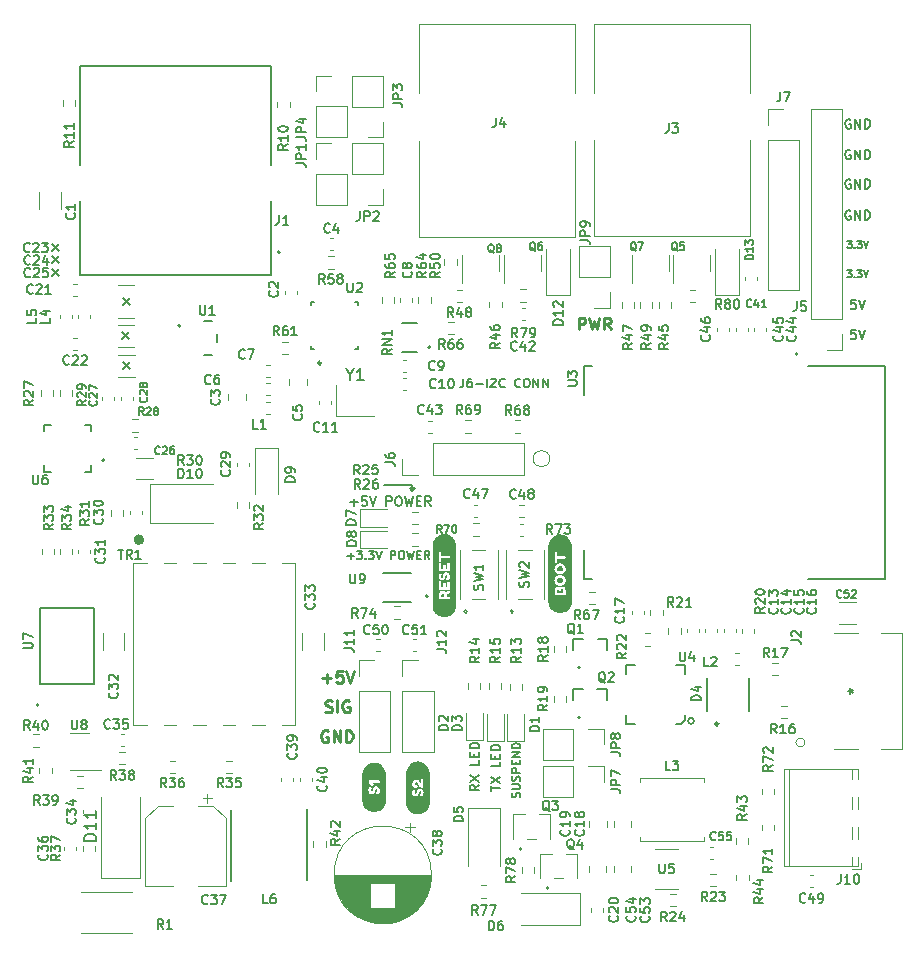
<source format=gbr>
%TF.GenerationSoftware,KiCad,Pcbnew,(6.0.9)*%
%TF.CreationDate,2023-01-10T19:03:16+01:00*%
%TF.ProjectId,P1_shield_board,50315f73-6869-4656-9c64-5f626f617264,V1.0*%
%TF.SameCoordinates,Original*%
%TF.FileFunction,Legend,Top*%
%TF.FilePolarity,Positive*%
%FSLAX46Y46*%
G04 Gerber Fmt 4.6, Leading zero omitted, Abs format (unit mm)*
G04 Created by KiCad (PCBNEW (6.0.9)) date 2023-01-10 19:03:16*
%MOMM*%
%LPD*%
G01*
G04 APERTURE LIST*
%ADD10C,0.150000*%
%ADD11C,0.200000*%
%ADD12C,0.250000*%
%ADD13C,0.175000*%
%ADD14C,0.187500*%
%ADD15C,0.120000*%
%ADD16C,0.100000*%
%ADD17C,0.127000*%
%ADD18C,0.500000*%
G04 APERTURE END LIST*
D10*
X69646800Y-42265600D02*
X70256400Y-42875200D01*
X69646800Y-42875200D02*
X70256400Y-42265600D01*
X63652400Y-38303200D02*
X64262000Y-37693600D01*
X93980000Y-58420000D02*
X94386400Y-58420000D01*
X69646800Y-48310800D02*
X70256400Y-47701200D01*
X63652400Y-39827200D02*
X64262000Y-40436800D01*
X63652400Y-37693600D02*
X64262000Y-38303200D01*
X63652400Y-40436800D02*
X64262000Y-39827200D01*
X63652400Y-39370000D02*
X64262000Y-38760400D01*
X94183200Y-58623200D02*
X93980000Y-58420000D01*
X69596000Y-45161200D02*
X70205600Y-45770800D01*
X91795600Y-58166000D02*
X94183200Y-58166000D01*
X94386400Y-58420000D02*
X94183200Y-58623200D01*
X69646800Y-47701200D02*
X70256400Y-48310800D01*
X69596000Y-45770800D02*
X70205600Y-45161200D01*
X63652400Y-38760400D02*
X64262000Y-39370000D01*
X94183200Y-58166000D02*
X94183200Y-58623200D01*
D11*
X131267276Y-34906000D02*
X131191085Y-34867904D01*
X131076800Y-34867904D01*
X130962514Y-34906000D01*
X130886323Y-34982190D01*
X130848228Y-35058380D01*
X130810133Y-35210761D01*
X130810133Y-35325047D01*
X130848228Y-35477428D01*
X130886323Y-35553619D01*
X130962514Y-35629809D01*
X131076800Y-35667904D01*
X131152990Y-35667904D01*
X131267276Y-35629809D01*
X131305371Y-35591714D01*
X131305371Y-35325047D01*
X131152990Y-35325047D01*
X131648228Y-35667904D02*
X131648228Y-34867904D01*
X132105371Y-35667904D01*
X132105371Y-34867904D01*
X132486323Y-35667904D02*
X132486323Y-34867904D01*
X132676800Y-34867904D01*
X132791085Y-34906000D01*
X132867276Y-34982190D01*
X132905371Y-35058380D01*
X132943466Y-35210761D01*
X132943466Y-35325047D01*
X132905371Y-35477428D01*
X132867276Y-35553619D01*
X132791085Y-35629809D01*
X132676800Y-35667904D01*
X132486323Y-35667904D01*
X131724419Y-42437104D02*
X131343466Y-42437104D01*
X131305371Y-42818057D01*
X131343466Y-42779961D01*
X131419657Y-42741866D01*
X131610133Y-42741866D01*
X131686323Y-42779961D01*
X131724419Y-42818057D01*
X131762514Y-42894247D01*
X131762514Y-43084723D01*
X131724419Y-43160914D01*
X131686323Y-43199009D01*
X131610133Y-43237104D01*
X131419657Y-43237104D01*
X131343466Y-43199009D01*
X131305371Y-43160914D01*
X131991085Y-42437104D02*
X132257752Y-43237104D01*
X132524419Y-42437104D01*
X99828304Y-83515009D02*
X99447352Y-83781676D01*
X99828304Y-83972152D02*
X99028304Y-83972152D01*
X99028304Y-83667390D01*
X99066400Y-83591200D01*
X99104495Y-83553104D01*
X99180685Y-83515009D01*
X99294971Y-83515009D01*
X99371161Y-83553104D01*
X99409257Y-83591200D01*
X99447352Y-83667390D01*
X99447352Y-83972152D01*
X99028304Y-83248342D02*
X99828304Y-82715009D01*
X99028304Y-82715009D02*
X99828304Y-83248342D01*
X99828304Y-81419771D02*
X99828304Y-81800723D01*
X99028304Y-81800723D01*
X99409257Y-81153104D02*
X99409257Y-80886438D01*
X99828304Y-80772152D02*
X99828304Y-81153104D01*
X99028304Y-81153104D01*
X99028304Y-80772152D01*
X99828304Y-80429295D02*
X99028304Y-80429295D01*
X99028304Y-80238819D01*
X99066400Y-80124533D01*
X99142590Y-80048342D01*
X99218780Y-80010247D01*
X99371161Y-79972152D01*
X99485447Y-79972152D01*
X99637828Y-80010247D01*
X99714019Y-80048342D01*
X99790209Y-80124533D01*
X99828304Y-80238819D01*
X99828304Y-80429295D01*
D12*
X86547485Y-74493428D02*
X87309390Y-74493428D01*
X86928438Y-74874380D02*
X86928438Y-74112476D01*
X88261771Y-73874380D02*
X87785580Y-73874380D01*
X87737961Y-74350571D01*
X87785580Y-74302952D01*
X87880819Y-74255333D01*
X88118914Y-74255333D01*
X88214152Y-74302952D01*
X88261771Y-74350571D01*
X88309390Y-74445809D01*
X88309390Y-74683904D01*
X88261771Y-74779142D01*
X88214152Y-74826761D01*
X88118914Y-74874380D01*
X87880819Y-74874380D01*
X87785580Y-74826761D01*
X87737961Y-74779142D01*
X88595104Y-73874380D02*
X88928438Y-74874380D01*
X89261771Y-73874380D01*
D11*
X131267276Y-32264400D02*
X131191085Y-32226304D01*
X131076800Y-32226304D01*
X130962514Y-32264400D01*
X130886323Y-32340590D01*
X130848228Y-32416780D01*
X130810133Y-32569161D01*
X130810133Y-32683447D01*
X130848228Y-32835828D01*
X130886323Y-32912019D01*
X130962514Y-32988209D01*
X131076800Y-33026304D01*
X131152990Y-33026304D01*
X131267276Y-32988209D01*
X131305371Y-32950114D01*
X131305371Y-32683447D01*
X131152990Y-32683447D01*
X131648228Y-33026304D02*
X131648228Y-32226304D01*
X132105371Y-33026304D01*
X132105371Y-32226304D01*
X132486323Y-33026304D02*
X132486323Y-32226304D01*
X132676800Y-32226304D01*
X132791085Y-32264400D01*
X132867276Y-32340590D01*
X132905371Y-32416780D01*
X132943466Y-32569161D01*
X132943466Y-32683447D01*
X132905371Y-32835828D01*
X132867276Y-32912019D01*
X132791085Y-32988209D01*
X132676800Y-33026304D01*
X132486323Y-33026304D01*
D12*
X86809390Y-77315961D02*
X86952247Y-77363580D01*
X87190342Y-77363580D01*
X87285580Y-77315961D01*
X87333200Y-77268342D01*
X87380819Y-77173104D01*
X87380819Y-77077866D01*
X87333200Y-76982628D01*
X87285580Y-76935009D01*
X87190342Y-76887390D01*
X86999866Y-76839771D01*
X86904628Y-76792152D01*
X86857009Y-76744533D01*
X86809390Y-76649295D01*
X86809390Y-76554057D01*
X86857009Y-76458819D01*
X86904628Y-76411200D01*
X86999866Y-76363580D01*
X87237961Y-76363580D01*
X87380819Y-76411200D01*
X87809390Y-77363580D02*
X87809390Y-76363580D01*
X88809390Y-76411200D02*
X88714152Y-76363580D01*
X88571295Y-76363580D01*
X88428438Y-76411200D01*
X88333200Y-76506438D01*
X88285580Y-76601676D01*
X88237961Y-76792152D01*
X88237961Y-76935009D01*
X88285580Y-77125485D01*
X88333200Y-77220723D01*
X88428438Y-77315961D01*
X88571295Y-77363580D01*
X88666533Y-77363580D01*
X88809390Y-77315961D01*
X88857009Y-77268342D01*
X88857009Y-76935009D01*
X88666533Y-76935009D01*
D11*
X100806304Y-84042000D02*
X100806304Y-83584857D01*
X101606304Y-83813428D02*
X100806304Y-83813428D01*
X100806304Y-83394380D02*
X101606304Y-82861047D01*
X100806304Y-82861047D02*
X101606304Y-83394380D01*
X101606304Y-81565809D02*
X101606304Y-81946761D01*
X100806304Y-81946761D01*
X101187257Y-81299142D02*
X101187257Y-81032476D01*
X101606304Y-80918190D02*
X101606304Y-81299142D01*
X100806304Y-81299142D01*
X100806304Y-80918190D01*
X101606304Y-80575333D02*
X100806304Y-80575333D01*
X100806304Y-80384857D01*
X100844400Y-80270571D01*
X100920590Y-80194380D01*
X100996780Y-80156285D01*
X101149161Y-80118190D01*
X101263447Y-80118190D01*
X101415828Y-80156285D01*
X101492019Y-80194380D01*
X101568209Y-80270571D01*
X101606304Y-80384857D01*
X101606304Y-80575333D01*
D12*
X108242266Y-44953180D02*
X108242266Y-43953180D01*
X108623219Y-43953180D01*
X108718457Y-44000800D01*
X108766076Y-44048419D01*
X108813695Y-44143657D01*
X108813695Y-44286514D01*
X108766076Y-44381752D01*
X108718457Y-44429371D01*
X108623219Y-44476990D01*
X108242266Y-44476990D01*
X109147028Y-43953180D02*
X109385123Y-44953180D01*
X109575600Y-44238895D01*
X109766076Y-44953180D01*
X110004171Y-43953180D01*
X110956552Y-44953180D02*
X110623219Y-44476990D01*
X110385123Y-44953180D02*
X110385123Y-43953180D01*
X110766076Y-43953180D01*
X110861314Y-44000800D01*
X110908933Y-44048419D01*
X110956552Y-44143657D01*
X110956552Y-44286514D01*
X110908933Y-44381752D01*
X110861314Y-44429371D01*
X110766076Y-44476990D01*
X110385123Y-44476990D01*
D11*
X131724419Y-44977104D02*
X131343466Y-44977104D01*
X131305371Y-45358057D01*
X131343466Y-45319961D01*
X131419657Y-45281866D01*
X131610133Y-45281866D01*
X131686323Y-45319961D01*
X131724419Y-45358057D01*
X131762514Y-45434247D01*
X131762514Y-45624723D01*
X131724419Y-45700914D01*
X131686323Y-45739009D01*
X131610133Y-45777104D01*
X131419657Y-45777104D01*
X131343466Y-45739009D01*
X131305371Y-45700914D01*
X131991085Y-44977104D02*
X132257752Y-45777104D01*
X132524419Y-44977104D01*
X88932171Y-59594742D02*
X89541695Y-59594742D01*
X89236933Y-59899504D02*
X89236933Y-59289980D01*
X90303600Y-59099504D02*
X89922647Y-59099504D01*
X89884552Y-59480457D01*
X89922647Y-59442361D01*
X89998838Y-59404266D01*
X90189314Y-59404266D01*
X90265504Y-59442361D01*
X90303600Y-59480457D01*
X90341695Y-59556647D01*
X90341695Y-59747123D01*
X90303600Y-59823314D01*
X90265504Y-59861409D01*
X90189314Y-59899504D01*
X89998838Y-59899504D01*
X89922647Y-59861409D01*
X89884552Y-59823314D01*
X90570266Y-59099504D02*
X90836933Y-59899504D01*
X91103600Y-59099504D01*
X91979790Y-59899504D02*
X91979790Y-59099504D01*
X92284552Y-59099504D01*
X92360742Y-59137600D01*
X92398838Y-59175695D01*
X92436933Y-59251885D01*
X92436933Y-59366171D01*
X92398838Y-59442361D01*
X92360742Y-59480457D01*
X92284552Y-59518552D01*
X91979790Y-59518552D01*
X92932171Y-59099504D02*
X93084552Y-59099504D01*
X93160742Y-59137600D01*
X93236933Y-59213790D01*
X93275028Y-59366171D01*
X93275028Y-59632838D01*
X93236933Y-59785219D01*
X93160742Y-59861409D01*
X93084552Y-59899504D01*
X92932171Y-59899504D01*
X92855980Y-59861409D01*
X92779790Y-59785219D01*
X92741695Y-59632838D01*
X92741695Y-59366171D01*
X92779790Y-59213790D01*
X92855980Y-59137600D01*
X92932171Y-59099504D01*
X93541695Y-59099504D02*
X93732171Y-59899504D01*
X93884552Y-59328076D01*
X94036933Y-59899504D01*
X94227409Y-59099504D01*
X94532171Y-59480457D02*
X94798838Y-59480457D01*
X94913123Y-59899504D02*
X94532171Y-59899504D01*
X94532171Y-59099504D01*
X94913123Y-59099504D01*
X95713123Y-59899504D02*
X95446457Y-59518552D01*
X95255980Y-59899504D02*
X95255980Y-59099504D01*
X95560742Y-59099504D01*
X95636933Y-59137600D01*
X95675028Y-59175695D01*
X95713123Y-59251885D01*
X95713123Y-59366171D01*
X95675028Y-59442361D01*
X95636933Y-59480457D01*
X95560742Y-59518552D01*
X95255980Y-59518552D01*
X131267276Y-29775200D02*
X131191085Y-29737104D01*
X131076800Y-29737104D01*
X130962514Y-29775200D01*
X130886323Y-29851390D01*
X130848228Y-29927580D01*
X130810133Y-30079961D01*
X130810133Y-30194247D01*
X130848228Y-30346628D01*
X130886323Y-30422819D01*
X130962514Y-30499009D01*
X131076800Y-30537104D01*
X131152990Y-30537104D01*
X131267276Y-30499009D01*
X131305371Y-30460914D01*
X131305371Y-30194247D01*
X131152990Y-30194247D01*
X131648228Y-30537104D02*
X131648228Y-29737104D01*
X132105371Y-30537104D01*
X132105371Y-29737104D01*
X132486323Y-30537104D02*
X132486323Y-29737104D01*
X132676800Y-29737104D01*
X132791085Y-29775200D01*
X132867276Y-29851390D01*
X132905371Y-29927580D01*
X132943466Y-30079961D01*
X132943466Y-30194247D01*
X132905371Y-30346628D01*
X132867276Y-30422819D01*
X132791085Y-30499009D01*
X132676800Y-30537104D01*
X132486323Y-30537104D01*
D13*
X88675800Y-64134200D02*
X89209133Y-64134200D01*
X88942466Y-64400866D02*
X88942466Y-63867533D01*
X89475800Y-63700866D02*
X89909133Y-63700866D01*
X89675800Y-63967533D01*
X89775800Y-63967533D01*
X89842466Y-64000866D01*
X89875800Y-64034200D01*
X89909133Y-64100866D01*
X89909133Y-64267533D01*
X89875800Y-64334200D01*
X89842466Y-64367533D01*
X89775800Y-64400866D01*
X89575800Y-64400866D01*
X89509133Y-64367533D01*
X89475800Y-64334200D01*
X90209133Y-64334200D02*
X90242466Y-64367533D01*
X90209133Y-64400866D01*
X90175800Y-64367533D01*
X90209133Y-64334200D01*
X90209133Y-64400866D01*
X90475800Y-63700866D02*
X90909133Y-63700866D01*
X90675800Y-63967533D01*
X90775800Y-63967533D01*
X90842466Y-64000866D01*
X90875800Y-64034200D01*
X90909133Y-64100866D01*
X90909133Y-64267533D01*
X90875800Y-64334200D01*
X90842466Y-64367533D01*
X90775800Y-64400866D01*
X90575800Y-64400866D01*
X90509133Y-64367533D01*
X90475800Y-64334200D01*
X91109133Y-63700866D02*
X91342466Y-64400866D01*
X91575800Y-63700866D01*
X92342466Y-64400866D02*
X92342466Y-63700866D01*
X92609133Y-63700866D01*
X92675800Y-63734200D01*
X92709133Y-63767533D01*
X92742466Y-63834200D01*
X92742466Y-63934200D01*
X92709133Y-64000866D01*
X92675800Y-64034200D01*
X92609133Y-64067533D01*
X92342466Y-64067533D01*
X93175800Y-63700866D02*
X93309133Y-63700866D01*
X93375800Y-63734200D01*
X93442466Y-63800866D01*
X93475800Y-63934200D01*
X93475800Y-64167533D01*
X93442466Y-64300866D01*
X93375800Y-64367533D01*
X93309133Y-64400866D01*
X93175800Y-64400866D01*
X93109133Y-64367533D01*
X93042466Y-64300866D01*
X93009133Y-64167533D01*
X93009133Y-63934200D01*
X93042466Y-63800866D01*
X93109133Y-63734200D01*
X93175800Y-63700866D01*
X93709133Y-63700866D02*
X93875800Y-64400866D01*
X94009133Y-63900866D01*
X94142466Y-64400866D01*
X94309133Y-63700866D01*
X94575800Y-64034200D02*
X94809133Y-64034200D01*
X94909133Y-64400866D02*
X94575800Y-64400866D01*
X94575800Y-63700866D01*
X94909133Y-63700866D01*
X95609133Y-64400866D02*
X95375800Y-64067533D01*
X95209133Y-64400866D02*
X95209133Y-63700866D01*
X95475800Y-63700866D01*
X95542466Y-63734200D01*
X95575800Y-63767533D01*
X95609133Y-63834200D01*
X95609133Y-63934200D01*
X95575800Y-64000866D01*
X95542466Y-64034200D01*
X95475800Y-64067533D01*
X95209133Y-64067533D01*
D14*
X98491314Y-49119285D02*
X98491314Y-49655000D01*
X98455600Y-49762142D01*
X98384171Y-49833571D01*
X98277028Y-49869285D01*
X98205600Y-49869285D01*
X99169885Y-49119285D02*
X99027028Y-49119285D01*
X98955600Y-49155000D01*
X98919885Y-49190714D01*
X98848457Y-49297857D01*
X98812742Y-49440714D01*
X98812742Y-49726428D01*
X98848457Y-49797857D01*
X98884171Y-49833571D01*
X98955600Y-49869285D01*
X99098457Y-49869285D01*
X99169885Y-49833571D01*
X99205600Y-49797857D01*
X99241314Y-49726428D01*
X99241314Y-49547857D01*
X99205600Y-49476428D01*
X99169885Y-49440714D01*
X99098457Y-49405000D01*
X98955600Y-49405000D01*
X98884171Y-49440714D01*
X98848457Y-49476428D01*
X98812742Y-49547857D01*
X99562742Y-49583571D02*
X100134171Y-49583571D01*
X100491314Y-49869285D02*
X100491314Y-49119285D01*
X100812742Y-49190714D02*
X100848457Y-49155000D01*
X100919885Y-49119285D01*
X101098457Y-49119285D01*
X101169885Y-49155000D01*
X101205600Y-49190714D01*
X101241314Y-49262142D01*
X101241314Y-49333571D01*
X101205600Y-49440714D01*
X100777028Y-49869285D01*
X101241314Y-49869285D01*
X101991314Y-49797857D02*
X101955600Y-49833571D01*
X101848457Y-49869285D01*
X101777028Y-49869285D01*
X101669885Y-49833571D01*
X101598457Y-49762142D01*
X101562742Y-49690714D01*
X101527028Y-49547857D01*
X101527028Y-49440714D01*
X101562742Y-49297857D01*
X101598457Y-49226428D01*
X101669885Y-49155000D01*
X101777028Y-49119285D01*
X101848457Y-49119285D01*
X101955600Y-49155000D01*
X101991314Y-49190714D01*
X103312742Y-49797857D02*
X103277028Y-49833571D01*
X103169885Y-49869285D01*
X103098457Y-49869285D01*
X102991314Y-49833571D01*
X102919885Y-49762142D01*
X102884171Y-49690714D01*
X102848457Y-49547857D01*
X102848457Y-49440714D01*
X102884171Y-49297857D01*
X102919885Y-49226428D01*
X102991314Y-49155000D01*
X103098457Y-49119285D01*
X103169885Y-49119285D01*
X103277028Y-49155000D01*
X103312742Y-49190714D01*
X103777028Y-49119285D02*
X103919885Y-49119285D01*
X103991314Y-49155000D01*
X104062742Y-49226428D01*
X104098457Y-49369285D01*
X104098457Y-49619285D01*
X104062742Y-49762142D01*
X103991314Y-49833571D01*
X103919885Y-49869285D01*
X103777028Y-49869285D01*
X103705600Y-49833571D01*
X103634171Y-49762142D01*
X103598457Y-49619285D01*
X103598457Y-49369285D01*
X103634171Y-49226428D01*
X103705600Y-49155000D01*
X103777028Y-49119285D01*
X104419885Y-49869285D02*
X104419885Y-49119285D01*
X104848457Y-49869285D01*
X104848457Y-49119285D01*
X105205600Y-49869285D02*
X105205600Y-49119285D01*
X105634171Y-49869285D01*
X105634171Y-49119285D01*
D13*
X103254933Y-84579333D02*
X103288266Y-84479333D01*
X103288266Y-84312666D01*
X103254933Y-84246000D01*
X103221600Y-84212666D01*
X103154933Y-84179333D01*
X103088266Y-84179333D01*
X103021600Y-84212666D01*
X102988266Y-84246000D01*
X102954933Y-84312666D01*
X102921600Y-84446000D01*
X102888266Y-84512666D01*
X102854933Y-84546000D01*
X102788266Y-84579333D01*
X102721600Y-84579333D01*
X102654933Y-84546000D01*
X102621600Y-84512666D01*
X102588266Y-84446000D01*
X102588266Y-84279333D01*
X102621600Y-84179333D01*
X102588266Y-83879333D02*
X103154933Y-83879333D01*
X103221600Y-83846000D01*
X103254933Y-83812666D01*
X103288266Y-83746000D01*
X103288266Y-83612666D01*
X103254933Y-83546000D01*
X103221600Y-83512666D01*
X103154933Y-83479333D01*
X102588266Y-83479333D01*
X103254933Y-83179333D02*
X103288266Y-83079333D01*
X103288266Y-82912666D01*
X103254933Y-82846000D01*
X103221600Y-82812666D01*
X103154933Y-82779333D01*
X103088266Y-82779333D01*
X103021600Y-82812666D01*
X102988266Y-82846000D01*
X102954933Y-82912666D01*
X102921600Y-83046000D01*
X102888266Y-83112666D01*
X102854933Y-83146000D01*
X102788266Y-83179333D01*
X102721600Y-83179333D01*
X102654933Y-83146000D01*
X102621600Y-83112666D01*
X102588266Y-83046000D01*
X102588266Y-82879333D01*
X102621600Y-82779333D01*
X103288266Y-82479333D02*
X102588266Y-82479333D01*
X102588266Y-82212666D01*
X102621600Y-82146000D01*
X102654933Y-82112666D01*
X102721600Y-82079333D01*
X102821600Y-82079333D01*
X102888266Y-82112666D01*
X102921600Y-82146000D01*
X102954933Y-82212666D01*
X102954933Y-82479333D01*
X102921600Y-81779333D02*
X102921600Y-81546000D01*
X103288266Y-81446000D02*
X103288266Y-81779333D01*
X102588266Y-81779333D01*
X102588266Y-81446000D01*
X103288266Y-81146000D02*
X102588266Y-81146000D01*
X103288266Y-80746000D01*
X102588266Y-80746000D01*
X103288266Y-80412666D02*
X102588266Y-80412666D01*
X102588266Y-80246000D01*
X102621600Y-80146000D01*
X102688266Y-80079333D01*
X102754933Y-80046000D01*
X102888266Y-80012666D01*
X102988266Y-80012666D01*
X103121600Y-80046000D01*
X103188266Y-80079333D01*
X103254933Y-80146000D01*
X103288266Y-80246000D01*
X103288266Y-80412666D01*
D10*
X130991085Y-39955828D02*
X131362514Y-39955828D01*
X131162514Y-40184400D01*
X131248228Y-40184400D01*
X131305371Y-40212971D01*
X131333942Y-40241542D01*
X131362514Y-40298685D01*
X131362514Y-40441542D01*
X131333942Y-40498685D01*
X131305371Y-40527257D01*
X131248228Y-40555828D01*
X131076800Y-40555828D01*
X131019657Y-40527257D01*
X130991085Y-40498685D01*
X131619657Y-40498685D02*
X131648228Y-40527257D01*
X131619657Y-40555828D01*
X131591085Y-40527257D01*
X131619657Y-40498685D01*
X131619657Y-40555828D01*
X131848228Y-39955828D02*
X132219657Y-39955828D01*
X132019657Y-40184400D01*
X132105371Y-40184400D01*
X132162514Y-40212971D01*
X132191085Y-40241542D01*
X132219657Y-40298685D01*
X132219657Y-40441542D01*
X132191085Y-40498685D01*
X132162514Y-40527257D01*
X132105371Y-40555828D01*
X131933942Y-40555828D01*
X131876800Y-40527257D01*
X131848228Y-40498685D01*
X132391085Y-39955828D02*
X132591085Y-40555828D01*
X132791085Y-39955828D01*
D11*
X131267276Y-27184400D02*
X131191085Y-27146304D01*
X131076800Y-27146304D01*
X130962514Y-27184400D01*
X130886323Y-27260590D01*
X130848228Y-27336780D01*
X130810133Y-27489161D01*
X130810133Y-27603447D01*
X130848228Y-27755828D01*
X130886323Y-27832019D01*
X130962514Y-27908209D01*
X131076800Y-27946304D01*
X131152990Y-27946304D01*
X131267276Y-27908209D01*
X131305371Y-27870114D01*
X131305371Y-27603447D01*
X131152990Y-27603447D01*
X131648228Y-27946304D02*
X131648228Y-27146304D01*
X132105371Y-27946304D01*
X132105371Y-27146304D01*
X132486323Y-27946304D02*
X132486323Y-27146304D01*
X132676800Y-27146304D01*
X132791085Y-27184400D01*
X132867276Y-27260590D01*
X132905371Y-27336780D01*
X132943466Y-27489161D01*
X132943466Y-27603447D01*
X132905371Y-27755828D01*
X132867276Y-27832019D01*
X132791085Y-27908209D01*
X132676800Y-27946304D01*
X132486323Y-27946304D01*
D10*
X130991085Y-37466628D02*
X131362514Y-37466628D01*
X131162514Y-37695200D01*
X131248228Y-37695200D01*
X131305371Y-37723771D01*
X131333942Y-37752342D01*
X131362514Y-37809485D01*
X131362514Y-37952342D01*
X131333942Y-38009485D01*
X131305371Y-38038057D01*
X131248228Y-38066628D01*
X131076800Y-38066628D01*
X131019657Y-38038057D01*
X130991085Y-38009485D01*
X131619657Y-38009485D02*
X131648228Y-38038057D01*
X131619657Y-38066628D01*
X131591085Y-38038057D01*
X131619657Y-38009485D01*
X131619657Y-38066628D01*
X131848228Y-37466628D02*
X132219657Y-37466628D01*
X132019657Y-37695200D01*
X132105371Y-37695200D01*
X132162514Y-37723771D01*
X132191085Y-37752342D01*
X132219657Y-37809485D01*
X132219657Y-37952342D01*
X132191085Y-38009485D01*
X132162514Y-38038057D01*
X132105371Y-38066628D01*
X131933942Y-38066628D01*
X131876800Y-38038057D01*
X131848228Y-38009485D01*
X132391085Y-37466628D02*
X132591085Y-38066628D01*
X132791085Y-37466628D01*
D12*
X87020495Y-78951200D02*
X86925257Y-78903580D01*
X86782400Y-78903580D01*
X86639542Y-78951200D01*
X86544304Y-79046438D01*
X86496685Y-79141676D01*
X86449066Y-79332152D01*
X86449066Y-79475009D01*
X86496685Y-79665485D01*
X86544304Y-79760723D01*
X86639542Y-79855961D01*
X86782400Y-79903580D01*
X86877638Y-79903580D01*
X87020495Y-79855961D01*
X87068114Y-79808342D01*
X87068114Y-79475009D01*
X86877638Y-79475009D01*
X87496685Y-79903580D02*
X87496685Y-78903580D01*
X88068114Y-79903580D01*
X88068114Y-78903580D01*
X88544304Y-79903580D02*
X88544304Y-78903580D01*
X88782400Y-78903580D01*
X88925257Y-78951200D01*
X89020495Y-79046438D01*
X89068114Y-79141676D01*
X89115733Y-79332152D01*
X89115733Y-79475009D01*
X89068114Y-79665485D01*
X89020495Y-79760723D01*
X88925257Y-79855961D01*
X88782400Y-79903580D01*
X88544304Y-79903580D01*
D10*
%TO.C,R11*%
X65487504Y-29013085D02*
X65106552Y-29279752D01*
X65487504Y-29470228D02*
X64687504Y-29470228D01*
X64687504Y-29165466D01*
X64725600Y-29089276D01*
X64763695Y-29051180D01*
X64839885Y-29013085D01*
X64954171Y-29013085D01*
X65030361Y-29051180D01*
X65068457Y-29089276D01*
X65106552Y-29165466D01*
X65106552Y-29470228D01*
X65487504Y-28251180D02*
X65487504Y-28708323D01*
X65487504Y-28479752D02*
X64687504Y-28479752D01*
X64801790Y-28555942D01*
X64877980Y-28632133D01*
X64916076Y-28708323D01*
X65487504Y-27489276D02*
X65487504Y-27946419D01*
X65487504Y-27717847D02*
X64687504Y-27717847D01*
X64801790Y-27794038D01*
X64877980Y-27870228D01*
X64916076Y-27946419D01*
%TO.C,R36*%
X73348914Y-83724704D02*
X73082247Y-83343752D01*
X72891771Y-83724704D02*
X72891771Y-82924704D01*
X73196533Y-82924704D01*
X73272723Y-82962800D01*
X73310819Y-83000895D01*
X73348914Y-83077085D01*
X73348914Y-83191371D01*
X73310819Y-83267561D01*
X73272723Y-83305657D01*
X73196533Y-83343752D01*
X72891771Y-83343752D01*
X73615580Y-82924704D02*
X74110819Y-82924704D01*
X73844152Y-83229466D01*
X73958438Y-83229466D01*
X74034628Y-83267561D01*
X74072723Y-83305657D01*
X74110819Y-83381847D01*
X74110819Y-83572323D01*
X74072723Y-83648514D01*
X74034628Y-83686609D01*
X73958438Y-83724704D01*
X73729866Y-83724704D01*
X73653676Y-83686609D01*
X73615580Y-83648514D01*
X74796533Y-82924704D02*
X74644152Y-82924704D01*
X74567961Y-82962800D01*
X74529866Y-83000895D01*
X74453676Y-83115180D01*
X74415580Y-83267561D01*
X74415580Y-83572323D01*
X74453676Y-83648514D01*
X74491771Y-83686609D01*
X74567961Y-83724704D01*
X74720342Y-83724704D01*
X74796533Y-83686609D01*
X74834628Y-83648514D01*
X74872723Y-83572323D01*
X74872723Y-83381847D01*
X74834628Y-83305657D01*
X74796533Y-83267561D01*
X74720342Y-83229466D01*
X74567961Y-83229466D01*
X74491771Y-83267561D01*
X74453676Y-83305657D01*
X74415580Y-83381847D01*
%TO.C,D9*%
X84200704Y-57862392D02*
X83400704Y-57862392D01*
X83400704Y-57671916D01*
X83438800Y-57557630D01*
X83514990Y-57481439D01*
X83591180Y-57443344D01*
X83743561Y-57405249D01*
X83857847Y-57405249D01*
X84010228Y-57443344D01*
X84086419Y-57481439D01*
X84162609Y-57557630D01*
X84200704Y-57671916D01*
X84200704Y-57862392D01*
X84200704Y-57024296D02*
X84200704Y-56871916D01*
X84162609Y-56795725D01*
X84124514Y-56757630D01*
X84010228Y-56681439D01*
X83857847Y-56643344D01*
X83553085Y-56643344D01*
X83476895Y-56681439D01*
X83438800Y-56719535D01*
X83400704Y-56795725D01*
X83400704Y-56948106D01*
X83438800Y-57024296D01*
X83476895Y-57062392D01*
X83553085Y-57100487D01*
X83743561Y-57100487D01*
X83819752Y-57062392D01*
X83857847Y-57024296D01*
X83895942Y-56948106D01*
X83895942Y-56795725D01*
X83857847Y-56719535D01*
X83819752Y-56681439D01*
X83743561Y-56643344D01*
%TO.C,R72*%
X124669504Y-81845085D02*
X124288552Y-82111752D01*
X124669504Y-82302228D02*
X123869504Y-82302228D01*
X123869504Y-81997466D01*
X123907600Y-81921276D01*
X123945695Y-81883180D01*
X124021885Y-81845085D01*
X124136171Y-81845085D01*
X124212361Y-81883180D01*
X124250457Y-81921276D01*
X124288552Y-81997466D01*
X124288552Y-82302228D01*
X123869504Y-81578419D02*
X123869504Y-81045085D01*
X124669504Y-81387942D01*
X123945695Y-80778419D02*
X123907600Y-80740323D01*
X123869504Y-80664133D01*
X123869504Y-80473657D01*
X123907600Y-80397466D01*
X123945695Y-80359371D01*
X124021885Y-80321276D01*
X124098076Y-80321276D01*
X124212361Y-80359371D01*
X124669504Y-80816514D01*
X124669504Y-80321276D01*
%TO.C,C19*%
X107422914Y-87331485D02*
X107461009Y-87369580D01*
X107499104Y-87483866D01*
X107499104Y-87560057D01*
X107461009Y-87674342D01*
X107384819Y-87750533D01*
X107308628Y-87788628D01*
X107156247Y-87826723D01*
X107041961Y-87826723D01*
X106889580Y-87788628D01*
X106813390Y-87750533D01*
X106737200Y-87674342D01*
X106699104Y-87560057D01*
X106699104Y-87483866D01*
X106737200Y-87369580D01*
X106775295Y-87331485D01*
X107499104Y-86569580D02*
X107499104Y-87026723D01*
X107499104Y-86798152D02*
X106699104Y-86798152D01*
X106813390Y-86874342D01*
X106889580Y-86950533D01*
X106927676Y-87026723D01*
X107499104Y-86188628D02*
X107499104Y-86036247D01*
X107461009Y-85960057D01*
X107422914Y-85921961D01*
X107308628Y-85845771D01*
X107156247Y-85807676D01*
X106851485Y-85807676D01*
X106775295Y-85845771D01*
X106737200Y-85883866D01*
X106699104Y-85960057D01*
X106699104Y-86112438D01*
X106737200Y-86188628D01*
X106775295Y-86226723D01*
X106851485Y-86264819D01*
X107041961Y-86264819D01*
X107118152Y-86226723D01*
X107156247Y-86188628D01*
X107194342Y-86112438D01*
X107194342Y-85960057D01*
X107156247Y-85883866D01*
X107118152Y-85845771D01*
X107041961Y-85807676D01*
%TO.C,C10*%
X96135314Y-49866514D02*
X96097219Y-49904609D01*
X95982933Y-49942704D01*
X95906742Y-49942704D01*
X95792457Y-49904609D01*
X95716266Y-49828419D01*
X95678171Y-49752228D01*
X95640076Y-49599847D01*
X95640076Y-49485561D01*
X95678171Y-49333180D01*
X95716266Y-49256990D01*
X95792457Y-49180800D01*
X95906742Y-49142704D01*
X95982933Y-49142704D01*
X96097219Y-49180800D01*
X96135314Y-49218895D01*
X96897219Y-49942704D02*
X96440076Y-49942704D01*
X96668647Y-49942704D02*
X96668647Y-49142704D01*
X96592457Y-49256990D01*
X96516266Y-49333180D01*
X96440076Y-49371276D01*
X97392457Y-49142704D02*
X97468647Y-49142704D01*
X97544838Y-49180800D01*
X97582933Y-49218895D01*
X97621028Y-49295085D01*
X97659123Y-49447466D01*
X97659123Y-49637942D01*
X97621028Y-49790323D01*
X97582933Y-49866514D01*
X97544838Y-49904609D01*
X97468647Y-49942704D01*
X97392457Y-49942704D01*
X97316266Y-49904609D01*
X97278171Y-49866514D01*
X97240076Y-49790323D01*
X97201980Y-49637942D01*
X97201980Y-49447466D01*
X97240076Y-49295085D01*
X97278171Y-49218895D01*
X97316266Y-49180800D01*
X97392457Y-49142704D01*
%TO.C,R69*%
X98393314Y-52119504D02*
X98126647Y-51738552D01*
X97936171Y-52119504D02*
X97936171Y-51319504D01*
X98240933Y-51319504D01*
X98317123Y-51357600D01*
X98355219Y-51395695D01*
X98393314Y-51471885D01*
X98393314Y-51586171D01*
X98355219Y-51662361D01*
X98317123Y-51700457D01*
X98240933Y-51738552D01*
X97936171Y-51738552D01*
X99079028Y-51319504D02*
X98926647Y-51319504D01*
X98850457Y-51357600D01*
X98812361Y-51395695D01*
X98736171Y-51509980D01*
X98698076Y-51662361D01*
X98698076Y-51967123D01*
X98736171Y-52043314D01*
X98774266Y-52081409D01*
X98850457Y-52119504D01*
X99002838Y-52119504D01*
X99079028Y-52081409D01*
X99117123Y-52043314D01*
X99155219Y-51967123D01*
X99155219Y-51776647D01*
X99117123Y-51700457D01*
X99079028Y-51662361D01*
X99002838Y-51624266D01*
X98850457Y-51624266D01*
X98774266Y-51662361D01*
X98736171Y-51700457D01*
X98698076Y-51776647D01*
X99536171Y-52119504D02*
X99688552Y-52119504D01*
X99764742Y-52081409D01*
X99802838Y-52043314D01*
X99879028Y-51929028D01*
X99917123Y-51776647D01*
X99917123Y-51471885D01*
X99879028Y-51395695D01*
X99840933Y-51357600D01*
X99764742Y-51319504D01*
X99612361Y-51319504D01*
X99536171Y-51357600D01*
X99498076Y-51395695D01*
X99459980Y-51471885D01*
X99459980Y-51662361D01*
X99498076Y-51738552D01*
X99536171Y-51776647D01*
X99612361Y-51814742D01*
X99764742Y-51814742D01*
X99840933Y-51776647D01*
X99879028Y-51738552D01*
X99917123Y-51662361D01*
%TO.C,C21*%
X62032914Y-41865514D02*
X61994819Y-41903609D01*
X61880533Y-41941704D01*
X61804342Y-41941704D01*
X61690057Y-41903609D01*
X61613866Y-41827419D01*
X61575771Y-41751228D01*
X61537676Y-41598847D01*
X61537676Y-41484561D01*
X61575771Y-41332180D01*
X61613866Y-41255990D01*
X61690057Y-41179800D01*
X61804342Y-41141704D01*
X61880533Y-41141704D01*
X61994819Y-41179800D01*
X62032914Y-41217895D01*
X62337676Y-41217895D02*
X62375771Y-41179800D01*
X62451961Y-41141704D01*
X62642438Y-41141704D01*
X62718628Y-41179800D01*
X62756723Y-41217895D01*
X62794819Y-41294085D01*
X62794819Y-41370276D01*
X62756723Y-41484561D01*
X62299580Y-41941704D01*
X62794819Y-41941704D01*
X63556723Y-41941704D02*
X63099580Y-41941704D01*
X63328152Y-41941704D02*
X63328152Y-41141704D01*
X63251961Y-41255990D01*
X63175771Y-41332180D01*
X63099580Y-41370276D01*
%TO.C,C29*%
X78662514Y-56897201D02*
X78700609Y-56935296D01*
X78738704Y-57049582D01*
X78738704Y-57125773D01*
X78700609Y-57240058D01*
X78624419Y-57316249D01*
X78548228Y-57354344D01*
X78395847Y-57392439D01*
X78281561Y-57392439D01*
X78129180Y-57354344D01*
X78052990Y-57316249D01*
X77976800Y-57240058D01*
X77938704Y-57125773D01*
X77938704Y-57049582D01*
X77976800Y-56935296D01*
X78014895Y-56897201D01*
X78014895Y-56592439D02*
X77976800Y-56554344D01*
X77938704Y-56478154D01*
X77938704Y-56287677D01*
X77976800Y-56211487D01*
X78014895Y-56173392D01*
X78091085Y-56135296D01*
X78167276Y-56135296D01*
X78281561Y-56173392D01*
X78738704Y-56630535D01*
X78738704Y-56135296D01*
X78738704Y-55754344D02*
X78738704Y-55601963D01*
X78700609Y-55525773D01*
X78662514Y-55487677D01*
X78548228Y-55411487D01*
X78395847Y-55373392D01*
X78091085Y-55373392D01*
X78014895Y-55411487D01*
X77976800Y-55449582D01*
X77938704Y-55525773D01*
X77938704Y-55678154D01*
X77976800Y-55754344D01*
X78014895Y-55792439D01*
X78091085Y-55830535D01*
X78281561Y-55830535D01*
X78357752Y-55792439D01*
X78395847Y-55754344D01*
X78433942Y-55678154D01*
X78433942Y-55525773D01*
X78395847Y-55449582D01*
X78357752Y-55411487D01*
X78281561Y-55373392D01*
%TO.C,Q8*%
X101080895Y-38455952D02*
X101018990Y-38425000D01*
X100957085Y-38363095D01*
X100864228Y-38270238D01*
X100802323Y-38239285D01*
X100740419Y-38239285D01*
X100771371Y-38394047D02*
X100709466Y-38363095D01*
X100647561Y-38301190D01*
X100616609Y-38177380D01*
X100616609Y-37960714D01*
X100647561Y-37836904D01*
X100709466Y-37775000D01*
X100771371Y-37744047D01*
X100895180Y-37744047D01*
X100957085Y-37775000D01*
X101018990Y-37836904D01*
X101049942Y-37960714D01*
X101049942Y-38177380D01*
X101018990Y-38301190D01*
X100957085Y-38363095D01*
X100895180Y-38394047D01*
X100771371Y-38394047D01*
X101421371Y-38022619D02*
X101359466Y-37991666D01*
X101328514Y-37960714D01*
X101297561Y-37898809D01*
X101297561Y-37867857D01*
X101328514Y-37805952D01*
X101359466Y-37775000D01*
X101421371Y-37744047D01*
X101545180Y-37744047D01*
X101607085Y-37775000D01*
X101638038Y-37805952D01*
X101668990Y-37867857D01*
X101668990Y-37898809D01*
X101638038Y-37960714D01*
X101607085Y-37991666D01*
X101545180Y-38022619D01*
X101421371Y-38022619D01*
X101359466Y-38053571D01*
X101328514Y-38084523D01*
X101297561Y-38146428D01*
X101297561Y-38270238D01*
X101328514Y-38332142D01*
X101359466Y-38363095D01*
X101421371Y-38394047D01*
X101545180Y-38394047D01*
X101607085Y-38363095D01*
X101638038Y-38332142D01*
X101668990Y-38270238D01*
X101668990Y-38146428D01*
X101638038Y-38084523D01*
X101607085Y-38053571D01*
X101545180Y-38022619D01*
%TO.C,C13*%
X125050514Y-68535485D02*
X125088609Y-68573580D01*
X125126704Y-68687866D01*
X125126704Y-68764057D01*
X125088609Y-68878342D01*
X125012419Y-68954533D01*
X124936228Y-68992628D01*
X124783847Y-69030723D01*
X124669561Y-69030723D01*
X124517180Y-68992628D01*
X124440990Y-68954533D01*
X124364800Y-68878342D01*
X124326704Y-68764057D01*
X124326704Y-68687866D01*
X124364800Y-68573580D01*
X124402895Y-68535485D01*
X125126704Y-67773580D02*
X125126704Y-68230723D01*
X125126704Y-68002152D02*
X124326704Y-68002152D01*
X124440990Y-68078342D01*
X124517180Y-68154533D01*
X124555276Y-68230723D01*
X124326704Y-67506914D02*
X124326704Y-67011676D01*
X124631466Y-67278342D01*
X124631466Y-67164057D01*
X124669561Y-67087866D01*
X124707657Y-67049771D01*
X124783847Y-67011676D01*
X124974323Y-67011676D01*
X125050514Y-67049771D01*
X125088609Y-67087866D01*
X125126704Y-67164057D01*
X125126704Y-67392628D01*
X125088609Y-67468819D01*
X125050514Y-67506914D01*
%TO.C,C31*%
X68060514Y-64268285D02*
X68098609Y-64306380D01*
X68136704Y-64420666D01*
X68136704Y-64496857D01*
X68098609Y-64611142D01*
X68022419Y-64687333D01*
X67946228Y-64725428D01*
X67793847Y-64763523D01*
X67679561Y-64763523D01*
X67527180Y-64725428D01*
X67450990Y-64687333D01*
X67374800Y-64611142D01*
X67336704Y-64496857D01*
X67336704Y-64420666D01*
X67374800Y-64306380D01*
X67412895Y-64268285D01*
X67336704Y-64001619D02*
X67336704Y-63506380D01*
X67641466Y-63773047D01*
X67641466Y-63658761D01*
X67679561Y-63582571D01*
X67717657Y-63544476D01*
X67793847Y-63506380D01*
X67984323Y-63506380D01*
X68060514Y-63544476D01*
X68098609Y-63582571D01*
X68136704Y-63658761D01*
X68136704Y-63887333D01*
X68098609Y-63963523D01*
X68060514Y-64001619D01*
X68136704Y-62744476D02*
X68136704Y-63201619D01*
X68136704Y-62973047D02*
X67336704Y-62973047D01*
X67450990Y-63049238D01*
X67527180Y-63125428D01*
X67565276Y-63201619D01*
%TO.C,R78*%
X102894104Y-91243085D02*
X102513152Y-91509752D01*
X102894104Y-91700228D02*
X102094104Y-91700228D01*
X102094104Y-91395466D01*
X102132200Y-91319276D01*
X102170295Y-91281180D01*
X102246485Y-91243085D01*
X102360771Y-91243085D01*
X102436961Y-91281180D01*
X102475057Y-91319276D01*
X102513152Y-91395466D01*
X102513152Y-91700228D01*
X102094104Y-90976419D02*
X102094104Y-90443085D01*
X102894104Y-90785942D01*
X102436961Y-90024038D02*
X102398866Y-90100228D01*
X102360771Y-90138323D01*
X102284580Y-90176419D01*
X102246485Y-90176419D01*
X102170295Y-90138323D01*
X102132200Y-90100228D01*
X102094104Y-90024038D01*
X102094104Y-89871657D01*
X102132200Y-89795466D01*
X102170295Y-89757371D01*
X102246485Y-89719276D01*
X102284580Y-89719276D01*
X102360771Y-89757371D01*
X102398866Y-89795466D01*
X102436961Y-89871657D01*
X102436961Y-90024038D01*
X102475057Y-90100228D01*
X102513152Y-90138323D01*
X102589342Y-90176419D01*
X102741723Y-90176419D01*
X102817914Y-90138323D01*
X102856009Y-90100228D01*
X102894104Y-90024038D01*
X102894104Y-89871657D01*
X102856009Y-89795466D01*
X102817914Y-89757371D01*
X102741723Y-89719276D01*
X102589342Y-89719276D01*
X102513152Y-89757371D01*
X102475057Y-89795466D01*
X102436961Y-89871657D01*
%TO.C,C25*%
X61817314Y-40468514D02*
X61779219Y-40506609D01*
X61664933Y-40544704D01*
X61588742Y-40544704D01*
X61474457Y-40506609D01*
X61398266Y-40430419D01*
X61360171Y-40354228D01*
X61322076Y-40201847D01*
X61322076Y-40087561D01*
X61360171Y-39935180D01*
X61398266Y-39858990D01*
X61474457Y-39782800D01*
X61588742Y-39744704D01*
X61664933Y-39744704D01*
X61779219Y-39782800D01*
X61817314Y-39820895D01*
X62122076Y-39820895D02*
X62160171Y-39782800D01*
X62236361Y-39744704D01*
X62426838Y-39744704D01*
X62503028Y-39782800D01*
X62541123Y-39820895D01*
X62579219Y-39897085D01*
X62579219Y-39973276D01*
X62541123Y-40087561D01*
X62083980Y-40544704D01*
X62579219Y-40544704D01*
X63303028Y-39744704D02*
X62922076Y-39744704D01*
X62883980Y-40125657D01*
X62922076Y-40087561D01*
X62998266Y-40049466D01*
X63188742Y-40049466D01*
X63264933Y-40087561D01*
X63303028Y-40125657D01*
X63341123Y-40201847D01*
X63341123Y-40392323D01*
X63303028Y-40468514D01*
X63264933Y-40506609D01*
X63188742Y-40544704D01*
X62998266Y-40544704D01*
X62922076Y-40506609D01*
X62883980Y-40468514D01*
%TO.C,U5*%
X115081126Y-90189104D02*
X115081126Y-90836723D01*
X115119221Y-90912914D01*
X115157316Y-90951009D01*
X115233507Y-90989104D01*
X115385888Y-90989104D01*
X115462078Y-90951009D01*
X115500173Y-90912914D01*
X115538269Y-90836723D01*
X115538269Y-90189104D01*
X116300173Y-90189104D02*
X115919221Y-90189104D01*
X115881126Y-90570057D01*
X115919221Y-90531961D01*
X115995411Y-90493866D01*
X116185888Y-90493866D01*
X116262078Y-90531961D01*
X116300173Y-90570057D01*
X116338269Y-90646247D01*
X116338269Y-90836723D01*
X116300173Y-90912914D01*
X116262078Y-90951009D01*
X116185888Y-90989104D01*
X115995411Y-90989104D01*
X115919221Y-90951009D01*
X115881126Y-90912914D01*
%TO.C,D13*%
X123026847Y-38990885D02*
X122376847Y-38990885D01*
X122376847Y-38836123D01*
X122407800Y-38743266D01*
X122469704Y-38681361D01*
X122531609Y-38650409D01*
X122655419Y-38619457D01*
X122748276Y-38619457D01*
X122872085Y-38650409D01*
X122933990Y-38681361D01*
X122995895Y-38743266D01*
X123026847Y-38836123D01*
X123026847Y-38990885D01*
X123026847Y-38000409D02*
X123026847Y-38371838D01*
X123026847Y-38186123D02*
X122376847Y-38186123D01*
X122469704Y-38248028D01*
X122531609Y-38309933D01*
X122562561Y-38371838D01*
X122376847Y-37783742D02*
X122376847Y-37381361D01*
X122624466Y-37598028D01*
X122624466Y-37505171D01*
X122655419Y-37443266D01*
X122686371Y-37412314D01*
X122748276Y-37381361D01*
X122903038Y-37381361D01*
X122964942Y-37412314D01*
X122995895Y-37443266D01*
X123026847Y-37505171D01*
X123026847Y-37690885D01*
X122995895Y-37752790D01*
X122964942Y-37783742D01*
%TO.C,C16*%
X128301714Y-68535485D02*
X128339809Y-68573580D01*
X128377904Y-68687866D01*
X128377904Y-68764057D01*
X128339809Y-68878342D01*
X128263619Y-68954533D01*
X128187428Y-68992628D01*
X128035047Y-69030723D01*
X127920761Y-69030723D01*
X127768380Y-68992628D01*
X127692190Y-68954533D01*
X127616000Y-68878342D01*
X127577904Y-68764057D01*
X127577904Y-68687866D01*
X127616000Y-68573580D01*
X127654095Y-68535485D01*
X128377904Y-67773580D02*
X128377904Y-68230723D01*
X128377904Y-68002152D02*
X127577904Y-68002152D01*
X127692190Y-68078342D01*
X127768380Y-68154533D01*
X127806476Y-68230723D01*
X127577904Y-67087866D02*
X127577904Y-67240247D01*
X127616000Y-67316438D01*
X127654095Y-67354533D01*
X127768380Y-67430723D01*
X127920761Y-67468819D01*
X128225523Y-67468819D01*
X128301714Y-67430723D01*
X128339809Y-67392628D01*
X128377904Y-67316438D01*
X128377904Y-67164057D01*
X128339809Y-67087866D01*
X128301714Y-67049771D01*
X128225523Y-67011676D01*
X128035047Y-67011676D01*
X127958857Y-67049771D01*
X127920761Y-67087866D01*
X127882666Y-67164057D01*
X127882666Y-67316438D01*
X127920761Y-67392628D01*
X127958857Y-67430723D01*
X128035047Y-67468819D01*
%TO.C,C17*%
X112045714Y-69297485D02*
X112083809Y-69335580D01*
X112121904Y-69449866D01*
X112121904Y-69526057D01*
X112083809Y-69640342D01*
X112007619Y-69716533D01*
X111931428Y-69754628D01*
X111779047Y-69792723D01*
X111664761Y-69792723D01*
X111512380Y-69754628D01*
X111436190Y-69716533D01*
X111360000Y-69640342D01*
X111321904Y-69526057D01*
X111321904Y-69449866D01*
X111360000Y-69335580D01*
X111398095Y-69297485D01*
X112121904Y-68535580D02*
X112121904Y-68992723D01*
X112121904Y-68764152D02*
X111321904Y-68764152D01*
X111436190Y-68840342D01*
X111512380Y-68916533D01*
X111550476Y-68992723D01*
X111321904Y-68268914D02*
X111321904Y-67735580D01*
X112121904Y-68078438D01*
%TO.C,J10*%
X130441780Y-91103504D02*
X130441780Y-91674933D01*
X130403685Y-91789219D01*
X130327495Y-91865409D01*
X130213209Y-91903504D01*
X130137019Y-91903504D01*
X131241780Y-91903504D02*
X130784638Y-91903504D01*
X131013209Y-91903504D02*
X131013209Y-91103504D01*
X130937019Y-91217790D01*
X130860828Y-91293980D01*
X130784638Y-91332076D01*
X131737019Y-91103504D02*
X131813209Y-91103504D01*
X131889400Y-91141600D01*
X131927495Y-91179695D01*
X131965590Y-91255885D01*
X132003685Y-91408266D01*
X132003685Y-91598742D01*
X131965590Y-91751123D01*
X131927495Y-91827314D01*
X131889400Y-91865409D01*
X131813209Y-91903504D01*
X131737019Y-91903504D01*
X131660828Y-91865409D01*
X131622733Y-91827314D01*
X131584638Y-91751123D01*
X131546542Y-91598742D01*
X131546542Y-91408266D01*
X131584638Y-91255885D01*
X131622733Y-91179695D01*
X131660828Y-91141600D01*
X131737019Y-91103504D01*
%TO.C,JP8*%
X110964504Y-80752866D02*
X111535933Y-80752866D01*
X111650219Y-80790961D01*
X111726409Y-80867152D01*
X111764504Y-80981438D01*
X111764504Y-81057628D01*
X111764504Y-80371914D02*
X110964504Y-80371914D01*
X110964504Y-80067152D01*
X111002600Y-79990961D01*
X111040695Y-79952866D01*
X111116885Y-79914771D01*
X111231171Y-79914771D01*
X111307361Y-79952866D01*
X111345457Y-79990961D01*
X111383552Y-80067152D01*
X111383552Y-80371914D01*
X111307361Y-79457628D02*
X111269266Y-79533819D01*
X111231171Y-79571914D01*
X111154980Y-79610009D01*
X111116885Y-79610009D01*
X111040695Y-79571914D01*
X111002600Y-79533819D01*
X110964504Y-79457628D01*
X110964504Y-79305247D01*
X111002600Y-79229057D01*
X111040695Y-79190961D01*
X111116885Y-79152866D01*
X111154980Y-79152866D01*
X111231171Y-79190961D01*
X111269266Y-79229057D01*
X111307361Y-79305247D01*
X111307361Y-79457628D01*
X111345457Y-79533819D01*
X111383552Y-79571914D01*
X111459742Y-79610009D01*
X111612123Y-79610009D01*
X111688314Y-79571914D01*
X111726409Y-79533819D01*
X111764504Y-79457628D01*
X111764504Y-79305247D01*
X111726409Y-79229057D01*
X111688314Y-79190961D01*
X111612123Y-79152866D01*
X111459742Y-79152866D01*
X111383552Y-79190961D01*
X111345457Y-79229057D01*
X111307361Y-79305247D01*
%TO.C,D11*%
X67395980Y-88234685D02*
X66395980Y-88234685D01*
X66395980Y-87996590D01*
X66443600Y-87853733D01*
X66538838Y-87758495D01*
X66634076Y-87710876D01*
X66824552Y-87663257D01*
X66967409Y-87663257D01*
X67157885Y-87710876D01*
X67253123Y-87758495D01*
X67348361Y-87853733D01*
X67395980Y-87996590D01*
X67395980Y-88234685D01*
X67395980Y-86710876D02*
X67395980Y-87282304D01*
X67395980Y-86996590D02*
X66395980Y-86996590D01*
X66538838Y-87091828D01*
X66634076Y-87187066D01*
X66681695Y-87282304D01*
X67395980Y-85758495D02*
X67395980Y-86329923D01*
X67395980Y-86044209D02*
X66395980Y-86044209D01*
X66538838Y-86139447D01*
X66634076Y-86234685D01*
X66681695Y-86329923D01*
%TO.C,R50*%
X96475504Y-40087485D02*
X96094552Y-40354152D01*
X96475504Y-40544628D02*
X95675504Y-40544628D01*
X95675504Y-40239866D01*
X95713600Y-40163676D01*
X95751695Y-40125580D01*
X95827885Y-40087485D01*
X95942171Y-40087485D01*
X96018361Y-40125580D01*
X96056457Y-40163676D01*
X96094552Y-40239866D01*
X96094552Y-40544628D01*
X95675504Y-39363676D02*
X95675504Y-39744628D01*
X96056457Y-39782723D01*
X96018361Y-39744628D01*
X95980266Y-39668438D01*
X95980266Y-39477961D01*
X96018361Y-39401771D01*
X96056457Y-39363676D01*
X96132647Y-39325580D01*
X96323123Y-39325580D01*
X96399314Y-39363676D01*
X96437409Y-39401771D01*
X96475504Y-39477961D01*
X96475504Y-39668438D01*
X96437409Y-39744628D01*
X96399314Y-39782723D01*
X95675504Y-38830342D02*
X95675504Y-38754152D01*
X95713600Y-38677961D01*
X95751695Y-38639866D01*
X95827885Y-38601771D01*
X95980266Y-38563676D01*
X96170742Y-38563676D01*
X96323123Y-38601771D01*
X96399314Y-38639866D01*
X96437409Y-38677961D01*
X96475504Y-38754152D01*
X96475504Y-38830342D01*
X96437409Y-38906533D01*
X96399314Y-38944628D01*
X96323123Y-38982723D01*
X96170742Y-39020819D01*
X95980266Y-39020819D01*
X95827885Y-38982723D01*
X95751695Y-38944628D01*
X95713600Y-38906533D01*
X95675504Y-38830342D01*
%TO.C,Q5*%
X116625695Y-38303552D02*
X116563790Y-38272600D01*
X116501885Y-38210695D01*
X116409028Y-38117838D01*
X116347123Y-38086885D01*
X116285219Y-38086885D01*
X116316171Y-38241647D02*
X116254266Y-38210695D01*
X116192361Y-38148790D01*
X116161409Y-38024980D01*
X116161409Y-37808314D01*
X116192361Y-37684504D01*
X116254266Y-37622600D01*
X116316171Y-37591647D01*
X116439980Y-37591647D01*
X116501885Y-37622600D01*
X116563790Y-37684504D01*
X116594742Y-37808314D01*
X116594742Y-38024980D01*
X116563790Y-38148790D01*
X116501885Y-38210695D01*
X116439980Y-38241647D01*
X116316171Y-38241647D01*
X117182838Y-37591647D02*
X116873314Y-37591647D01*
X116842361Y-37901171D01*
X116873314Y-37870219D01*
X116935219Y-37839266D01*
X117089980Y-37839266D01*
X117151885Y-37870219D01*
X117182838Y-37901171D01*
X117213790Y-37963076D01*
X117213790Y-38117838D01*
X117182838Y-38179742D01*
X117151885Y-38210695D01*
X117089980Y-38241647D01*
X116935219Y-38241647D01*
X116873314Y-38210695D01*
X116842361Y-38179742D01*
%TO.C,C38*%
X96602514Y-88931685D02*
X96640609Y-88969780D01*
X96678704Y-89084066D01*
X96678704Y-89160257D01*
X96640609Y-89274542D01*
X96564419Y-89350733D01*
X96488228Y-89388828D01*
X96335847Y-89426923D01*
X96221561Y-89426923D01*
X96069180Y-89388828D01*
X95992990Y-89350733D01*
X95916800Y-89274542D01*
X95878704Y-89160257D01*
X95878704Y-89084066D01*
X95916800Y-88969780D01*
X95954895Y-88931685D01*
X95878704Y-88665019D02*
X95878704Y-88169780D01*
X96183466Y-88436447D01*
X96183466Y-88322161D01*
X96221561Y-88245971D01*
X96259657Y-88207876D01*
X96335847Y-88169780D01*
X96526323Y-88169780D01*
X96602514Y-88207876D01*
X96640609Y-88245971D01*
X96678704Y-88322161D01*
X96678704Y-88550733D01*
X96640609Y-88626923D01*
X96602514Y-88665019D01*
X96221561Y-87712638D02*
X96183466Y-87788828D01*
X96145371Y-87826923D01*
X96069180Y-87865019D01*
X96031085Y-87865019D01*
X95954895Y-87826923D01*
X95916800Y-87788828D01*
X95878704Y-87712638D01*
X95878704Y-87560257D01*
X95916800Y-87484066D01*
X95954895Y-87445971D01*
X96031085Y-87407876D01*
X96069180Y-87407876D01*
X96145371Y-87445971D01*
X96183466Y-87484066D01*
X96221561Y-87560257D01*
X96221561Y-87712638D01*
X96259657Y-87788828D01*
X96297752Y-87826923D01*
X96373942Y-87865019D01*
X96526323Y-87865019D01*
X96602514Y-87826923D01*
X96640609Y-87788828D01*
X96678704Y-87712638D01*
X96678704Y-87560257D01*
X96640609Y-87484066D01*
X96602514Y-87445971D01*
X96526323Y-87407876D01*
X96373942Y-87407876D01*
X96297752Y-87445971D01*
X96259657Y-87484066D01*
X96221561Y-87560257D01*
%TO.C,D6*%
X100653923Y-95815104D02*
X100653923Y-95015104D01*
X100844400Y-95015104D01*
X100958685Y-95053200D01*
X101034876Y-95129390D01*
X101072971Y-95205580D01*
X101111066Y-95357961D01*
X101111066Y-95472247D01*
X101072971Y-95624628D01*
X101034876Y-95700819D01*
X100958685Y-95777009D01*
X100844400Y-95815104D01*
X100653923Y-95815104D01*
X101796780Y-95015104D02*
X101644400Y-95015104D01*
X101568209Y-95053200D01*
X101530114Y-95091295D01*
X101453923Y-95205580D01*
X101415828Y-95357961D01*
X101415828Y-95662723D01*
X101453923Y-95738914D01*
X101492019Y-95777009D01*
X101568209Y-95815104D01*
X101720590Y-95815104D01*
X101796780Y-95777009D01*
X101834876Y-95738914D01*
X101872971Y-95662723D01*
X101872971Y-95472247D01*
X101834876Y-95396057D01*
X101796780Y-95357961D01*
X101720590Y-95319866D01*
X101568209Y-95319866D01*
X101492019Y-95357961D01*
X101453923Y-95396057D01*
X101415828Y-95472247D01*
%TO.C,C51*%
X93846714Y-70694514D02*
X93808619Y-70732609D01*
X93694333Y-70770704D01*
X93618142Y-70770704D01*
X93503857Y-70732609D01*
X93427666Y-70656419D01*
X93389571Y-70580228D01*
X93351476Y-70427847D01*
X93351476Y-70313561D01*
X93389571Y-70161180D01*
X93427666Y-70084990D01*
X93503857Y-70008800D01*
X93618142Y-69970704D01*
X93694333Y-69970704D01*
X93808619Y-70008800D01*
X93846714Y-70046895D01*
X94570523Y-69970704D02*
X94189571Y-69970704D01*
X94151476Y-70351657D01*
X94189571Y-70313561D01*
X94265761Y-70275466D01*
X94456238Y-70275466D01*
X94532428Y-70313561D01*
X94570523Y-70351657D01*
X94608619Y-70427847D01*
X94608619Y-70618323D01*
X94570523Y-70694514D01*
X94532428Y-70732609D01*
X94456238Y-70770704D01*
X94265761Y-70770704D01*
X94189571Y-70732609D01*
X94151476Y-70694514D01*
X95370523Y-70770704D02*
X94913380Y-70770704D01*
X95141952Y-70770704D02*
X95141952Y-69970704D01*
X95065761Y-70084990D01*
X94989571Y-70161180D01*
X94913380Y-70199276D01*
%TO.C,C39*%
X84308914Y-80829085D02*
X84347009Y-80867180D01*
X84385104Y-80981466D01*
X84385104Y-81057657D01*
X84347009Y-81171942D01*
X84270819Y-81248133D01*
X84194628Y-81286228D01*
X84042247Y-81324323D01*
X83927961Y-81324323D01*
X83775580Y-81286228D01*
X83699390Y-81248133D01*
X83623200Y-81171942D01*
X83585104Y-81057657D01*
X83585104Y-80981466D01*
X83623200Y-80867180D01*
X83661295Y-80829085D01*
X83585104Y-80562419D02*
X83585104Y-80067180D01*
X83889866Y-80333847D01*
X83889866Y-80219561D01*
X83927961Y-80143371D01*
X83966057Y-80105276D01*
X84042247Y-80067180D01*
X84232723Y-80067180D01*
X84308914Y-80105276D01*
X84347009Y-80143371D01*
X84385104Y-80219561D01*
X84385104Y-80448133D01*
X84347009Y-80524323D01*
X84308914Y-80562419D01*
X84385104Y-79686228D02*
X84385104Y-79533847D01*
X84347009Y-79457657D01*
X84308914Y-79419561D01*
X84194628Y-79343371D01*
X84042247Y-79305276D01*
X83737485Y-79305276D01*
X83661295Y-79343371D01*
X83623200Y-79381466D01*
X83585104Y-79457657D01*
X83585104Y-79610038D01*
X83623200Y-79686228D01*
X83661295Y-79724323D01*
X83737485Y-79762419D01*
X83927961Y-79762419D01*
X84004152Y-79724323D01*
X84042247Y-79686228D01*
X84080342Y-79610038D01*
X84080342Y-79457657D01*
X84042247Y-79381466D01*
X84004152Y-79343371D01*
X83927961Y-79305276D01*
%TO.C,C14*%
X126117314Y-68535485D02*
X126155409Y-68573580D01*
X126193504Y-68687866D01*
X126193504Y-68764057D01*
X126155409Y-68878342D01*
X126079219Y-68954533D01*
X126003028Y-68992628D01*
X125850647Y-69030723D01*
X125736361Y-69030723D01*
X125583980Y-68992628D01*
X125507790Y-68954533D01*
X125431600Y-68878342D01*
X125393504Y-68764057D01*
X125393504Y-68687866D01*
X125431600Y-68573580D01*
X125469695Y-68535485D01*
X126193504Y-67773580D02*
X126193504Y-68230723D01*
X126193504Y-68002152D02*
X125393504Y-68002152D01*
X125507790Y-68078342D01*
X125583980Y-68154533D01*
X125622076Y-68230723D01*
X125660171Y-67087866D02*
X126193504Y-67087866D01*
X125355409Y-67278342D02*
X125926838Y-67468819D01*
X125926838Y-66973580D01*
%TO.C,J7*%
X125310933Y-24841704D02*
X125310933Y-25413133D01*
X125272838Y-25527419D01*
X125196647Y-25603609D01*
X125082361Y-25641704D01*
X125006171Y-25641704D01*
X125615695Y-24841704D02*
X126149028Y-24841704D01*
X125806171Y-25641704D01*
%TO.C,JP7*%
X110964504Y-83902466D02*
X111535933Y-83902466D01*
X111650219Y-83940561D01*
X111726409Y-84016752D01*
X111764504Y-84131038D01*
X111764504Y-84207228D01*
X111764504Y-83521514D02*
X110964504Y-83521514D01*
X110964504Y-83216752D01*
X111002600Y-83140561D01*
X111040695Y-83102466D01*
X111116885Y-83064371D01*
X111231171Y-83064371D01*
X111307361Y-83102466D01*
X111345457Y-83140561D01*
X111383552Y-83216752D01*
X111383552Y-83521514D01*
X110964504Y-82797704D02*
X110964504Y-82264371D01*
X111764504Y-82607228D01*
%TO.C,R70*%
X96660942Y-62168447D02*
X96444276Y-61858923D01*
X96289514Y-62168447D02*
X96289514Y-61518447D01*
X96537133Y-61518447D01*
X96599038Y-61549400D01*
X96629990Y-61580352D01*
X96660942Y-61642257D01*
X96660942Y-61735114D01*
X96629990Y-61797019D01*
X96599038Y-61827971D01*
X96537133Y-61858923D01*
X96289514Y-61858923D01*
X96877609Y-61518447D02*
X97310942Y-61518447D01*
X97032371Y-62168447D01*
X97682371Y-61518447D02*
X97744276Y-61518447D01*
X97806180Y-61549400D01*
X97837133Y-61580352D01*
X97868085Y-61642257D01*
X97899038Y-61766066D01*
X97899038Y-61920828D01*
X97868085Y-62044638D01*
X97837133Y-62106542D01*
X97806180Y-62137495D01*
X97744276Y-62168447D01*
X97682371Y-62168447D01*
X97620466Y-62137495D01*
X97589514Y-62106542D01*
X97558561Y-62044638D01*
X97527609Y-61920828D01*
X97527609Y-61766066D01*
X97558561Y-61642257D01*
X97589514Y-61580352D01*
X97620466Y-61549400D01*
X97682371Y-61518447D01*
%TO.C,C8*%
X94062514Y-40062133D02*
X94100609Y-40100228D01*
X94138704Y-40214514D01*
X94138704Y-40290704D01*
X94100609Y-40404990D01*
X94024419Y-40481180D01*
X93948228Y-40519276D01*
X93795847Y-40557371D01*
X93681561Y-40557371D01*
X93529180Y-40519276D01*
X93452990Y-40481180D01*
X93376800Y-40404990D01*
X93338704Y-40290704D01*
X93338704Y-40214514D01*
X93376800Y-40100228D01*
X93414895Y-40062133D01*
X93681561Y-39604990D02*
X93643466Y-39681180D01*
X93605371Y-39719276D01*
X93529180Y-39757371D01*
X93491085Y-39757371D01*
X93414895Y-39719276D01*
X93376800Y-39681180D01*
X93338704Y-39604990D01*
X93338704Y-39452609D01*
X93376800Y-39376419D01*
X93414895Y-39338323D01*
X93491085Y-39300228D01*
X93529180Y-39300228D01*
X93605371Y-39338323D01*
X93643466Y-39376419D01*
X93681561Y-39452609D01*
X93681561Y-39604990D01*
X93719657Y-39681180D01*
X93757752Y-39719276D01*
X93833942Y-39757371D01*
X93986323Y-39757371D01*
X94062514Y-39719276D01*
X94100609Y-39681180D01*
X94138704Y-39604990D01*
X94138704Y-39452609D01*
X94100609Y-39376419D01*
X94062514Y-39338323D01*
X93986323Y-39300228D01*
X93833942Y-39300228D01*
X93757752Y-39338323D01*
X93719657Y-39376419D01*
X93681561Y-39452609D01*
%TO.C,J11*%
X88411104Y-71970819D02*
X88982533Y-71970819D01*
X89096819Y-72008914D01*
X89173009Y-72085104D01*
X89211104Y-72199390D01*
X89211104Y-72275580D01*
X89211104Y-71170819D02*
X89211104Y-71627961D01*
X89211104Y-71399390D02*
X88411104Y-71399390D01*
X88525390Y-71475580D01*
X88601580Y-71551771D01*
X88639676Y-71627961D01*
X89211104Y-70408914D02*
X89211104Y-70866057D01*
X89211104Y-70637485D02*
X88411104Y-70637485D01*
X88525390Y-70713676D01*
X88601580Y-70789866D01*
X88639676Y-70866057D01*
%TO.C,C47*%
X99028314Y-59180714D02*
X98990219Y-59218809D01*
X98875933Y-59256904D01*
X98799742Y-59256904D01*
X98685457Y-59218809D01*
X98609266Y-59142619D01*
X98571171Y-59066428D01*
X98533076Y-58914047D01*
X98533076Y-58799761D01*
X98571171Y-58647380D01*
X98609266Y-58571190D01*
X98685457Y-58495000D01*
X98799742Y-58456904D01*
X98875933Y-58456904D01*
X98990219Y-58495000D01*
X99028314Y-58533095D01*
X99714028Y-58723571D02*
X99714028Y-59256904D01*
X99523552Y-58418809D02*
X99333076Y-58990238D01*
X99828314Y-58990238D01*
X100056885Y-58456904D02*
X100590219Y-58456904D01*
X100247361Y-59256904D01*
%TO.C,R24*%
X115716114Y-95060704D02*
X115449447Y-94679752D01*
X115258971Y-95060704D02*
X115258971Y-94260704D01*
X115563733Y-94260704D01*
X115639923Y-94298800D01*
X115678019Y-94336895D01*
X115716114Y-94413085D01*
X115716114Y-94527371D01*
X115678019Y-94603561D01*
X115639923Y-94641657D01*
X115563733Y-94679752D01*
X115258971Y-94679752D01*
X116020876Y-94336895D02*
X116058971Y-94298800D01*
X116135161Y-94260704D01*
X116325638Y-94260704D01*
X116401828Y-94298800D01*
X116439923Y-94336895D01*
X116478019Y-94413085D01*
X116478019Y-94489276D01*
X116439923Y-94603561D01*
X115982780Y-95060704D01*
X116478019Y-95060704D01*
X117163733Y-94527371D02*
X117163733Y-95060704D01*
X116973257Y-94222609D02*
X116782780Y-94794038D01*
X117278019Y-94794038D01*
%TO.C,R79*%
X103066914Y-45624704D02*
X102800247Y-45243752D01*
X102609771Y-45624704D02*
X102609771Y-44824704D01*
X102914533Y-44824704D01*
X102990723Y-44862800D01*
X103028819Y-44900895D01*
X103066914Y-44977085D01*
X103066914Y-45091371D01*
X103028819Y-45167561D01*
X102990723Y-45205657D01*
X102914533Y-45243752D01*
X102609771Y-45243752D01*
X103333580Y-44824704D02*
X103866914Y-44824704D01*
X103524057Y-45624704D01*
X104209771Y-45624704D02*
X104362152Y-45624704D01*
X104438342Y-45586609D01*
X104476438Y-45548514D01*
X104552628Y-45434228D01*
X104590723Y-45281847D01*
X104590723Y-44977085D01*
X104552628Y-44900895D01*
X104514533Y-44862800D01*
X104438342Y-44824704D01*
X104285961Y-44824704D01*
X104209771Y-44862800D01*
X104171676Y-44900895D01*
X104133580Y-44977085D01*
X104133580Y-45167561D01*
X104171676Y-45243752D01*
X104209771Y-45281847D01*
X104285961Y-45319942D01*
X104438342Y-45319942D01*
X104514533Y-45281847D01*
X104552628Y-45243752D01*
X104590723Y-45167561D01*
%TO.C,SW1*%
X100115409Y-67011466D02*
X100153504Y-66897180D01*
X100153504Y-66706704D01*
X100115409Y-66630514D01*
X100077314Y-66592419D01*
X100001123Y-66554323D01*
X99924933Y-66554323D01*
X99848742Y-66592419D01*
X99810647Y-66630514D01*
X99772552Y-66706704D01*
X99734457Y-66859085D01*
X99696361Y-66935276D01*
X99658266Y-66973371D01*
X99582076Y-67011466D01*
X99505885Y-67011466D01*
X99429695Y-66973371D01*
X99391600Y-66935276D01*
X99353504Y-66859085D01*
X99353504Y-66668609D01*
X99391600Y-66554323D01*
X99353504Y-66287657D02*
X100153504Y-66097180D01*
X99582076Y-65944800D01*
X100153504Y-65792419D01*
X99353504Y-65601942D01*
X100153504Y-64878133D02*
X100153504Y-65335276D01*
X100153504Y-65106704D02*
X99353504Y-65106704D01*
X99467790Y-65182895D01*
X99543980Y-65259085D01*
X99582076Y-65335276D01*
%TO.C,R49*%
X114357104Y-46132685D02*
X113976152Y-46399352D01*
X114357104Y-46589828D02*
X113557104Y-46589828D01*
X113557104Y-46285066D01*
X113595200Y-46208876D01*
X113633295Y-46170780D01*
X113709485Y-46132685D01*
X113823771Y-46132685D01*
X113899961Y-46170780D01*
X113938057Y-46208876D01*
X113976152Y-46285066D01*
X113976152Y-46589828D01*
X113823771Y-45446971D02*
X114357104Y-45446971D01*
X113519009Y-45637447D02*
X114090438Y-45827923D01*
X114090438Y-45332685D01*
X114357104Y-44989828D02*
X114357104Y-44837447D01*
X114319009Y-44761257D01*
X114280914Y-44723161D01*
X114166628Y-44646971D01*
X114014247Y-44608876D01*
X113709485Y-44608876D01*
X113633295Y-44646971D01*
X113595200Y-44685066D01*
X113557104Y-44761257D01*
X113557104Y-44913638D01*
X113595200Y-44989828D01*
X113633295Y-45027923D01*
X113709485Y-45066019D01*
X113899961Y-45066019D01*
X113976152Y-45027923D01*
X114014247Y-44989828D01*
X114052342Y-44913638D01*
X114052342Y-44761257D01*
X114014247Y-44685066D01*
X113976152Y-44646971D01*
X113899961Y-44608876D01*
%TO.C,R45*%
X115830304Y-46132685D02*
X115449352Y-46399352D01*
X115830304Y-46589828D02*
X115030304Y-46589828D01*
X115030304Y-46285066D01*
X115068400Y-46208876D01*
X115106495Y-46170780D01*
X115182685Y-46132685D01*
X115296971Y-46132685D01*
X115373161Y-46170780D01*
X115411257Y-46208876D01*
X115449352Y-46285066D01*
X115449352Y-46589828D01*
X115296971Y-45446971D02*
X115830304Y-45446971D01*
X114992209Y-45637447D02*
X115563638Y-45827923D01*
X115563638Y-45332685D01*
X115030304Y-44646971D02*
X115030304Y-45027923D01*
X115411257Y-45066019D01*
X115373161Y-45027923D01*
X115335066Y-44951733D01*
X115335066Y-44761257D01*
X115373161Y-44685066D01*
X115411257Y-44646971D01*
X115487447Y-44608876D01*
X115677923Y-44608876D01*
X115754114Y-44646971D01*
X115792209Y-44685066D01*
X115830304Y-44761257D01*
X115830304Y-44951733D01*
X115792209Y-45027923D01*
X115754114Y-45066019D01*
%TO.C,C46*%
X119328314Y-45466485D02*
X119366409Y-45504580D01*
X119404504Y-45618866D01*
X119404504Y-45695057D01*
X119366409Y-45809342D01*
X119290219Y-45885533D01*
X119214028Y-45923628D01*
X119061647Y-45961723D01*
X118947361Y-45961723D01*
X118794980Y-45923628D01*
X118718790Y-45885533D01*
X118642600Y-45809342D01*
X118604504Y-45695057D01*
X118604504Y-45618866D01*
X118642600Y-45504580D01*
X118680695Y-45466485D01*
X118871171Y-44780771D02*
X119404504Y-44780771D01*
X118566409Y-44971247D02*
X119137838Y-45161723D01*
X119137838Y-44666485D01*
X118604504Y-44018866D02*
X118604504Y-44171247D01*
X118642600Y-44247438D01*
X118680695Y-44285533D01*
X118794980Y-44361723D01*
X118947361Y-44399819D01*
X119252123Y-44399819D01*
X119328314Y-44361723D01*
X119366409Y-44323628D01*
X119404504Y-44247438D01*
X119404504Y-44095057D01*
X119366409Y-44018866D01*
X119328314Y-43980771D01*
X119252123Y-43942676D01*
X119061647Y-43942676D01*
X118985457Y-43980771D01*
X118947361Y-44018866D01*
X118909266Y-44095057D01*
X118909266Y-44247438D01*
X118947361Y-44323628D01*
X118985457Y-44361723D01*
X119061647Y-44399819D01*
%TO.C,R26*%
X89757314Y-58426304D02*
X89490647Y-58045352D01*
X89300171Y-58426304D02*
X89300171Y-57626304D01*
X89604933Y-57626304D01*
X89681123Y-57664400D01*
X89719219Y-57702495D01*
X89757314Y-57778685D01*
X89757314Y-57892971D01*
X89719219Y-57969161D01*
X89681123Y-58007257D01*
X89604933Y-58045352D01*
X89300171Y-58045352D01*
X90062076Y-57702495D02*
X90100171Y-57664400D01*
X90176361Y-57626304D01*
X90366838Y-57626304D01*
X90443028Y-57664400D01*
X90481123Y-57702495D01*
X90519219Y-57778685D01*
X90519219Y-57854876D01*
X90481123Y-57969161D01*
X90023980Y-58426304D01*
X90519219Y-58426304D01*
X91204933Y-57626304D02*
X91052552Y-57626304D01*
X90976361Y-57664400D01*
X90938266Y-57702495D01*
X90862076Y-57816780D01*
X90823980Y-57969161D01*
X90823980Y-58273923D01*
X90862076Y-58350114D01*
X90900171Y-58388209D01*
X90976361Y-58426304D01*
X91128742Y-58426304D01*
X91204933Y-58388209D01*
X91243028Y-58350114D01*
X91281123Y-58273923D01*
X91281123Y-58083447D01*
X91243028Y-58007257D01*
X91204933Y-57969161D01*
X91128742Y-57931066D01*
X90976361Y-57931066D01*
X90900171Y-57969161D01*
X90862076Y-58007257D01*
X90823980Y-58083447D01*
%TO.C,R10*%
X83623104Y-29267085D02*
X83242152Y-29533752D01*
X83623104Y-29724228D02*
X82823104Y-29724228D01*
X82823104Y-29419466D01*
X82861200Y-29343276D01*
X82899295Y-29305180D01*
X82975485Y-29267085D01*
X83089771Y-29267085D01*
X83165961Y-29305180D01*
X83204057Y-29343276D01*
X83242152Y-29419466D01*
X83242152Y-29724228D01*
X83623104Y-28505180D02*
X83623104Y-28962323D01*
X83623104Y-28733752D02*
X82823104Y-28733752D01*
X82937390Y-28809942D01*
X83013580Y-28886133D01*
X83051676Y-28962323D01*
X82823104Y-28009942D02*
X82823104Y-27933752D01*
X82861200Y-27857561D01*
X82899295Y-27819466D01*
X82975485Y-27781371D01*
X83127866Y-27743276D01*
X83318342Y-27743276D01*
X83470723Y-27781371D01*
X83546914Y-27819466D01*
X83585009Y-27857561D01*
X83623104Y-27933752D01*
X83623104Y-28009942D01*
X83585009Y-28086133D01*
X83546914Y-28124228D01*
X83470723Y-28162323D01*
X83318342Y-28200419D01*
X83127866Y-28200419D01*
X82975485Y-28162323D01*
X82899295Y-28124228D01*
X82861200Y-28086133D01*
X82823104Y-28009942D01*
%TO.C,R27*%
X62083904Y-50907885D02*
X61702952Y-51174552D01*
X62083904Y-51365028D02*
X61283904Y-51365028D01*
X61283904Y-51060266D01*
X61322000Y-50984076D01*
X61360095Y-50945980D01*
X61436285Y-50907885D01*
X61550571Y-50907885D01*
X61626761Y-50945980D01*
X61664857Y-50984076D01*
X61702952Y-51060266D01*
X61702952Y-51365028D01*
X61360095Y-50603123D02*
X61322000Y-50565028D01*
X61283904Y-50488838D01*
X61283904Y-50298361D01*
X61322000Y-50222171D01*
X61360095Y-50184076D01*
X61436285Y-50145980D01*
X61512476Y-50145980D01*
X61626761Y-50184076D01*
X62083904Y-50641219D01*
X62083904Y-50145980D01*
X61283904Y-49879314D02*
X61283904Y-49345980D01*
X62083904Y-49688838D01*
%TO.C,R22*%
X112274304Y-72320085D02*
X111893352Y-72586752D01*
X112274304Y-72777228D02*
X111474304Y-72777228D01*
X111474304Y-72472466D01*
X111512400Y-72396276D01*
X111550495Y-72358180D01*
X111626685Y-72320085D01*
X111740971Y-72320085D01*
X111817161Y-72358180D01*
X111855257Y-72396276D01*
X111893352Y-72472466D01*
X111893352Y-72777228D01*
X111550495Y-72015323D02*
X111512400Y-71977228D01*
X111474304Y-71901038D01*
X111474304Y-71710561D01*
X111512400Y-71634371D01*
X111550495Y-71596276D01*
X111626685Y-71558180D01*
X111702876Y-71558180D01*
X111817161Y-71596276D01*
X112274304Y-72053419D01*
X112274304Y-71558180D01*
X111550495Y-71253419D02*
X111512400Y-71215323D01*
X111474304Y-71139133D01*
X111474304Y-70948657D01*
X111512400Y-70872466D01*
X111550495Y-70834371D01*
X111626685Y-70796276D01*
X111702876Y-70796276D01*
X111817161Y-70834371D01*
X112274304Y-71291514D01*
X112274304Y-70796276D01*
%TO.C,D10*%
X74358371Y-57546820D02*
X74358371Y-56746820D01*
X74548847Y-56746820D01*
X74663133Y-56784916D01*
X74739323Y-56861106D01*
X74777419Y-56937296D01*
X74815514Y-57089677D01*
X74815514Y-57203963D01*
X74777419Y-57356344D01*
X74739323Y-57432535D01*
X74663133Y-57508725D01*
X74548847Y-57546820D01*
X74358371Y-57546820D01*
X75577419Y-57546820D02*
X75120276Y-57546820D01*
X75348847Y-57546820D02*
X75348847Y-56746820D01*
X75272657Y-56861106D01*
X75196466Y-56937296D01*
X75120276Y-56975392D01*
X76072657Y-56746820D02*
X76148847Y-56746820D01*
X76225038Y-56784916D01*
X76263133Y-56823011D01*
X76301228Y-56899201D01*
X76339323Y-57051582D01*
X76339323Y-57242058D01*
X76301228Y-57394439D01*
X76263133Y-57470630D01*
X76225038Y-57508725D01*
X76148847Y-57546820D01*
X76072657Y-57546820D01*
X75996466Y-57508725D01*
X75958371Y-57470630D01*
X75920276Y-57394439D01*
X75882180Y-57242058D01*
X75882180Y-57051582D01*
X75920276Y-56899201D01*
X75958371Y-56823011D01*
X75996466Y-56784916D01*
X76072657Y-56746820D01*
%TO.C,D4*%
X118594904Y-76374823D02*
X117794904Y-76374823D01*
X117794904Y-76184347D01*
X117833000Y-76070061D01*
X117909190Y-75993871D01*
X117985380Y-75955776D01*
X118137761Y-75917680D01*
X118252047Y-75917680D01*
X118404428Y-75955776D01*
X118480619Y-75993871D01*
X118556809Y-76070061D01*
X118594904Y-76184347D01*
X118594904Y-76374823D01*
X118061571Y-75231966D02*
X118594904Y-75231966D01*
X117756809Y-75422442D02*
X118328238Y-75612919D01*
X118328238Y-75117680D01*
%TO.C,Q7*%
X113120495Y-38303552D02*
X113058590Y-38272600D01*
X112996685Y-38210695D01*
X112903828Y-38117838D01*
X112841923Y-38086885D01*
X112780019Y-38086885D01*
X112810971Y-38241647D02*
X112749066Y-38210695D01*
X112687161Y-38148790D01*
X112656209Y-38024980D01*
X112656209Y-37808314D01*
X112687161Y-37684504D01*
X112749066Y-37622600D01*
X112810971Y-37591647D01*
X112934780Y-37591647D01*
X112996685Y-37622600D01*
X113058590Y-37684504D01*
X113089542Y-37808314D01*
X113089542Y-38024980D01*
X113058590Y-38148790D01*
X112996685Y-38210695D01*
X112934780Y-38241647D01*
X112810971Y-38241647D01*
X113306209Y-37591647D02*
X113739542Y-37591647D01*
X113460971Y-38241647D01*
%TO.C,J12*%
X96234304Y-72021619D02*
X96805733Y-72021619D01*
X96920019Y-72059714D01*
X96996209Y-72135904D01*
X97034304Y-72250190D01*
X97034304Y-72326380D01*
X97034304Y-71221619D02*
X97034304Y-71678761D01*
X97034304Y-71450190D02*
X96234304Y-71450190D01*
X96348590Y-71526380D01*
X96424780Y-71602571D01*
X96462876Y-71678761D01*
X96310495Y-70916857D02*
X96272400Y-70878761D01*
X96234304Y-70802571D01*
X96234304Y-70612095D01*
X96272400Y-70535904D01*
X96310495Y-70497809D01*
X96386685Y-70459714D01*
X96462876Y-70459714D01*
X96577161Y-70497809D01*
X97034304Y-70954952D01*
X97034304Y-70459714D01*
%TO.C,R14*%
X99828304Y-72650285D02*
X99447352Y-72916952D01*
X99828304Y-73107428D02*
X99028304Y-73107428D01*
X99028304Y-72802666D01*
X99066400Y-72726476D01*
X99104495Y-72688380D01*
X99180685Y-72650285D01*
X99294971Y-72650285D01*
X99371161Y-72688380D01*
X99409257Y-72726476D01*
X99447352Y-72802666D01*
X99447352Y-73107428D01*
X99828304Y-71888380D02*
X99828304Y-72345523D01*
X99828304Y-72116952D02*
X99028304Y-72116952D01*
X99142590Y-72193142D01*
X99218780Y-72269333D01*
X99256876Y-72345523D01*
X99294971Y-71202666D02*
X99828304Y-71202666D01*
X98990209Y-71393142D02*
X99561638Y-71583619D01*
X99561638Y-71088380D01*
%TO.C,R33*%
X63760304Y-61423485D02*
X63379352Y-61690152D01*
X63760304Y-61880628D02*
X62960304Y-61880628D01*
X62960304Y-61575866D01*
X62998400Y-61499676D01*
X63036495Y-61461580D01*
X63112685Y-61423485D01*
X63226971Y-61423485D01*
X63303161Y-61461580D01*
X63341257Y-61499676D01*
X63379352Y-61575866D01*
X63379352Y-61880628D01*
X62960304Y-61156819D02*
X62960304Y-60661580D01*
X63265066Y-60928247D01*
X63265066Y-60813961D01*
X63303161Y-60737771D01*
X63341257Y-60699676D01*
X63417447Y-60661580D01*
X63607923Y-60661580D01*
X63684114Y-60699676D01*
X63722209Y-60737771D01*
X63760304Y-60813961D01*
X63760304Y-61042533D01*
X63722209Y-61118723D01*
X63684114Y-61156819D01*
X62960304Y-60394914D02*
X62960304Y-59899676D01*
X63265066Y-60166342D01*
X63265066Y-60052057D01*
X63303161Y-59975866D01*
X63341257Y-59937771D01*
X63417447Y-59899676D01*
X63607923Y-59899676D01*
X63684114Y-59937771D01*
X63722209Y-59975866D01*
X63760304Y-60052057D01*
X63760304Y-60280628D01*
X63722209Y-60356819D01*
X63684114Y-60394914D01*
%TO.C,R38*%
X69107114Y-83064304D02*
X68840447Y-82683352D01*
X68649971Y-83064304D02*
X68649971Y-82264304D01*
X68954733Y-82264304D01*
X69030923Y-82302400D01*
X69069019Y-82340495D01*
X69107114Y-82416685D01*
X69107114Y-82530971D01*
X69069019Y-82607161D01*
X69030923Y-82645257D01*
X68954733Y-82683352D01*
X68649971Y-82683352D01*
X69373780Y-82264304D02*
X69869019Y-82264304D01*
X69602352Y-82569066D01*
X69716638Y-82569066D01*
X69792828Y-82607161D01*
X69830923Y-82645257D01*
X69869019Y-82721447D01*
X69869019Y-82911923D01*
X69830923Y-82988114D01*
X69792828Y-83026209D01*
X69716638Y-83064304D01*
X69488066Y-83064304D01*
X69411876Y-83026209D01*
X69373780Y-82988114D01*
X70326161Y-82607161D02*
X70249971Y-82569066D01*
X70211876Y-82530971D01*
X70173780Y-82454780D01*
X70173780Y-82416685D01*
X70211876Y-82340495D01*
X70249971Y-82302400D01*
X70326161Y-82264304D01*
X70478542Y-82264304D01*
X70554733Y-82302400D01*
X70592828Y-82340495D01*
X70630923Y-82416685D01*
X70630923Y-82454780D01*
X70592828Y-82530971D01*
X70554733Y-82569066D01*
X70478542Y-82607161D01*
X70326161Y-82607161D01*
X70249971Y-82645257D01*
X70211876Y-82683352D01*
X70173780Y-82759542D01*
X70173780Y-82911923D01*
X70211876Y-82988114D01*
X70249971Y-83026209D01*
X70326161Y-83064304D01*
X70478542Y-83064304D01*
X70554733Y-83026209D01*
X70592828Y-82988114D01*
X70630923Y-82911923D01*
X70630923Y-82759542D01*
X70592828Y-82683352D01*
X70554733Y-82645257D01*
X70478542Y-82607161D01*
%TO.C,Q3*%
X105791009Y-85731295D02*
X105714819Y-85693200D01*
X105638628Y-85617009D01*
X105524342Y-85502723D01*
X105448152Y-85464628D01*
X105371961Y-85464628D01*
X105410057Y-85655104D02*
X105333866Y-85617009D01*
X105257676Y-85540819D01*
X105219580Y-85388438D01*
X105219580Y-85121771D01*
X105257676Y-84969390D01*
X105333866Y-84893200D01*
X105410057Y-84855104D01*
X105562438Y-84855104D01*
X105638628Y-84893200D01*
X105714819Y-84969390D01*
X105752914Y-85121771D01*
X105752914Y-85388438D01*
X105714819Y-85540819D01*
X105638628Y-85617009D01*
X105562438Y-85655104D01*
X105410057Y-85655104D01*
X106019580Y-84855104D02*
X106514819Y-84855104D01*
X106248152Y-85159866D01*
X106362438Y-85159866D01*
X106438628Y-85197961D01*
X106476723Y-85236057D01*
X106514819Y-85312247D01*
X106514819Y-85502723D01*
X106476723Y-85578914D01*
X106438628Y-85617009D01*
X106362438Y-85655104D01*
X106133866Y-85655104D01*
X106057676Y-85617009D01*
X106019580Y-85578914D01*
%TO.C,C36*%
X63226914Y-89414285D02*
X63265009Y-89452380D01*
X63303104Y-89566666D01*
X63303104Y-89642857D01*
X63265009Y-89757142D01*
X63188819Y-89833333D01*
X63112628Y-89871428D01*
X62960247Y-89909523D01*
X62845961Y-89909523D01*
X62693580Y-89871428D01*
X62617390Y-89833333D01*
X62541200Y-89757142D01*
X62503104Y-89642857D01*
X62503104Y-89566666D01*
X62541200Y-89452380D01*
X62579295Y-89414285D01*
X62503104Y-89147619D02*
X62503104Y-88652380D01*
X62807866Y-88919047D01*
X62807866Y-88804761D01*
X62845961Y-88728571D01*
X62884057Y-88690476D01*
X62960247Y-88652380D01*
X63150723Y-88652380D01*
X63226914Y-88690476D01*
X63265009Y-88728571D01*
X63303104Y-88804761D01*
X63303104Y-89033333D01*
X63265009Y-89109523D01*
X63226914Y-89147619D01*
X62503104Y-87966666D02*
X62503104Y-88119047D01*
X62541200Y-88195238D01*
X62579295Y-88233333D01*
X62693580Y-88309523D01*
X62845961Y-88347619D01*
X63150723Y-88347619D01*
X63226914Y-88309523D01*
X63265009Y-88271428D01*
X63303104Y-88195238D01*
X63303104Y-88042857D01*
X63265009Y-87966666D01*
X63226914Y-87928571D01*
X63150723Y-87890476D01*
X62960247Y-87890476D01*
X62884057Y-87928571D01*
X62845961Y-87966666D01*
X62807866Y-88042857D01*
X62807866Y-88195238D01*
X62845961Y-88271428D01*
X62884057Y-88309523D01*
X62960247Y-88347619D01*
%TO.C,R37*%
X64369904Y-89414285D02*
X63988952Y-89680952D01*
X64369904Y-89871428D02*
X63569904Y-89871428D01*
X63569904Y-89566666D01*
X63608000Y-89490476D01*
X63646095Y-89452380D01*
X63722285Y-89414285D01*
X63836571Y-89414285D01*
X63912761Y-89452380D01*
X63950857Y-89490476D01*
X63988952Y-89566666D01*
X63988952Y-89871428D01*
X63569904Y-89147619D02*
X63569904Y-88652380D01*
X63874666Y-88919047D01*
X63874666Y-88804761D01*
X63912761Y-88728571D01*
X63950857Y-88690476D01*
X64027047Y-88652380D01*
X64217523Y-88652380D01*
X64293714Y-88690476D01*
X64331809Y-88728571D01*
X64369904Y-88804761D01*
X64369904Y-89033333D01*
X64331809Y-89109523D01*
X64293714Y-89147619D01*
X63569904Y-88385714D02*
X63569904Y-87852380D01*
X64369904Y-88195238D01*
%TO.C,R1*%
X73069466Y-95713504D02*
X72802800Y-95332552D01*
X72612323Y-95713504D02*
X72612323Y-94913504D01*
X72917085Y-94913504D01*
X72993276Y-94951600D01*
X73031371Y-94989695D01*
X73069466Y-95065885D01*
X73069466Y-95180171D01*
X73031371Y-95256361D01*
X72993276Y-95294457D01*
X72917085Y-95332552D01*
X72612323Y-95332552D01*
X73831371Y-95713504D02*
X73374228Y-95713504D01*
X73602800Y-95713504D02*
X73602800Y-94913504D01*
X73526609Y-95027790D01*
X73450419Y-95103980D01*
X73374228Y-95142076D01*
%TO.C,C45*%
X125456914Y-45472285D02*
X125495009Y-45510380D01*
X125533104Y-45624666D01*
X125533104Y-45700857D01*
X125495009Y-45815142D01*
X125418819Y-45891333D01*
X125342628Y-45929428D01*
X125190247Y-45967523D01*
X125075961Y-45967523D01*
X124923580Y-45929428D01*
X124847390Y-45891333D01*
X124771200Y-45815142D01*
X124733104Y-45700857D01*
X124733104Y-45624666D01*
X124771200Y-45510380D01*
X124809295Y-45472285D01*
X124999771Y-44786571D02*
X125533104Y-44786571D01*
X124695009Y-44977047D02*
X125266438Y-45167523D01*
X125266438Y-44672285D01*
X124733104Y-43986571D02*
X124733104Y-44367523D01*
X125114057Y-44405619D01*
X125075961Y-44367523D01*
X125037866Y-44291333D01*
X125037866Y-44100857D01*
X125075961Y-44024666D01*
X125114057Y-43986571D01*
X125190247Y-43948476D01*
X125380723Y-43948476D01*
X125456914Y-43986571D01*
X125495009Y-44024666D01*
X125533104Y-44100857D01*
X125533104Y-44291333D01*
X125495009Y-44367523D01*
X125456914Y-44405619D01*
%TO.C,R61*%
X82873914Y-45464704D02*
X82607247Y-45083752D01*
X82416771Y-45464704D02*
X82416771Y-44664704D01*
X82721533Y-44664704D01*
X82797723Y-44702800D01*
X82835819Y-44740895D01*
X82873914Y-44817085D01*
X82873914Y-44931371D01*
X82835819Y-45007561D01*
X82797723Y-45045657D01*
X82721533Y-45083752D01*
X82416771Y-45083752D01*
X83559628Y-44664704D02*
X83407247Y-44664704D01*
X83331057Y-44702800D01*
X83292961Y-44740895D01*
X83216771Y-44855180D01*
X83178676Y-45007561D01*
X83178676Y-45312323D01*
X83216771Y-45388514D01*
X83254866Y-45426609D01*
X83331057Y-45464704D01*
X83483438Y-45464704D01*
X83559628Y-45426609D01*
X83597723Y-45388514D01*
X83635819Y-45312323D01*
X83635819Y-45121847D01*
X83597723Y-45045657D01*
X83559628Y-45007561D01*
X83483438Y-44969466D01*
X83331057Y-44969466D01*
X83254866Y-45007561D01*
X83216771Y-45045657D01*
X83178676Y-45121847D01*
X84397723Y-45464704D02*
X83940580Y-45464704D01*
X84169152Y-45464704D02*
X84169152Y-44664704D01*
X84092961Y-44778990D01*
X84016771Y-44855180D01*
X83940580Y-44893276D01*
%TO.C,C6*%
X77082666Y-49510914D02*
X77044571Y-49549009D01*
X76930285Y-49587104D01*
X76854095Y-49587104D01*
X76739809Y-49549009D01*
X76663619Y-49472819D01*
X76625523Y-49396628D01*
X76587428Y-49244247D01*
X76587428Y-49129961D01*
X76625523Y-48977580D01*
X76663619Y-48901390D01*
X76739809Y-48825200D01*
X76854095Y-48787104D01*
X76930285Y-48787104D01*
X77044571Y-48825200D01*
X77082666Y-48863295D01*
X77768380Y-48787104D02*
X77616000Y-48787104D01*
X77539809Y-48825200D01*
X77501714Y-48863295D01*
X77425523Y-48977580D01*
X77387428Y-49129961D01*
X77387428Y-49434723D01*
X77425523Y-49510914D01*
X77463619Y-49549009D01*
X77539809Y-49587104D01*
X77692190Y-49587104D01*
X77768380Y-49549009D01*
X77806476Y-49510914D01*
X77844571Y-49434723D01*
X77844571Y-49244247D01*
X77806476Y-49168057D01*
X77768380Y-49129961D01*
X77692190Y-49091866D01*
X77539809Y-49091866D01*
X77463619Y-49129961D01*
X77425523Y-49168057D01*
X77387428Y-49244247D01*
%TO.C,C50*%
X90570114Y-70694514D02*
X90532019Y-70732609D01*
X90417733Y-70770704D01*
X90341542Y-70770704D01*
X90227257Y-70732609D01*
X90151066Y-70656419D01*
X90112971Y-70580228D01*
X90074876Y-70427847D01*
X90074876Y-70313561D01*
X90112971Y-70161180D01*
X90151066Y-70084990D01*
X90227257Y-70008800D01*
X90341542Y-69970704D01*
X90417733Y-69970704D01*
X90532019Y-70008800D01*
X90570114Y-70046895D01*
X91293923Y-69970704D02*
X90912971Y-69970704D01*
X90874876Y-70351657D01*
X90912971Y-70313561D01*
X90989161Y-70275466D01*
X91179638Y-70275466D01*
X91255828Y-70313561D01*
X91293923Y-70351657D01*
X91332019Y-70427847D01*
X91332019Y-70618323D01*
X91293923Y-70694514D01*
X91255828Y-70732609D01*
X91179638Y-70770704D01*
X90989161Y-70770704D01*
X90912971Y-70732609D01*
X90874876Y-70694514D01*
X91827257Y-69970704D02*
X91903447Y-69970704D01*
X91979638Y-70008800D01*
X92017733Y-70046895D01*
X92055828Y-70123085D01*
X92093923Y-70275466D01*
X92093923Y-70465942D01*
X92055828Y-70618323D01*
X92017733Y-70694514D01*
X91979638Y-70732609D01*
X91903447Y-70770704D01*
X91827257Y-70770704D01*
X91751066Y-70732609D01*
X91712971Y-70694514D01*
X91674876Y-70618323D01*
X91636780Y-70465942D01*
X91636780Y-70275466D01*
X91674876Y-70123085D01*
X91712971Y-70046895D01*
X91751066Y-70008800D01*
X91827257Y-69970704D01*
%TO.C,C30*%
X67900514Y-60966285D02*
X67938609Y-61004380D01*
X67976704Y-61118666D01*
X67976704Y-61194857D01*
X67938609Y-61309142D01*
X67862419Y-61385333D01*
X67786228Y-61423428D01*
X67633847Y-61461523D01*
X67519561Y-61461523D01*
X67367180Y-61423428D01*
X67290990Y-61385333D01*
X67214800Y-61309142D01*
X67176704Y-61194857D01*
X67176704Y-61118666D01*
X67214800Y-61004380D01*
X67252895Y-60966285D01*
X67176704Y-60699619D02*
X67176704Y-60204380D01*
X67481466Y-60471047D01*
X67481466Y-60356761D01*
X67519561Y-60280571D01*
X67557657Y-60242476D01*
X67633847Y-60204380D01*
X67824323Y-60204380D01*
X67900514Y-60242476D01*
X67938609Y-60280571D01*
X67976704Y-60356761D01*
X67976704Y-60585333D01*
X67938609Y-60661523D01*
X67900514Y-60699619D01*
X67176704Y-59709142D02*
X67176704Y-59632952D01*
X67214800Y-59556761D01*
X67252895Y-59518666D01*
X67329085Y-59480571D01*
X67481466Y-59442476D01*
X67671942Y-59442476D01*
X67824323Y-59480571D01*
X67900514Y-59518666D01*
X67938609Y-59556761D01*
X67976704Y-59632952D01*
X67976704Y-59709142D01*
X67938609Y-59785333D01*
X67900514Y-59823428D01*
X67824323Y-59861523D01*
X67671942Y-59899619D01*
X67481466Y-59899619D01*
X67329085Y-59861523D01*
X67252895Y-59823428D01*
X67214800Y-59785333D01*
X67176704Y-59709142D01*
%TO.C,J2*%
X126257104Y-71285066D02*
X126828533Y-71285066D01*
X126942819Y-71323161D01*
X127019009Y-71399352D01*
X127057104Y-71513638D01*
X127057104Y-71589828D01*
X126333295Y-70942209D02*
X126295200Y-70904114D01*
X126257104Y-70827923D01*
X126257104Y-70637447D01*
X126295200Y-70561257D01*
X126333295Y-70523161D01*
X126409485Y-70485066D01*
X126485676Y-70485066D01*
X126599961Y-70523161D01*
X127057104Y-70980304D01*
X127057104Y-70485066D01*
X131075180Y-75590400D02*
X131313276Y-75590400D01*
X131218038Y-75828495D02*
X131313276Y-75590400D01*
X131218038Y-75352304D01*
X131503752Y-75733257D02*
X131313276Y-75590400D01*
X131503752Y-75447542D01*
%TO.C,U3*%
X107308704Y-49733123D02*
X107956323Y-49733123D01*
X108032514Y-49695028D01*
X108070609Y-49656933D01*
X108108704Y-49580742D01*
X108108704Y-49428361D01*
X108070609Y-49352171D01*
X108032514Y-49314076D01*
X107956323Y-49275980D01*
X107308704Y-49275980D01*
X107308704Y-48971219D02*
X107308704Y-48475980D01*
X107613466Y-48742647D01*
X107613466Y-48628361D01*
X107651561Y-48552171D01*
X107689657Y-48514076D01*
X107765847Y-48475980D01*
X107956323Y-48475980D01*
X108032514Y-48514076D01*
X108070609Y-48552171D01*
X108108704Y-48628361D01*
X108108704Y-48856933D01*
X108070609Y-48933123D01*
X108032514Y-48971219D01*
%TO.C,C33*%
X85832914Y-68129085D02*
X85871009Y-68167180D01*
X85909104Y-68281466D01*
X85909104Y-68357657D01*
X85871009Y-68471942D01*
X85794819Y-68548133D01*
X85718628Y-68586228D01*
X85566247Y-68624323D01*
X85451961Y-68624323D01*
X85299580Y-68586228D01*
X85223390Y-68548133D01*
X85147200Y-68471942D01*
X85109104Y-68357657D01*
X85109104Y-68281466D01*
X85147200Y-68167180D01*
X85185295Y-68129085D01*
X85109104Y-67862419D02*
X85109104Y-67367180D01*
X85413866Y-67633847D01*
X85413866Y-67519561D01*
X85451961Y-67443371D01*
X85490057Y-67405276D01*
X85566247Y-67367180D01*
X85756723Y-67367180D01*
X85832914Y-67405276D01*
X85871009Y-67443371D01*
X85909104Y-67519561D01*
X85909104Y-67748133D01*
X85871009Y-67824323D01*
X85832914Y-67862419D01*
X85109104Y-67100514D02*
X85109104Y-66605276D01*
X85413866Y-66871942D01*
X85413866Y-66757657D01*
X85451961Y-66681466D01*
X85490057Y-66643371D01*
X85566247Y-66605276D01*
X85756723Y-66605276D01*
X85832914Y-66643371D01*
X85871009Y-66681466D01*
X85909104Y-66757657D01*
X85909104Y-66986228D01*
X85871009Y-67062419D01*
X85832914Y-67100514D01*
%TO.C,C41*%
X122873742Y-43005742D02*
X122842790Y-43036695D01*
X122749933Y-43067647D01*
X122688028Y-43067647D01*
X122595171Y-43036695D01*
X122533266Y-42974790D01*
X122502314Y-42912885D01*
X122471361Y-42789076D01*
X122471361Y-42696219D01*
X122502314Y-42572409D01*
X122533266Y-42510504D01*
X122595171Y-42448600D01*
X122688028Y-42417647D01*
X122749933Y-42417647D01*
X122842790Y-42448600D01*
X122873742Y-42479552D01*
X123430885Y-42634314D02*
X123430885Y-43067647D01*
X123276123Y-42386695D02*
X123121361Y-42850980D01*
X123523742Y-42850980D01*
X124111838Y-43067647D02*
X123740409Y-43067647D01*
X123926123Y-43067647D02*
X123926123Y-42417647D01*
X123864219Y-42510504D01*
X123802314Y-42572409D01*
X123740409Y-42603361D01*
%TO.C,JP3*%
X92525904Y-25812666D02*
X93097333Y-25812666D01*
X93211619Y-25850761D01*
X93287809Y-25926952D01*
X93325904Y-26041238D01*
X93325904Y-26117428D01*
X93325904Y-25431714D02*
X92525904Y-25431714D01*
X92525904Y-25126952D01*
X92564000Y-25050761D01*
X92602095Y-25012666D01*
X92678285Y-24974571D01*
X92792571Y-24974571D01*
X92868761Y-25012666D01*
X92906857Y-25050761D01*
X92944952Y-25126952D01*
X92944952Y-25431714D01*
X92525904Y-24707904D02*
X92525904Y-24212666D01*
X92830666Y-24479333D01*
X92830666Y-24365047D01*
X92868761Y-24288857D01*
X92906857Y-24250761D01*
X92983047Y-24212666D01*
X93173523Y-24212666D01*
X93249714Y-24250761D01*
X93287809Y-24288857D01*
X93325904Y-24365047D01*
X93325904Y-24593619D01*
X93287809Y-24669809D01*
X93249714Y-24707904D01*
%TO.C,R32*%
X81540304Y-61372685D02*
X81159352Y-61639352D01*
X81540304Y-61829828D02*
X80740304Y-61829828D01*
X80740304Y-61525066D01*
X80778400Y-61448876D01*
X80816495Y-61410780D01*
X80892685Y-61372685D01*
X81006971Y-61372685D01*
X81083161Y-61410780D01*
X81121257Y-61448876D01*
X81159352Y-61525066D01*
X81159352Y-61829828D01*
X80740304Y-61106019D02*
X80740304Y-60610780D01*
X81045066Y-60877447D01*
X81045066Y-60763161D01*
X81083161Y-60686971D01*
X81121257Y-60648876D01*
X81197447Y-60610780D01*
X81387923Y-60610780D01*
X81464114Y-60648876D01*
X81502209Y-60686971D01*
X81540304Y-60763161D01*
X81540304Y-60991733D01*
X81502209Y-61067923D01*
X81464114Y-61106019D01*
X80816495Y-60306019D02*
X80778400Y-60267923D01*
X80740304Y-60191733D01*
X80740304Y-60001257D01*
X80778400Y-59925066D01*
X80816495Y-59886971D01*
X80892685Y-59848876D01*
X80968876Y-59848876D01*
X81083161Y-59886971D01*
X81540304Y-60344114D01*
X81540304Y-59848876D01*
%TO.C,C18*%
X108642114Y-87331485D02*
X108680209Y-87369580D01*
X108718304Y-87483866D01*
X108718304Y-87560057D01*
X108680209Y-87674342D01*
X108604019Y-87750533D01*
X108527828Y-87788628D01*
X108375447Y-87826723D01*
X108261161Y-87826723D01*
X108108780Y-87788628D01*
X108032590Y-87750533D01*
X107956400Y-87674342D01*
X107918304Y-87560057D01*
X107918304Y-87483866D01*
X107956400Y-87369580D01*
X107994495Y-87331485D01*
X108718304Y-86569580D02*
X108718304Y-87026723D01*
X108718304Y-86798152D02*
X107918304Y-86798152D01*
X108032590Y-86874342D01*
X108108780Y-86950533D01*
X108146876Y-87026723D01*
X108261161Y-86112438D02*
X108223066Y-86188628D01*
X108184971Y-86226723D01*
X108108780Y-86264819D01*
X108070685Y-86264819D01*
X107994495Y-86226723D01*
X107956400Y-86188628D01*
X107918304Y-86112438D01*
X107918304Y-85960057D01*
X107956400Y-85883866D01*
X107994495Y-85845771D01*
X108070685Y-85807676D01*
X108108780Y-85807676D01*
X108184971Y-85845771D01*
X108223066Y-85883866D01*
X108261161Y-85960057D01*
X108261161Y-86112438D01*
X108299257Y-86188628D01*
X108337352Y-86226723D01*
X108413542Y-86264819D01*
X108565923Y-86264819D01*
X108642114Y-86226723D01*
X108680209Y-86188628D01*
X108718304Y-86112438D01*
X108718304Y-85960057D01*
X108680209Y-85883866D01*
X108642114Y-85845771D01*
X108565923Y-85807676D01*
X108413542Y-85807676D01*
X108337352Y-85845771D01*
X108299257Y-85883866D01*
X108261161Y-85960057D01*
%TO.C,JP9*%
X108375504Y-37395066D02*
X108946933Y-37395066D01*
X109061219Y-37433161D01*
X109137409Y-37509352D01*
X109175504Y-37623638D01*
X109175504Y-37699828D01*
X109175504Y-37014114D02*
X108375504Y-37014114D01*
X108375504Y-36709352D01*
X108413600Y-36633161D01*
X108451695Y-36595066D01*
X108527885Y-36556971D01*
X108642171Y-36556971D01*
X108718361Y-36595066D01*
X108756457Y-36633161D01*
X108794552Y-36709352D01*
X108794552Y-37014114D01*
X109175504Y-36176019D02*
X109175504Y-36023638D01*
X109137409Y-35947447D01*
X109099314Y-35909352D01*
X108985028Y-35833161D01*
X108832647Y-35795066D01*
X108527885Y-35795066D01*
X108451695Y-35833161D01*
X108413600Y-35871257D01*
X108375504Y-35947447D01*
X108375504Y-36099828D01*
X108413600Y-36176019D01*
X108451695Y-36214114D01*
X108527885Y-36252209D01*
X108718361Y-36252209D01*
X108794552Y-36214114D01*
X108832647Y-36176019D01*
X108870742Y-36099828D01*
X108870742Y-35947447D01*
X108832647Y-35871257D01*
X108794552Y-35833161D01*
X108718361Y-35795066D01*
%TO.C,L6*%
X81908666Y-93554504D02*
X81527714Y-93554504D01*
X81527714Y-92754504D01*
X82518190Y-92754504D02*
X82365809Y-92754504D01*
X82289619Y-92792600D01*
X82251523Y-92830695D01*
X82175333Y-92944980D01*
X82137238Y-93097361D01*
X82137238Y-93402123D01*
X82175333Y-93478314D01*
X82213428Y-93516409D01*
X82289619Y-93554504D01*
X82442000Y-93554504D01*
X82518190Y-93516409D01*
X82556285Y-93478314D01*
X82594380Y-93402123D01*
X82594380Y-93211647D01*
X82556285Y-93135457D01*
X82518190Y-93097361D01*
X82442000Y-93059266D01*
X82289619Y-93059266D01*
X82213428Y-93097361D01*
X82175333Y-93135457D01*
X82137238Y-93211647D01*
%TO.C,D8*%
X89414304Y-63277676D02*
X88614304Y-63277676D01*
X88614304Y-63087200D01*
X88652400Y-62972914D01*
X88728590Y-62896723D01*
X88804780Y-62858628D01*
X88957161Y-62820533D01*
X89071447Y-62820533D01*
X89223828Y-62858628D01*
X89300019Y-62896723D01*
X89376209Y-62972914D01*
X89414304Y-63087200D01*
X89414304Y-63277676D01*
X88957161Y-62363390D02*
X88919066Y-62439580D01*
X88880971Y-62477676D01*
X88804780Y-62515771D01*
X88766685Y-62515771D01*
X88690495Y-62477676D01*
X88652400Y-62439580D01*
X88614304Y-62363390D01*
X88614304Y-62211009D01*
X88652400Y-62134819D01*
X88690495Y-62096723D01*
X88766685Y-62058628D01*
X88804780Y-62058628D01*
X88880971Y-62096723D01*
X88919066Y-62134819D01*
X88957161Y-62211009D01*
X88957161Y-62363390D01*
X88995257Y-62439580D01*
X89033352Y-62477676D01*
X89109542Y-62515771D01*
X89261923Y-62515771D01*
X89338114Y-62477676D01*
X89376209Y-62439580D01*
X89414304Y-62363390D01*
X89414304Y-62211009D01*
X89376209Y-62134819D01*
X89338114Y-62096723D01*
X89261923Y-62058628D01*
X89109542Y-62058628D01*
X89033352Y-62096723D01*
X88995257Y-62134819D01*
X88957161Y-62211009D01*
%TO.C,R15*%
X101555504Y-72650285D02*
X101174552Y-72916952D01*
X101555504Y-73107428D02*
X100755504Y-73107428D01*
X100755504Y-72802666D01*
X100793600Y-72726476D01*
X100831695Y-72688380D01*
X100907885Y-72650285D01*
X101022171Y-72650285D01*
X101098361Y-72688380D01*
X101136457Y-72726476D01*
X101174552Y-72802666D01*
X101174552Y-73107428D01*
X101555504Y-71888380D02*
X101555504Y-72345523D01*
X101555504Y-72116952D02*
X100755504Y-72116952D01*
X100869790Y-72193142D01*
X100945980Y-72269333D01*
X100984076Y-72345523D01*
X100755504Y-71164571D02*
X100755504Y-71545523D01*
X101136457Y-71583619D01*
X101098361Y-71545523D01*
X101060266Y-71469333D01*
X101060266Y-71278857D01*
X101098361Y-71202666D01*
X101136457Y-71164571D01*
X101212647Y-71126476D01*
X101403123Y-71126476D01*
X101479314Y-71164571D01*
X101517409Y-71202666D01*
X101555504Y-71278857D01*
X101555504Y-71469333D01*
X101517409Y-71545523D01*
X101479314Y-71583619D01*
%TO.C,D7*%
X89363504Y-61499676D02*
X88563504Y-61499676D01*
X88563504Y-61309200D01*
X88601600Y-61194914D01*
X88677790Y-61118723D01*
X88753980Y-61080628D01*
X88906361Y-61042533D01*
X89020647Y-61042533D01*
X89173028Y-61080628D01*
X89249219Y-61118723D01*
X89325409Y-61194914D01*
X89363504Y-61309200D01*
X89363504Y-61499676D01*
X88563504Y-60775866D02*
X88563504Y-60242533D01*
X89363504Y-60585390D01*
%TO.C,C2*%
X82734114Y-41687733D02*
X82772209Y-41725828D01*
X82810304Y-41840114D01*
X82810304Y-41916304D01*
X82772209Y-42030590D01*
X82696019Y-42106780D01*
X82619828Y-42144876D01*
X82467447Y-42182971D01*
X82353161Y-42182971D01*
X82200780Y-42144876D01*
X82124590Y-42106780D01*
X82048400Y-42030590D01*
X82010304Y-41916304D01*
X82010304Y-41840114D01*
X82048400Y-41725828D01*
X82086495Y-41687733D01*
X82086495Y-41382971D02*
X82048400Y-41344876D01*
X82010304Y-41268685D01*
X82010304Y-41078209D01*
X82048400Y-41002019D01*
X82086495Y-40963923D01*
X82162685Y-40925828D01*
X82238876Y-40925828D01*
X82353161Y-40963923D01*
X82810304Y-41421066D01*
X82810304Y-40925828D01*
%TO.C,R23*%
X119119714Y-93358904D02*
X118853047Y-92977952D01*
X118662571Y-93358904D02*
X118662571Y-92558904D01*
X118967333Y-92558904D01*
X119043523Y-92597000D01*
X119081619Y-92635095D01*
X119119714Y-92711285D01*
X119119714Y-92825571D01*
X119081619Y-92901761D01*
X119043523Y-92939857D01*
X118967333Y-92977952D01*
X118662571Y-92977952D01*
X119424476Y-92635095D02*
X119462571Y-92597000D01*
X119538761Y-92558904D01*
X119729238Y-92558904D01*
X119805428Y-92597000D01*
X119843523Y-92635095D01*
X119881619Y-92711285D01*
X119881619Y-92787476D01*
X119843523Y-92901761D01*
X119386380Y-93358904D01*
X119881619Y-93358904D01*
X120148285Y-92558904D02*
X120643523Y-92558904D01*
X120376857Y-92863666D01*
X120491142Y-92863666D01*
X120567333Y-92901761D01*
X120605428Y-92939857D01*
X120643523Y-93016047D01*
X120643523Y-93206523D01*
X120605428Y-93282714D01*
X120567333Y-93320809D01*
X120491142Y-93358904D01*
X120262571Y-93358904D01*
X120186380Y-93320809D01*
X120148285Y-93282714D01*
%TO.C,R41*%
X62037704Y-82810285D02*
X61656752Y-83076952D01*
X62037704Y-83267428D02*
X61237704Y-83267428D01*
X61237704Y-82962666D01*
X61275800Y-82886476D01*
X61313895Y-82848380D01*
X61390085Y-82810285D01*
X61504371Y-82810285D01*
X61580561Y-82848380D01*
X61618657Y-82886476D01*
X61656752Y-82962666D01*
X61656752Y-83267428D01*
X61504371Y-82124571D02*
X62037704Y-82124571D01*
X61199609Y-82315047D02*
X61771038Y-82505523D01*
X61771038Y-82010285D01*
X62037704Y-81286476D02*
X62037704Y-81743619D01*
X62037704Y-81515047D02*
X61237704Y-81515047D01*
X61351990Y-81591238D01*
X61428180Y-81667428D01*
X61466276Y-81743619D01*
%TO.C,C53*%
X114179314Y-94646685D02*
X114217409Y-94684780D01*
X114255504Y-94799066D01*
X114255504Y-94875257D01*
X114217409Y-94989542D01*
X114141219Y-95065733D01*
X114065028Y-95103828D01*
X113912647Y-95141923D01*
X113798361Y-95141923D01*
X113645980Y-95103828D01*
X113569790Y-95065733D01*
X113493600Y-94989542D01*
X113455504Y-94875257D01*
X113455504Y-94799066D01*
X113493600Y-94684780D01*
X113531695Y-94646685D01*
X113455504Y-93922876D02*
X113455504Y-94303828D01*
X113836457Y-94341923D01*
X113798361Y-94303828D01*
X113760266Y-94227638D01*
X113760266Y-94037161D01*
X113798361Y-93960971D01*
X113836457Y-93922876D01*
X113912647Y-93884780D01*
X114103123Y-93884780D01*
X114179314Y-93922876D01*
X114217409Y-93960971D01*
X114255504Y-94037161D01*
X114255504Y-94227638D01*
X114217409Y-94303828D01*
X114179314Y-94341923D01*
X113455504Y-93618114D02*
X113455504Y-93122876D01*
X113760266Y-93389542D01*
X113760266Y-93275257D01*
X113798361Y-93199066D01*
X113836457Y-93160971D01*
X113912647Y-93122876D01*
X114103123Y-93122876D01*
X114179314Y-93160971D01*
X114217409Y-93199066D01*
X114255504Y-93275257D01*
X114255504Y-93503828D01*
X114217409Y-93580019D01*
X114179314Y-93618114D01*
%TO.C,L2*%
X119266666Y-73461904D02*
X118885714Y-73461904D01*
X118885714Y-72661904D01*
X119495238Y-72738095D02*
X119533333Y-72700000D01*
X119609523Y-72661904D01*
X119800000Y-72661904D01*
X119876190Y-72700000D01*
X119914285Y-72738095D01*
X119952380Y-72814285D01*
X119952380Y-72890476D01*
X119914285Y-73004761D01*
X119457142Y-73461904D01*
X119952380Y-73461904D01*
%TO.C,R77*%
X99714114Y-94494304D02*
X99447447Y-94113352D01*
X99256971Y-94494304D02*
X99256971Y-93694304D01*
X99561733Y-93694304D01*
X99637923Y-93732400D01*
X99676019Y-93770495D01*
X99714114Y-93846685D01*
X99714114Y-93960971D01*
X99676019Y-94037161D01*
X99637923Y-94075257D01*
X99561733Y-94113352D01*
X99256971Y-94113352D01*
X99980780Y-93694304D02*
X100514114Y-93694304D01*
X100171257Y-94494304D01*
X100742685Y-93694304D02*
X101276019Y-93694304D01*
X100933161Y-94494304D01*
%TO.C,C34*%
X65614514Y-86315485D02*
X65652609Y-86353580D01*
X65690704Y-86467866D01*
X65690704Y-86544057D01*
X65652609Y-86658342D01*
X65576419Y-86734533D01*
X65500228Y-86772628D01*
X65347847Y-86810723D01*
X65233561Y-86810723D01*
X65081180Y-86772628D01*
X65004990Y-86734533D01*
X64928800Y-86658342D01*
X64890704Y-86544057D01*
X64890704Y-86467866D01*
X64928800Y-86353580D01*
X64966895Y-86315485D01*
X64890704Y-86048819D02*
X64890704Y-85553580D01*
X65195466Y-85820247D01*
X65195466Y-85705961D01*
X65233561Y-85629771D01*
X65271657Y-85591676D01*
X65347847Y-85553580D01*
X65538323Y-85553580D01*
X65614514Y-85591676D01*
X65652609Y-85629771D01*
X65690704Y-85705961D01*
X65690704Y-85934533D01*
X65652609Y-86010723D01*
X65614514Y-86048819D01*
X65157371Y-84867866D02*
X65690704Y-84867866D01*
X64852609Y-85058342D02*
X65424038Y-85248819D01*
X65424038Y-84753580D01*
%TO.C,D3*%
X98355104Y-78873276D02*
X97555104Y-78873276D01*
X97555104Y-78682800D01*
X97593200Y-78568514D01*
X97669390Y-78492323D01*
X97745580Y-78454228D01*
X97897961Y-78416133D01*
X98012247Y-78416133D01*
X98164628Y-78454228D01*
X98240819Y-78492323D01*
X98317009Y-78568514D01*
X98355104Y-78682800D01*
X98355104Y-78873276D01*
X97555104Y-78149466D02*
X97555104Y-77654228D01*
X97859866Y-77920895D01*
X97859866Y-77806609D01*
X97897961Y-77730419D01*
X97936057Y-77692323D01*
X98012247Y-77654228D01*
X98202723Y-77654228D01*
X98278914Y-77692323D01*
X98317009Y-77730419D01*
X98355104Y-77806609D01*
X98355104Y-78035180D01*
X98317009Y-78111371D01*
X98278914Y-78149466D01*
%TO.C,R43*%
X122485104Y-86010685D02*
X122104152Y-86277352D01*
X122485104Y-86467828D02*
X121685104Y-86467828D01*
X121685104Y-86163066D01*
X121723200Y-86086876D01*
X121761295Y-86048780D01*
X121837485Y-86010685D01*
X121951771Y-86010685D01*
X122027961Y-86048780D01*
X122066057Y-86086876D01*
X122104152Y-86163066D01*
X122104152Y-86467828D01*
X121951771Y-85324971D02*
X122485104Y-85324971D01*
X121647009Y-85515447D02*
X122218438Y-85705923D01*
X122218438Y-85210685D01*
X121685104Y-84982114D02*
X121685104Y-84486876D01*
X121989866Y-84753542D01*
X121989866Y-84639257D01*
X122027961Y-84563066D01*
X122066057Y-84524971D01*
X122142247Y-84486876D01*
X122332723Y-84486876D01*
X122408914Y-84524971D01*
X122447009Y-84563066D01*
X122485104Y-84639257D01*
X122485104Y-84867828D01*
X122447009Y-84944019D01*
X122408914Y-84982114D01*
%TO.C,R42*%
X88042704Y-88118885D02*
X87661752Y-88385552D01*
X88042704Y-88576028D02*
X87242704Y-88576028D01*
X87242704Y-88271266D01*
X87280800Y-88195076D01*
X87318895Y-88156980D01*
X87395085Y-88118885D01*
X87509371Y-88118885D01*
X87585561Y-88156980D01*
X87623657Y-88195076D01*
X87661752Y-88271266D01*
X87661752Y-88576028D01*
X87509371Y-87433171D02*
X88042704Y-87433171D01*
X87204609Y-87623647D02*
X87776038Y-87814123D01*
X87776038Y-87318885D01*
X87318895Y-87052219D02*
X87280800Y-87014123D01*
X87242704Y-86937933D01*
X87242704Y-86747457D01*
X87280800Y-86671266D01*
X87318895Y-86633171D01*
X87395085Y-86595076D01*
X87471276Y-86595076D01*
X87585561Y-86633171D01*
X88042704Y-87090314D01*
X88042704Y-86595076D01*
%TO.C,C27*%
X67407600Y-50996000D02*
X67440933Y-51029333D01*
X67474266Y-51129333D01*
X67474266Y-51196000D01*
X67440933Y-51296000D01*
X67374266Y-51362666D01*
X67307600Y-51396000D01*
X67174266Y-51429333D01*
X67074266Y-51429333D01*
X66940933Y-51396000D01*
X66874266Y-51362666D01*
X66807600Y-51296000D01*
X66774266Y-51196000D01*
X66774266Y-51129333D01*
X66807600Y-51029333D01*
X66840933Y-50996000D01*
X66840933Y-50729333D02*
X66807600Y-50696000D01*
X66774266Y-50629333D01*
X66774266Y-50462666D01*
X66807600Y-50396000D01*
X66840933Y-50362666D01*
X66907600Y-50329333D01*
X66974266Y-50329333D01*
X67074266Y-50362666D01*
X67474266Y-50762666D01*
X67474266Y-50329333D01*
X66774266Y-50096000D02*
X66774266Y-49629333D01*
X67474266Y-49929333D01*
%TO.C,J1*%
X82867533Y-35299704D02*
X82867533Y-35871133D01*
X82829438Y-35985419D01*
X82753247Y-36061609D01*
X82638961Y-36099704D01*
X82562771Y-36099704D01*
X83667533Y-36099704D02*
X83210390Y-36099704D01*
X83438961Y-36099704D02*
X83438961Y-35299704D01*
X83362771Y-35413990D01*
X83286580Y-35490180D01*
X83210390Y-35528276D01*
%TO.C,Q1*%
X107899209Y-70745295D02*
X107823019Y-70707200D01*
X107746828Y-70631009D01*
X107632542Y-70516723D01*
X107556352Y-70478628D01*
X107480161Y-70478628D01*
X107518257Y-70669104D02*
X107442066Y-70631009D01*
X107365876Y-70554819D01*
X107327780Y-70402438D01*
X107327780Y-70135771D01*
X107365876Y-69983390D01*
X107442066Y-69907200D01*
X107518257Y-69869104D01*
X107670638Y-69869104D01*
X107746828Y-69907200D01*
X107823019Y-69983390D01*
X107861114Y-70135771D01*
X107861114Y-70402438D01*
X107823019Y-70554819D01*
X107746828Y-70631009D01*
X107670638Y-70669104D01*
X107518257Y-70669104D01*
X108623019Y-70669104D02*
X108165876Y-70669104D01*
X108394447Y-70669104D02*
X108394447Y-69869104D01*
X108318257Y-69983390D01*
X108242066Y-70059580D01*
X108165876Y-70097676D01*
%TO.C,R40*%
X61778714Y-78847904D02*
X61512047Y-78466952D01*
X61321571Y-78847904D02*
X61321571Y-78047904D01*
X61626333Y-78047904D01*
X61702523Y-78086000D01*
X61740619Y-78124095D01*
X61778714Y-78200285D01*
X61778714Y-78314571D01*
X61740619Y-78390761D01*
X61702523Y-78428857D01*
X61626333Y-78466952D01*
X61321571Y-78466952D01*
X62464428Y-78314571D02*
X62464428Y-78847904D01*
X62273952Y-78009809D02*
X62083476Y-78581238D01*
X62578714Y-78581238D01*
X63035857Y-78047904D02*
X63112047Y-78047904D01*
X63188238Y-78086000D01*
X63226333Y-78124095D01*
X63264428Y-78200285D01*
X63302523Y-78352666D01*
X63302523Y-78543142D01*
X63264428Y-78695523D01*
X63226333Y-78771714D01*
X63188238Y-78809809D01*
X63112047Y-78847904D01*
X63035857Y-78847904D01*
X62959666Y-78809809D01*
X62921571Y-78771714D01*
X62883476Y-78695523D01*
X62845380Y-78543142D01*
X62845380Y-78352666D01*
X62883476Y-78200285D01*
X62921571Y-78124095D01*
X62959666Y-78086000D01*
X63035857Y-78047904D01*
%TO.C,C1*%
X65563714Y-35134533D02*
X65601809Y-35172628D01*
X65639904Y-35286914D01*
X65639904Y-35363104D01*
X65601809Y-35477390D01*
X65525619Y-35553580D01*
X65449428Y-35591676D01*
X65297047Y-35629771D01*
X65182761Y-35629771D01*
X65030380Y-35591676D01*
X64954190Y-35553580D01*
X64878000Y-35477390D01*
X64839904Y-35363104D01*
X64839904Y-35286914D01*
X64878000Y-35172628D01*
X64916095Y-35134533D01*
X65639904Y-34372628D02*
X65639904Y-34829771D01*
X65639904Y-34601200D02*
X64839904Y-34601200D01*
X64954190Y-34677390D01*
X65030380Y-34753580D01*
X65068476Y-34829771D01*
%TO.C,J3*%
X115862133Y-27501904D02*
X115862133Y-28073333D01*
X115824038Y-28187619D01*
X115747847Y-28263809D01*
X115633561Y-28301904D01*
X115557371Y-28301904D01*
X116166895Y-27501904D02*
X116662133Y-27501904D01*
X116395466Y-27806666D01*
X116509752Y-27806666D01*
X116585942Y-27844761D01*
X116624038Y-27882857D01*
X116662133Y-27959047D01*
X116662133Y-28149523D01*
X116624038Y-28225714D01*
X116585942Y-28263809D01*
X116509752Y-28301904D01*
X116281180Y-28301904D01*
X116204990Y-28263809D01*
X116166895Y-28225714D01*
%TO.C,R18*%
X105625704Y-72536485D02*
X105244752Y-72803152D01*
X105625704Y-72993628D02*
X104825704Y-72993628D01*
X104825704Y-72688866D01*
X104863800Y-72612676D01*
X104901895Y-72574580D01*
X104978085Y-72536485D01*
X105092371Y-72536485D01*
X105168561Y-72574580D01*
X105206657Y-72612676D01*
X105244752Y-72688866D01*
X105244752Y-72993628D01*
X105625704Y-71774580D02*
X105625704Y-72231723D01*
X105625704Y-72003152D02*
X104825704Y-72003152D01*
X104939990Y-72079342D01*
X105016180Y-72155533D01*
X105054276Y-72231723D01*
X105168561Y-71317438D02*
X105130466Y-71393628D01*
X105092371Y-71431723D01*
X105016180Y-71469819D01*
X104978085Y-71469819D01*
X104901895Y-71431723D01*
X104863800Y-71393628D01*
X104825704Y-71317438D01*
X104825704Y-71165057D01*
X104863800Y-71088866D01*
X104901895Y-71050771D01*
X104978085Y-71012676D01*
X105016180Y-71012676D01*
X105092371Y-71050771D01*
X105130466Y-71088866D01*
X105168561Y-71165057D01*
X105168561Y-71317438D01*
X105206657Y-71393628D01*
X105244752Y-71431723D01*
X105320942Y-71469819D01*
X105473323Y-71469819D01*
X105549514Y-71431723D01*
X105587609Y-71393628D01*
X105625704Y-71317438D01*
X105625704Y-71165057D01*
X105587609Y-71088866D01*
X105549514Y-71050771D01*
X105473323Y-71012676D01*
X105320942Y-71012676D01*
X105244752Y-71050771D01*
X105206657Y-71088866D01*
X105168561Y-71165057D01*
%TO.C,C3*%
X77806514Y-50831733D02*
X77844609Y-50869828D01*
X77882704Y-50984114D01*
X77882704Y-51060304D01*
X77844609Y-51174590D01*
X77768419Y-51250780D01*
X77692228Y-51288876D01*
X77539847Y-51326971D01*
X77425561Y-51326971D01*
X77273180Y-51288876D01*
X77196990Y-51250780D01*
X77120800Y-51174590D01*
X77082704Y-51060304D01*
X77082704Y-50984114D01*
X77120800Y-50869828D01*
X77158895Y-50831733D01*
X77082704Y-50565066D02*
X77082704Y-50069828D01*
X77387466Y-50336495D01*
X77387466Y-50222209D01*
X77425561Y-50146019D01*
X77463657Y-50107923D01*
X77539847Y-50069828D01*
X77730323Y-50069828D01*
X77806514Y-50107923D01*
X77844609Y-50146019D01*
X77882704Y-50222209D01*
X77882704Y-50450780D01*
X77844609Y-50526971D01*
X77806514Y-50565066D01*
%TO.C,C5*%
X84766114Y-52152533D02*
X84804209Y-52190628D01*
X84842304Y-52304914D01*
X84842304Y-52381104D01*
X84804209Y-52495390D01*
X84728019Y-52571580D01*
X84651828Y-52609676D01*
X84499447Y-52647771D01*
X84385161Y-52647771D01*
X84232780Y-52609676D01*
X84156590Y-52571580D01*
X84080400Y-52495390D01*
X84042304Y-52381104D01*
X84042304Y-52304914D01*
X84080400Y-52190628D01*
X84118495Y-52152533D01*
X84042304Y-51428723D02*
X84042304Y-51809676D01*
X84423257Y-51847771D01*
X84385161Y-51809676D01*
X84347066Y-51733485D01*
X84347066Y-51543009D01*
X84385161Y-51466819D01*
X84423257Y-51428723D01*
X84499447Y-51390628D01*
X84689923Y-51390628D01*
X84766114Y-51428723D01*
X84804209Y-51466819D01*
X84842304Y-51543009D01*
X84842304Y-51733485D01*
X84804209Y-51809676D01*
X84766114Y-51847771D01*
%TO.C,C23*%
X61766514Y-38334914D02*
X61728419Y-38373009D01*
X61614133Y-38411104D01*
X61537942Y-38411104D01*
X61423657Y-38373009D01*
X61347466Y-38296819D01*
X61309371Y-38220628D01*
X61271276Y-38068247D01*
X61271276Y-37953961D01*
X61309371Y-37801580D01*
X61347466Y-37725390D01*
X61423657Y-37649200D01*
X61537942Y-37611104D01*
X61614133Y-37611104D01*
X61728419Y-37649200D01*
X61766514Y-37687295D01*
X62071276Y-37687295D02*
X62109371Y-37649200D01*
X62185561Y-37611104D01*
X62376038Y-37611104D01*
X62452228Y-37649200D01*
X62490323Y-37687295D01*
X62528419Y-37763485D01*
X62528419Y-37839676D01*
X62490323Y-37953961D01*
X62033180Y-38411104D01*
X62528419Y-38411104D01*
X62795085Y-37611104D02*
X63290323Y-37611104D01*
X63023657Y-37915866D01*
X63137942Y-37915866D01*
X63214133Y-37953961D01*
X63252228Y-37992057D01*
X63290323Y-38068247D01*
X63290323Y-38258723D01*
X63252228Y-38334914D01*
X63214133Y-38373009D01*
X63137942Y-38411104D01*
X62909371Y-38411104D01*
X62833180Y-38373009D01*
X62795085Y-38334914D01*
%TO.C,C55*%
X119844400Y-88134000D02*
X119811066Y-88167333D01*
X119711066Y-88200666D01*
X119644400Y-88200666D01*
X119544400Y-88167333D01*
X119477733Y-88100666D01*
X119444400Y-88034000D01*
X119411066Y-87900666D01*
X119411066Y-87800666D01*
X119444400Y-87667333D01*
X119477733Y-87600666D01*
X119544400Y-87534000D01*
X119644400Y-87500666D01*
X119711066Y-87500666D01*
X119811066Y-87534000D01*
X119844400Y-87567333D01*
X120477733Y-87500666D02*
X120144400Y-87500666D01*
X120111066Y-87834000D01*
X120144400Y-87800666D01*
X120211066Y-87767333D01*
X120377733Y-87767333D01*
X120444400Y-87800666D01*
X120477733Y-87834000D01*
X120511066Y-87900666D01*
X120511066Y-88067333D01*
X120477733Y-88134000D01*
X120444400Y-88167333D01*
X120377733Y-88200666D01*
X120211066Y-88200666D01*
X120144400Y-88167333D01*
X120111066Y-88134000D01*
X121144400Y-87500666D02*
X120811066Y-87500666D01*
X120777733Y-87834000D01*
X120811066Y-87800666D01*
X120877733Y-87767333D01*
X121044400Y-87767333D01*
X121111066Y-87800666D01*
X121144400Y-87834000D01*
X121177733Y-87900666D01*
X121177733Y-88067333D01*
X121144400Y-88134000D01*
X121111066Y-88167333D01*
X121044400Y-88200666D01*
X120877733Y-88200666D01*
X120811066Y-88167333D01*
X120777733Y-88134000D01*
%TO.C,R19*%
X105611904Y-76739685D02*
X105230952Y-77006352D01*
X105611904Y-77196828D02*
X104811904Y-77196828D01*
X104811904Y-76892066D01*
X104850000Y-76815876D01*
X104888095Y-76777780D01*
X104964285Y-76739685D01*
X105078571Y-76739685D01*
X105154761Y-76777780D01*
X105192857Y-76815876D01*
X105230952Y-76892066D01*
X105230952Y-77196828D01*
X105611904Y-75977780D02*
X105611904Y-76434923D01*
X105611904Y-76206352D02*
X104811904Y-76206352D01*
X104926190Y-76282542D01*
X105002380Y-76358733D01*
X105040476Y-76434923D01*
X105611904Y-75596828D02*
X105611904Y-75444447D01*
X105573809Y-75368257D01*
X105535714Y-75330161D01*
X105421428Y-75253971D01*
X105269047Y-75215876D01*
X104964285Y-75215876D01*
X104888095Y-75253971D01*
X104850000Y-75292066D01*
X104811904Y-75368257D01*
X104811904Y-75520638D01*
X104850000Y-75596828D01*
X104888095Y-75634923D01*
X104964285Y-75673019D01*
X105154761Y-75673019D01*
X105230952Y-75634923D01*
X105269047Y-75596828D01*
X105307142Y-75520638D01*
X105307142Y-75368257D01*
X105269047Y-75292066D01*
X105230952Y-75253971D01*
X105154761Y-75215876D01*
%TO.C,C32*%
X69170514Y-75698285D02*
X69208609Y-75736380D01*
X69246704Y-75850666D01*
X69246704Y-75926857D01*
X69208609Y-76041142D01*
X69132419Y-76117333D01*
X69056228Y-76155428D01*
X68903847Y-76193523D01*
X68789561Y-76193523D01*
X68637180Y-76155428D01*
X68560990Y-76117333D01*
X68484800Y-76041142D01*
X68446704Y-75926857D01*
X68446704Y-75850666D01*
X68484800Y-75736380D01*
X68522895Y-75698285D01*
X68446704Y-75431619D02*
X68446704Y-74936380D01*
X68751466Y-75203047D01*
X68751466Y-75088761D01*
X68789561Y-75012571D01*
X68827657Y-74974476D01*
X68903847Y-74936380D01*
X69094323Y-74936380D01*
X69170514Y-74974476D01*
X69208609Y-75012571D01*
X69246704Y-75088761D01*
X69246704Y-75317333D01*
X69208609Y-75393523D01*
X69170514Y-75431619D01*
X68522895Y-74631619D02*
X68484800Y-74593523D01*
X68446704Y-74517333D01*
X68446704Y-74326857D01*
X68484800Y-74250666D01*
X68522895Y-74212571D01*
X68599085Y-74174476D01*
X68675276Y-74174476D01*
X68789561Y-74212571D01*
X69246704Y-74669714D01*
X69246704Y-74174476D01*
%TO.C,JP4*%
X84347104Y-28657466D02*
X84918533Y-28657466D01*
X85032819Y-28695561D01*
X85109009Y-28771752D01*
X85147104Y-28886038D01*
X85147104Y-28962228D01*
X85147104Y-28276514D02*
X84347104Y-28276514D01*
X84347104Y-27971752D01*
X84385200Y-27895561D01*
X84423295Y-27857466D01*
X84499485Y-27819371D01*
X84613771Y-27819371D01*
X84689961Y-27857466D01*
X84728057Y-27895561D01*
X84766152Y-27971752D01*
X84766152Y-28276514D01*
X84613771Y-27133657D02*
X85147104Y-27133657D01*
X84309009Y-27324133D02*
X84880438Y-27514609D01*
X84880438Y-27019371D01*
%TO.C,JP1*%
X84347104Y-30892666D02*
X84918533Y-30892666D01*
X85032819Y-30930761D01*
X85109009Y-31006952D01*
X85147104Y-31121238D01*
X85147104Y-31197428D01*
X85147104Y-30511714D02*
X84347104Y-30511714D01*
X84347104Y-30206952D01*
X84385200Y-30130761D01*
X84423295Y-30092666D01*
X84499485Y-30054571D01*
X84613771Y-30054571D01*
X84689961Y-30092666D01*
X84728057Y-30130761D01*
X84766152Y-30206952D01*
X84766152Y-30511714D01*
X85147104Y-29292666D02*
X85147104Y-29749809D01*
X85147104Y-29521238D02*
X84347104Y-29521238D01*
X84461390Y-29597428D01*
X84537580Y-29673619D01*
X84575676Y-29749809D01*
%TO.C,C15*%
X127234914Y-68535485D02*
X127273009Y-68573580D01*
X127311104Y-68687866D01*
X127311104Y-68764057D01*
X127273009Y-68878342D01*
X127196819Y-68954533D01*
X127120628Y-68992628D01*
X126968247Y-69030723D01*
X126853961Y-69030723D01*
X126701580Y-68992628D01*
X126625390Y-68954533D01*
X126549200Y-68878342D01*
X126511104Y-68764057D01*
X126511104Y-68687866D01*
X126549200Y-68573580D01*
X126587295Y-68535485D01*
X127311104Y-67773580D02*
X127311104Y-68230723D01*
X127311104Y-68002152D02*
X126511104Y-68002152D01*
X126625390Y-68078342D01*
X126701580Y-68154533D01*
X126739676Y-68230723D01*
X126511104Y-67049771D02*
X126511104Y-67430723D01*
X126892057Y-67468819D01*
X126853961Y-67430723D01*
X126815866Y-67354533D01*
X126815866Y-67164057D01*
X126853961Y-67087866D01*
X126892057Y-67049771D01*
X126968247Y-67011676D01*
X127158723Y-67011676D01*
X127234914Y-67049771D01*
X127273009Y-67087866D01*
X127311104Y-67164057D01*
X127311104Y-67354533D01*
X127273009Y-67430723D01*
X127234914Y-67468819D01*
%TO.C,U1*%
X76190476Y-42911904D02*
X76190476Y-43559523D01*
X76228571Y-43635714D01*
X76266666Y-43673809D01*
X76342857Y-43711904D01*
X76495238Y-43711904D01*
X76571428Y-43673809D01*
X76609523Y-43635714D01*
X76647619Y-43559523D01*
X76647619Y-42911904D01*
X77447619Y-43711904D02*
X76990476Y-43711904D01*
X77219047Y-43711904D02*
X77219047Y-42911904D01*
X77142857Y-43026190D01*
X77066666Y-43102380D01*
X76990476Y-43140476D01*
%TO.C,R74*%
X89554114Y-69348304D02*
X89287447Y-68967352D01*
X89096971Y-69348304D02*
X89096971Y-68548304D01*
X89401733Y-68548304D01*
X89477923Y-68586400D01*
X89516019Y-68624495D01*
X89554114Y-68700685D01*
X89554114Y-68814971D01*
X89516019Y-68891161D01*
X89477923Y-68929257D01*
X89401733Y-68967352D01*
X89096971Y-68967352D01*
X89820780Y-68548304D02*
X90354114Y-68548304D01*
X90011257Y-69348304D01*
X91001733Y-68814971D02*
X91001733Y-69348304D01*
X90811257Y-68510209D02*
X90620780Y-69081638D01*
X91116019Y-69081638D01*
%TO.C,C7*%
X79978266Y-47377314D02*
X79940171Y-47415409D01*
X79825885Y-47453504D01*
X79749695Y-47453504D01*
X79635409Y-47415409D01*
X79559219Y-47339219D01*
X79521123Y-47263028D01*
X79483028Y-47110647D01*
X79483028Y-46996361D01*
X79521123Y-46843980D01*
X79559219Y-46767790D01*
X79635409Y-46691600D01*
X79749695Y-46653504D01*
X79825885Y-46653504D01*
X79940171Y-46691600D01*
X79978266Y-46729695D01*
X80244933Y-46653504D02*
X80778266Y-46653504D01*
X80435409Y-47453504D01*
%TO.C,R65*%
X92665504Y-40087485D02*
X92284552Y-40354152D01*
X92665504Y-40544628D02*
X91865504Y-40544628D01*
X91865504Y-40239866D01*
X91903600Y-40163676D01*
X91941695Y-40125580D01*
X92017885Y-40087485D01*
X92132171Y-40087485D01*
X92208361Y-40125580D01*
X92246457Y-40163676D01*
X92284552Y-40239866D01*
X92284552Y-40544628D01*
X91865504Y-39401771D02*
X91865504Y-39554152D01*
X91903600Y-39630342D01*
X91941695Y-39668438D01*
X92055980Y-39744628D01*
X92208361Y-39782723D01*
X92513123Y-39782723D01*
X92589314Y-39744628D01*
X92627409Y-39706533D01*
X92665504Y-39630342D01*
X92665504Y-39477961D01*
X92627409Y-39401771D01*
X92589314Y-39363676D01*
X92513123Y-39325580D01*
X92322647Y-39325580D01*
X92246457Y-39363676D01*
X92208361Y-39401771D01*
X92170266Y-39477961D01*
X92170266Y-39630342D01*
X92208361Y-39706533D01*
X92246457Y-39744628D01*
X92322647Y-39782723D01*
X91865504Y-38601771D02*
X91865504Y-38982723D01*
X92246457Y-39020819D01*
X92208361Y-38982723D01*
X92170266Y-38906533D01*
X92170266Y-38716057D01*
X92208361Y-38639866D01*
X92246457Y-38601771D01*
X92322647Y-38563676D01*
X92513123Y-38563676D01*
X92589314Y-38601771D01*
X92627409Y-38639866D01*
X92665504Y-38716057D01*
X92665504Y-38906533D01*
X92627409Y-38982723D01*
X92589314Y-39020819D01*
%TO.C,R66*%
X96920114Y-46589904D02*
X96653447Y-46208952D01*
X96462971Y-46589904D02*
X96462971Y-45789904D01*
X96767733Y-45789904D01*
X96843923Y-45828000D01*
X96882019Y-45866095D01*
X96920114Y-45942285D01*
X96920114Y-46056571D01*
X96882019Y-46132761D01*
X96843923Y-46170857D01*
X96767733Y-46208952D01*
X96462971Y-46208952D01*
X97605828Y-45789904D02*
X97453447Y-45789904D01*
X97377257Y-45828000D01*
X97339161Y-45866095D01*
X97262971Y-45980380D01*
X97224876Y-46132761D01*
X97224876Y-46437523D01*
X97262971Y-46513714D01*
X97301066Y-46551809D01*
X97377257Y-46589904D01*
X97529638Y-46589904D01*
X97605828Y-46551809D01*
X97643923Y-46513714D01*
X97682019Y-46437523D01*
X97682019Y-46247047D01*
X97643923Y-46170857D01*
X97605828Y-46132761D01*
X97529638Y-46094666D01*
X97377257Y-46094666D01*
X97301066Y-46132761D01*
X97262971Y-46170857D01*
X97224876Y-46247047D01*
X98367733Y-45789904D02*
X98215352Y-45789904D01*
X98139161Y-45828000D01*
X98101066Y-45866095D01*
X98024876Y-45980380D01*
X97986780Y-46132761D01*
X97986780Y-46437523D01*
X98024876Y-46513714D01*
X98062971Y-46551809D01*
X98139161Y-46589904D01*
X98291542Y-46589904D01*
X98367733Y-46551809D01*
X98405828Y-46513714D01*
X98443923Y-46437523D01*
X98443923Y-46247047D01*
X98405828Y-46170857D01*
X98367733Y-46132761D01*
X98291542Y-46094666D01*
X98139161Y-46094666D01*
X98062971Y-46132761D01*
X98024876Y-46170857D01*
X97986780Y-46247047D01*
%TO.C,R71*%
X124644104Y-90430285D02*
X124263152Y-90696952D01*
X124644104Y-90887428D02*
X123844104Y-90887428D01*
X123844104Y-90582666D01*
X123882200Y-90506476D01*
X123920295Y-90468380D01*
X123996485Y-90430285D01*
X124110771Y-90430285D01*
X124186961Y-90468380D01*
X124225057Y-90506476D01*
X124263152Y-90582666D01*
X124263152Y-90887428D01*
X123844104Y-90163619D02*
X123844104Y-89630285D01*
X124644104Y-89973142D01*
X124644104Y-88906476D02*
X124644104Y-89363619D01*
X124644104Y-89135047D02*
X123844104Y-89135047D01*
X123958390Y-89211238D01*
X124034580Y-89287428D01*
X124072676Y-89363619D01*
%TO.C,R16*%
X125012514Y-79152704D02*
X124745847Y-78771752D01*
X124555371Y-79152704D02*
X124555371Y-78352704D01*
X124860133Y-78352704D01*
X124936323Y-78390800D01*
X124974419Y-78428895D01*
X125012514Y-78505085D01*
X125012514Y-78619371D01*
X124974419Y-78695561D01*
X124936323Y-78733657D01*
X124860133Y-78771752D01*
X124555371Y-78771752D01*
X125774419Y-79152704D02*
X125317276Y-79152704D01*
X125545847Y-79152704D02*
X125545847Y-78352704D01*
X125469657Y-78466990D01*
X125393466Y-78543180D01*
X125317276Y-78581276D01*
X126460133Y-78352704D02*
X126307752Y-78352704D01*
X126231561Y-78390800D01*
X126193466Y-78428895D01*
X126117276Y-78543180D01*
X126079180Y-78695561D01*
X126079180Y-79000323D01*
X126117276Y-79076514D01*
X126155371Y-79114609D01*
X126231561Y-79152704D01*
X126383942Y-79152704D01*
X126460133Y-79114609D01*
X126498228Y-79076514D01*
X126536323Y-79000323D01*
X126536323Y-78809847D01*
X126498228Y-78733657D01*
X126460133Y-78695561D01*
X126383942Y-78657466D01*
X126231561Y-78657466D01*
X126155371Y-78695561D01*
X126117276Y-78733657D01*
X126079180Y-78809847D01*
%TO.C,R13*%
X103333504Y-72650285D02*
X102952552Y-72916952D01*
X103333504Y-73107428D02*
X102533504Y-73107428D01*
X102533504Y-72802666D01*
X102571600Y-72726476D01*
X102609695Y-72688380D01*
X102685885Y-72650285D01*
X102800171Y-72650285D01*
X102876361Y-72688380D01*
X102914457Y-72726476D01*
X102952552Y-72802666D01*
X102952552Y-73107428D01*
X103333504Y-71888380D02*
X103333504Y-72345523D01*
X103333504Y-72116952D02*
X102533504Y-72116952D01*
X102647790Y-72193142D01*
X102723980Y-72269333D01*
X102762076Y-72345523D01*
X102533504Y-71621714D02*
X102533504Y-71126476D01*
X102838266Y-71393142D01*
X102838266Y-71278857D01*
X102876361Y-71202666D01*
X102914457Y-71164571D01*
X102990647Y-71126476D01*
X103181123Y-71126476D01*
X103257314Y-71164571D01*
X103295409Y-71202666D01*
X103333504Y-71278857D01*
X103333504Y-71507428D01*
X103295409Y-71583619D01*
X103257314Y-71621714D01*
%TO.C,C44*%
X126574514Y-45472285D02*
X126612609Y-45510380D01*
X126650704Y-45624666D01*
X126650704Y-45700857D01*
X126612609Y-45815142D01*
X126536419Y-45891333D01*
X126460228Y-45929428D01*
X126307847Y-45967523D01*
X126193561Y-45967523D01*
X126041180Y-45929428D01*
X125964990Y-45891333D01*
X125888800Y-45815142D01*
X125850704Y-45700857D01*
X125850704Y-45624666D01*
X125888800Y-45510380D01*
X125926895Y-45472285D01*
X126117371Y-44786571D02*
X126650704Y-44786571D01*
X125812609Y-44977047D02*
X126384038Y-45167523D01*
X126384038Y-44672285D01*
X126117371Y-44024666D02*
X126650704Y-44024666D01*
X125812609Y-44215142D02*
X126384038Y-44405619D01*
X126384038Y-43910380D01*
%TO.C,Q4*%
X107873809Y-88982495D02*
X107797619Y-88944400D01*
X107721428Y-88868209D01*
X107607142Y-88753923D01*
X107530952Y-88715828D01*
X107454761Y-88715828D01*
X107492857Y-88906304D02*
X107416666Y-88868209D01*
X107340476Y-88792019D01*
X107302380Y-88639638D01*
X107302380Y-88372971D01*
X107340476Y-88220590D01*
X107416666Y-88144400D01*
X107492857Y-88106304D01*
X107645238Y-88106304D01*
X107721428Y-88144400D01*
X107797619Y-88220590D01*
X107835714Y-88372971D01*
X107835714Y-88639638D01*
X107797619Y-88792019D01*
X107721428Y-88868209D01*
X107645238Y-88906304D01*
X107492857Y-88906304D01*
X108521428Y-88372971D02*
X108521428Y-88906304D01*
X108330952Y-88068209D02*
X108140476Y-88639638D01*
X108635714Y-88639638D01*
%TO.C,D2*%
X97186704Y-78873276D02*
X96386704Y-78873276D01*
X96386704Y-78682800D01*
X96424800Y-78568514D01*
X96500990Y-78492323D01*
X96577180Y-78454228D01*
X96729561Y-78416133D01*
X96843847Y-78416133D01*
X96996228Y-78454228D01*
X97072419Y-78492323D01*
X97148609Y-78568514D01*
X97186704Y-78682800D01*
X97186704Y-78873276D01*
X96462895Y-78111371D02*
X96424800Y-78073276D01*
X96386704Y-77997085D01*
X96386704Y-77806609D01*
X96424800Y-77730419D01*
X96462895Y-77692323D01*
X96539085Y-77654228D01*
X96615276Y-77654228D01*
X96729561Y-77692323D01*
X97186704Y-78149466D01*
X97186704Y-77654228D01*
%TO.C,L3*%
X116020866Y-82276904D02*
X115639914Y-82276904D01*
X115639914Y-81476904D01*
X116211342Y-81476904D02*
X116706580Y-81476904D01*
X116439914Y-81781666D01*
X116554200Y-81781666D01*
X116630390Y-81819761D01*
X116668485Y-81857857D01*
X116706580Y-81934047D01*
X116706580Y-82124523D01*
X116668485Y-82200714D01*
X116630390Y-82238809D01*
X116554200Y-82276904D01*
X116325628Y-82276904D01*
X116249438Y-82238809D01*
X116211342Y-82200714D01*
%TO.C,C48*%
X102914514Y-59213714D02*
X102876419Y-59251809D01*
X102762133Y-59289904D01*
X102685942Y-59289904D01*
X102571657Y-59251809D01*
X102495466Y-59175619D01*
X102457371Y-59099428D01*
X102419276Y-58947047D01*
X102419276Y-58832761D01*
X102457371Y-58680380D01*
X102495466Y-58604190D01*
X102571657Y-58528000D01*
X102685942Y-58489904D01*
X102762133Y-58489904D01*
X102876419Y-58528000D01*
X102914514Y-58566095D01*
X103600228Y-58756571D02*
X103600228Y-59289904D01*
X103409752Y-58451809D02*
X103219276Y-59023238D01*
X103714514Y-59023238D01*
X104133561Y-58832761D02*
X104057371Y-58794666D01*
X104019276Y-58756571D01*
X103981180Y-58680380D01*
X103981180Y-58642285D01*
X104019276Y-58566095D01*
X104057371Y-58528000D01*
X104133561Y-58489904D01*
X104285942Y-58489904D01*
X104362133Y-58528000D01*
X104400228Y-58566095D01*
X104438323Y-58642285D01*
X104438323Y-58680380D01*
X104400228Y-58756571D01*
X104362133Y-58794666D01*
X104285942Y-58832761D01*
X104133561Y-58832761D01*
X104057371Y-58870857D01*
X104019276Y-58908952D01*
X103981180Y-58985142D01*
X103981180Y-59137523D01*
X104019276Y-59213714D01*
X104057371Y-59251809D01*
X104133561Y-59289904D01*
X104285942Y-59289904D01*
X104362133Y-59251809D01*
X104400228Y-59213714D01*
X104438323Y-59137523D01*
X104438323Y-58985142D01*
X104400228Y-58908952D01*
X104362133Y-58870857D01*
X104285942Y-58832761D01*
%TO.C,D5*%
X98456704Y-86594876D02*
X97656704Y-86594876D01*
X97656704Y-86404400D01*
X97694800Y-86290114D01*
X97770990Y-86213923D01*
X97847180Y-86175828D01*
X97999561Y-86137733D01*
X98113847Y-86137733D01*
X98266228Y-86175828D01*
X98342419Y-86213923D01*
X98418609Y-86290114D01*
X98456704Y-86404400D01*
X98456704Y-86594876D01*
X97656704Y-85413923D02*
X97656704Y-85794876D01*
X98037657Y-85832971D01*
X97999561Y-85794876D01*
X97961466Y-85718685D01*
X97961466Y-85528209D01*
X97999561Y-85452019D01*
X98037657Y-85413923D01*
X98113847Y-85375828D01*
X98304323Y-85375828D01*
X98380514Y-85413923D01*
X98418609Y-85452019D01*
X98456704Y-85528209D01*
X98456704Y-85718685D01*
X98418609Y-85794876D01*
X98380514Y-85832971D01*
%TO.C,R47*%
X112782304Y-46132685D02*
X112401352Y-46399352D01*
X112782304Y-46589828D02*
X111982304Y-46589828D01*
X111982304Y-46285066D01*
X112020400Y-46208876D01*
X112058495Y-46170780D01*
X112134685Y-46132685D01*
X112248971Y-46132685D01*
X112325161Y-46170780D01*
X112363257Y-46208876D01*
X112401352Y-46285066D01*
X112401352Y-46589828D01*
X112248971Y-45446971D02*
X112782304Y-45446971D01*
X111944209Y-45637447D02*
X112515638Y-45827923D01*
X112515638Y-45332685D01*
X111982304Y-45104114D02*
X111982304Y-44570780D01*
X112782304Y-44913638D01*
%TO.C,L5*%
X62337904Y-43999133D02*
X62337904Y-44380085D01*
X61537904Y-44380085D01*
X61537904Y-43351514D02*
X61537904Y-43732466D01*
X61918857Y-43770561D01*
X61880761Y-43732466D01*
X61842666Y-43656276D01*
X61842666Y-43465800D01*
X61880761Y-43389609D01*
X61918857Y-43351514D01*
X61995047Y-43313419D01*
X62185523Y-43313419D01*
X62261714Y-43351514D01*
X62299809Y-43389609D01*
X62337904Y-43465800D01*
X62337904Y-43656276D01*
X62299809Y-43732466D01*
X62261714Y-43770561D01*
%TO.C,C35*%
X68573714Y-78670114D02*
X68535619Y-78708209D01*
X68421333Y-78746304D01*
X68345142Y-78746304D01*
X68230857Y-78708209D01*
X68154666Y-78632019D01*
X68116571Y-78555828D01*
X68078476Y-78403447D01*
X68078476Y-78289161D01*
X68116571Y-78136780D01*
X68154666Y-78060590D01*
X68230857Y-77984400D01*
X68345142Y-77946304D01*
X68421333Y-77946304D01*
X68535619Y-77984400D01*
X68573714Y-78022495D01*
X68840380Y-77946304D02*
X69335619Y-77946304D01*
X69068952Y-78251066D01*
X69183238Y-78251066D01*
X69259428Y-78289161D01*
X69297523Y-78327257D01*
X69335619Y-78403447D01*
X69335619Y-78593923D01*
X69297523Y-78670114D01*
X69259428Y-78708209D01*
X69183238Y-78746304D01*
X68954666Y-78746304D01*
X68878476Y-78708209D01*
X68840380Y-78670114D01*
X70059428Y-77946304D02*
X69678476Y-77946304D01*
X69640380Y-78327257D01*
X69678476Y-78289161D01*
X69754666Y-78251066D01*
X69945142Y-78251066D01*
X70021333Y-78289161D01*
X70059428Y-78327257D01*
X70097523Y-78403447D01*
X70097523Y-78593923D01*
X70059428Y-78670114D01*
X70021333Y-78708209D01*
X69945142Y-78746304D01*
X69754666Y-78746304D01*
X69678476Y-78708209D01*
X69640380Y-78670114D01*
%TO.C,U2*%
X88679976Y-40989304D02*
X88679976Y-41636923D01*
X88718071Y-41713114D01*
X88756166Y-41751209D01*
X88832357Y-41789304D01*
X88984738Y-41789304D01*
X89060928Y-41751209D01*
X89099023Y-41713114D01*
X89137119Y-41636923D01*
X89137119Y-40989304D01*
X89479976Y-41065495D02*
X89518071Y-41027400D01*
X89594261Y-40989304D01*
X89784738Y-40989304D01*
X89860928Y-41027400D01*
X89899023Y-41065495D01*
X89937119Y-41141685D01*
X89937119Y-41217876D01*
X89899023Y-41332161D01*
X89441880Y-41789304D01*
X89937119Y-41789304D01*
%TO.C,R34*%
X65284304Y-61423485D02*
X64903352Y-61690152D01*
X65284304Y-61880628D02*
X64484304Y-61880628D01*
X64484304Y-61575866D01*
X64522400Y-61499676D01*
X64560495Y-61461580D01*
X64636685Y-61423485D01*
X64750971Y-61423485D01*
X64827161Y-61461580D01*
X64865257Y-61499676D01*
X64903352Y-61575866D01*
X64903352Y-61880628D01*
X64484304Y-61156819D02*
X64484304Y-60661580D01*
X64789066Y-60928247D01*
X64789066Y-60813961D01*
X64827161Y-60737771D01*
X64865257Y-60699676D01*
X64941447Y-60661580D01*
X65131923Y-60661580D01*
X65208114Y-60699676D01*
X65246209Y-60737771D01*
X65284304Y-60813961D01*
X65284304Y-61042533D01*
X65246209Y-61118723D01*
X65208114Y-61156819D01*
X64750971Y-59975866D02*
X65284304Y-59975866D01*
X64446209Y-60166342D02*
X65017638Y-60356819D01*
X65017638Y-59861580D01*
%TO.C,R73*%
X106013314Y-62236304D02*
X105746647Y-61855352D01*
X105556171Y-62236304D02*
X105556171Y-61436304D01*
X105860933Y-61436304D01*
X105937123Y-61474400D01*
X105975219Y-61512495D01*
X106013314Y-61588685D01*
X106013314Y-61702971D01*
X105975219Y-61779161D01*
X105937123Y-61817257D01*
X105860933Y-61855352D01*
X105556171Y-61855352D01*
X106279980Y-61436304D02*
X106813314Y-61436304D01*
X106470457Y-62236304D01*
X107041885Y-61436304D02*
X107537123Y-61436304D01*
X107270457Y-61741066D01*
X107384742Y-61741066D01*
X107460933Y-61779161D01*
X107499028Y-61817257D01*
X107537123Y-61893447D01*
X107537123Y-62083923D01*
X107499028Y-62160114D01*
X107460933Y-62198209D01*
X107384742Y-62236304D01*
X107156171Y-62236304D01*
X107079980Y-62198209D01*
X107041885Y-62160114D01*
%TO.C,R28*%
X71413342Y-52211647D02*
X71196676Y-51902123D01*
X71041914Y-52211647D02*
X71041914Y-51561647D01*
X71289533Y-51561647D01*
X71351438Y-51592600D01*
X71382390Y-51623552D01*
X71413342Y-51685457D01*
X71413342Y-51778314D01*
X71382390Y-51840219D01*
X71351438Y-51871171D01*
X71289533Y-51902123D01*
X71041914Y-51902123D01*
X71660961Y-51623552D02*
X71691914Y-51592600D01*
X71753819Y-51561647D01*
X71908580Y-51561647D01*
X71970485Y-51592600D01*
X72001438Y-51623552D01*
X72032390Y-51685457D01*
X72032390Y-51747361D01*
X72001438Y-51840219D01*
X71630009Y-52211647D01*
X72032390Y-52211647D01*
X72403819Y-51840219D02*
X72341914Y-51809266D01*
X72310961Y-51778314D01*
X72280009Y-51716409D01*
X72280009Y-51685457D01*
X72310961Y-51623552D01*
X72341914Y-51592600D01*
X72403819Y-51561647D01*
X72527628Y-51561647D01*
X72589533Y-51592600D01*
X72620485Y-51623552D01*
X72651438Y-51685457D01*
X72651438Y-51716409D01*
X72620485Y-51778314D01*
X72589533Y-51809266D01*
X72527628Y-51840219D01*
X72403819Y-51840219D01*
X72341914Y-51871171D01*
X72310961Y-51902123D01*
X72280009Y-51964028D01*
X72280009Y-52087838D01*
X72310961Y-52149742D01*
X72341914Y-52180695D01*
X72403819Y-52211647D01*
X72527628Y-52211647D01*
X72589533Y-52180695D01*
X72620485Y-52149742D01*
X72651438Y-52087838D01*
X72651438Y-51964028D01*
X72620485Y-51902123D01*
X72589533Y-51871171D01*
X72527628Y-51840219D01*
%TO.C,C9*%
X96072066Y-48342514D02*
X96033971Y-48380609D01*
X95919685Y-48418704D01*
X95843495Y-48418704D01*
X95729209Y-48380609D01*
X95653019Y-48304419D01*
X95614923Y-48228228D01*
X95576828Y-48075847D01*
X95576828Y-47961561D01*
X95614923Y-47809180D01*
X95653019Y-47732990D01*
X95729209Y-47656800D01*
X95843495Y-47618704D01*
X95919685Y-47618704D01*
X96033971Y-47656800D01*
X96072066Y-47694895D01*
X96453019Y-48418704D02*
X96605400Y-48418704D01*
X96681590Y-48380609D01*
X96719685Y-48342514D01*
X96795876Y-48228228D01*
X96833971Y-48075847D01*
X96833971Y-47771085D01*
X96795876Y-47694895D01*
X96757780Y-47656800D01*
X96681590Y-47618704D01*
X96529209Y-47618704D01*
X96453019Y-47656800D01*
X96414923Y-47694895D01*
X96376828Y-47771085D01*
X96376828Y-47961561D01*
X96414923Y-48037752D01*
X96453019Y-48075847D01*
X96529209Y-48113942D01*
X96681590Y-48113942D01*
X96757780Y-48075847D01*
X96795876Y-48037752D01*
X96833971Y-47961561D01*
%TO.C,R31*%
X66808304Y-61017085D02*
X66427352Y-61283752D01*
X66808304Y-61474228D02*
X66008304Y-61474228D01*
X66008304Y-61169466D01*
X66046400Y-61093276D01*
X66084495Y-61055180D01*
X66160685Y-61017085D01*
X66274971Y-61017085D01*
X66351161Y-61055180D01*
X66389257Y-61093276D01*
X66427352Y-61169466D01*
X66427352Y-61474228D01*
X66008304Y-60750419D02*
X66008304Y-60255180D01*
X66313066Y-60521847D01*
X66313066Y-60407561D01*
X66351161Y-60331371D01*
X66389257Y-60293276D01*
X66465447Y-60255180D01*
X66655923Y-60255180D01*
X66732114Y-60293276D01*
X66770209Y-60331371D01*
X66808304Y-60407561D01*
X66808304Y-60636133D01*
X66770209Y-60712323D01*
X66732114Y-60750419D01*
X66808304Y-59493276D02*
X66808304Y-59950419D01*
X66808304Y-59721847D02*
X66008304Y-59721847D01*
X66122590Y-59798038D01*
X66198780Y-59874228D01*
X66236876Y-59950419D01*
%TO.C,Q2*%
X110515409Y-74860095D02*
X110439219Y-74822000D01*
X110363028Y-74745809D01*
X110248742Y-74631523D01*
X110172552Y-74593428D01*
X110096361Y-74593428D01*
X110134457Y-74783904D02*
X110058266Y-74745809D01*
X109982076Y-74669619D01*
X109943980Y-74517238D01*
X109943980Y-74250571D01*
X109982076Y-74098190D01*
X110058266Y-74022000D01*
X110134457Y-73983904D01*
X110286838Y-73983904D01*
X110363028Y-74022000D01*
X110439219Y-74098190D01*
X110477314Y-74250571D01*
X110477314Y-74517238D01*
X110439219Y-74669619D01*
X110363028Y-74745809D01*
X110286838Y-74783904D01*
X110134457Y-74783904D01*
X110782076Y-74060095D02*
X110820171Y-74022000D01*
X110896361Y-73983904D01*
X111086838Y-73983904D01*
X111163028Y-74022000D01*
X111201123Y-74060095D01*
X111239219Y-74136285D01*
X111239219Y-74212476D01*
X111201123Y-74326761D01*
X110743980Y-74783904D01*
X111239219Y-74783904D01*
%TO.C,C49*%
X127450914Y-93409714D02*
X127412819Y-93447809D01*
X127298533Y-93485904D01*
X127222342Y-93485904D01*
X127108057Y-93447809D01*
X127031866Y-93371619D01*
X126993771Y-93295428D01*
X126955676Y-93143047D01*
X126955676Y-93028761D01*
X126993771Y-92876380D01*
X127031866Y-92800190D01*
X127108057Y-92724000D01*
X127222342Y-92685904D01*
X127298533Y-92685904D01*
X127412819Y-92724000D01*
X127450914Y-92762095D01*
X128136628Y-92952571D02*
X128136628Y-93485904D01*
X127946152Y-92647809D02*
X127755676Y-93219238D01*
X128250914Y-93219238D01*
X128593771Y-93485904D02*
X128746152Y-93485904D01*
X128822342Y-93447809D01*
X128860438Y-93409714D01*
X128936628Y-93295428D01*
X128974723Y-93143047D01*
X128974723Y-92838285D01*
X128936628Y-92762095D01*
X128898533Y-92724000D01*
X128822342Y-92685904D01*
X128669961Y-92685904D01*
X128593771Y-92724000D01*
X128555676Y-92762095D01*
X128517580Y-92838285D01*
X128517580Y-93028761D01*
X128555676Y-93104952D01*
X128593771Y-93143047D01*
X128669961Y-93181142D01*
X128822342Y-93181142D01*
X128898533Y-93143047D01*
X128936628Y-93104952D01*
X128974723Y-93028761D01*
%TO.C,Y1*%
X88873809Y-48776190D02*
X88873809Y-49252380D01*
X88540476Y-48252380D02*
X88873809Y-48776190D01*
X89207142Y-48252380D01*
X90064285Y-49252380D02*
X89492857Y-49252380D01*
X89778571Y-49252380D02*
X89778571Y-48252380D01*
X89683333Y-48395238D01*
X89588095Y-48490476D01*
X89492857Y-48538095D01*
%TO.C,TR1*%
X69246876Y-63595304D02*
X69704019Y-63595304D01*
X69475447Y-64395304D02*
X69475447Y-63595304D01*
X70427828Y-64395304D02*
X70161161Y-64014352D01*
X69970685Y-64395304D02*
X69970685Y-63595304D01*
X70275447Y-63595304D01*
X70351638Y-63633400D01*
X70389733Y-63671495D01*
X70427828Y-63747685D01*
X70427828Y-63861971D01*
X70389733Y-63938161D01*
X70351638Y-63976257D01*
X70275447Y-64014352D01*
X69970685Y-64014352D01*
X71189733Y-64395304D02*
X70732590Y-64395304D01*
X70961161Y-64395304D02*
X70961161Y-63595304D01*
X70884971Y-63709590D01*
X70808780Y-63785780D01*
X70732590Y-63823876D01*
%TO.C,U9*%
X88900076Y-65652704D02*
X88900076Y-66300323D01*
X88938171Y-66376514D01*
X88976266Y-66414609D01*
X89052457Y-66452704D01*
X89204838Y-66452704D01*
X89281028Y-66414609D01*
X89319123Y-66376514D01*
X89357219Y-66300323D01*
X89357219Y-65652704D01*
X89776266Y-66452704D02*
X89928647Y-66452704D01*
X90004838Y-66414609D01*
X90042933Y-66376514D01*
X90119123Y-66262228D01*
X90157219Y-66109847D01*
X90157219Y-65805085D01*
X90119123Y-65728895D01*
X90081028Y-65690800D01*
X90004838Y-65652704D01*
X89852457Y-65652704D01*
X89776266Y-65690800D01*
X89738171Y-65728895D01*
X89700076Y-65805085D01*
X89700076Y-65995561D01*
X89738171Y-66071752D01*
X89776266Y-66109847D01*
X89852457Y-66147942D01*
X90004838Y-66147942D01*
X90081028Y-66109847D01*
X90119123Y-66071752D01*
X90157219Y-65995561D01*
%TO.C,R48*%
X97631314Y-43897504D02*
X97364647Y-43516552D01*
X97174171Y-43897504D02*
X97174171Y-43097504D01*
X97478933Y-43097504D01*
X97555123Y-43135600D01*
X97593219Y-43173695D01*
X97631314Y-43249885D01*
X97631314Y-43364171D01*
X97593219Y-43440361D01*
X97555123Y-43478457D01*
X97478933Y-43516552D01*
X97174171Y-43516552D01*
X98317028Y-43364171D02*
X98317028Y-43897504D01*
X98126552Y-43059409D02*
X97936076Y-43630838D01*
X98431314Y-43630838D01*
X98850361Y-43440361D02*
X98774171Y-43402266D01*
X98736076Y-43364171D01*
X98697980Y-43287980D01*
X98697980Y-43249885D01*
X98736076Y-43173695D01*
X98774171Y-43135600D01*
X98850361Y-43097504D01*
X99002742Y-43097504D01*
X99078933Y-43135600D01*
X99117028Y-43173695D01*
X99155123Y-43249885D01*
X99155123Y-43287980D01*
X99117028Y-43364171D01*
X99078933Y-43402266D01*
X99002742Y-43440361D01*
X98850361Y-43440361D01*
X98774171Y-43478457D01*
X98736076Y-43516552D01*
X98697980Y-43592742D01*
X98697980Y-43745123D01*
X98736076Y-43821314D01*
X98774171Y-43859409D01*
X98850361Y-43897504D01*
X99002742Y-43897504D01*
X99078933Y-43859409D01*
X99117028Y-43821314D01*
X99155123Y-43745123D01*
X99155123Y-43592742D01*
X99117028Y-43516552D01*
X99078933Y-43478457D01*
X99002742Y-43440361D01*
%TO.C,SW2*%
X103979959Y-66763266D02*
X104018054Y-66648980D01*
X104018054Y-66458504D01*
X103979959Y-66382314D01*
X103941864Y-66344219D01*
X103865673Y-66306123D01*
X103789483Y-66306123D01*
X103713292Y-66344219D01*
X103675197Y-66382314D01*
X103637102Y-66458504D01*
X103599007Y-66610885D01*
X103560911Y-66687076D01*
X103522816Y-66725171D01*
X103446626Y-66763266D01*
X103370435Y-66763266D01*
X103294245Y-66725171D01*
X103256150Y-66687076D01*
X103218054Y-66610885D01*
X103218054Y-66420409D01*
X103256150Y-66306123D01*
X103218054Y-66039457D02*
X104018054Y-65848980D01*
X103446626Y-65696600D01*
X104018054Y-65544219D01*
X103218054Y-65353742D01*
X103294245Y-65087076D02*
X103256150Y-65048980D01*
X103218054Y-64972790D01*
X103218054Y-64782314D01*
X103256150Y-64706123D01*
X103294245Y-64668028D01*
X103370435Y-64629933D01*
X103446626Y-64629933D01*
X103560911Y-64668028D01*
X104018054Y-65125171D01*
X104018054Y-64629933D01*
%TO.C,C43*%
X95142114Y-52050914D02*
X95104019Y-52089009D01*
X94989733Y-52127104D01*
X94913542Y-52127104D01*
X94799257Y-52089009D01*
X94723066Y-52012819D01*
X94684971Y-51936628D01*
X94646876Y-51784247D01*
X94646876Y-51669961D01*
X94684971Y-51517580D01*
X94723066Y-51441390D01*
X94799257Y-51365200D01*
X94913542Y-51327104D01*
X94989733Y-51327104D01*
X95104019Y-51365200D01*
X95142114Y-51403295D01*
X95827828Y-51593771D02*
X95827828Y-52127104D01*
X95637352Y-51289009D02*
X95446876Y-51860438D01*
X95942114Y-51860438D01*
X96170685Y-51327104D02*
X96665923Y-51327104D01*
X96399257Y-51631866D01*
X96513542Y-51631866D01*
X96589733Y-51669961D01*
X96627828Y-51708057D01*
X96665923Y-51784247D01*
X96665923Y-51974723D01*
X96627828Y-52050914D01*
X96589733Y-52089009D01*
X96513542Y-52127104D01*
X96284971Y-52127104D01*
X96208780Y-52089009D01*
X96170685Y-52050914D01*
%TO.C,R20*%
X124009104Y-68484685D02*
X123628152Y-68751352D01*
X124009104Y-68941828D02*
X123209104Y-68941828D01*
X123209104Y-68637066D01*
X123247200Y-68560876D01*
X123285295Y-68522780D01*
X123361485Y-68484685D01*
X123475771Y-68484685D01*
X123551961Y-68522780D01*
X123590057Y-68560876D01*
X123628152Y-68637066D01*
X123628152Y-68941828D01*
X123285295Y-68179923D02*
X123247200Y-68141828D01*
X123209104Y-68065638D01*
X123209104Y-67875161D01*
X123247200Y-67798971D01*
X123285295Y-67760876D01*
X123361485Y-67722780D01*
X123437676Y-67722780D01*
X123551961Y-67760876D01*
X124009104Y-68218019D01*
X124009104Y-67722780D01*
X123209104Y-67227542D02*
X123209104Y-67151352D01*
X123247200Y-67075161D01*
X123285295Y-67037066D01*
X123361485Y-66998971D01*
X123513866Y-66960876D01*
X123704342Y-66960876D01*
X123856723Y-66998971D01*
X123932914Y-67037066D01*
X123971009Y-67075161D01*
X124009104Y-67151352D01*
X124009104Y-67227542D01*
X123971009Y-67303733D01*
X123932914Y-67341828D01*
X123856723Y-67379923D01*
X123704342Y-67418019D01*
X123513866Y-67418019D01*
X123361485Y-67379923D01*
X123285295Y-67341828D01*
X123247200Y-67303733D01*
X123209104Y-67227542D01*
%TO.C,C54*%
X113010914Y-94595885D02*
X113049009Y-94633980D01*
X113087104Y-94748266D01*
X113087104Y-94824457D01*
X113049009Y-94938742D01*
X112972819Y-95014933D01*
X112896628Y-95053028D01*
X112744247Y-95091123D01*
X112629961Y-95091123D01*
X112477580Y-95053028D01*
X112401390Y-95014933D01*
X112325200Y-94938742D01*
X112287104Y-94824457D01*
X112287104Y-94748266D01*
X112325200Y-94633980D01*
X112363295Y-94595885D01*
X112287104Y-93872076D02*
X112287104Y-94253028D01*
X112668057Y-94291123D01*
X112629961Y-94253028D01*
X112591866Y-94176838D01*
X112591866Y-93986361D01*
X112629961Y-93910171D01*
X112668057Y-93872076D01*
X112744247Y-93833980D01*
X112934723Y-93833980D01*
X113010914Y-93872076D01*
X113049009Y-93910171D01*
X113087104Y-93986361D01*
X113087104Y-94176838D01*
X113049009Y-94253028D01*
X113010914Y-94291123D01*
X112553771Y-93148266D02*
X113087104Y-93148266D01*
X112249009Y-93338742D02*
X112820438Y-93529219D01*
X112820438Y-93033980D01*
%TO.C,C37*%
X76854114Y-93554514D02*
X76816019Y-93592609D01*
X76701733Y-93630704D01*
X76625542Y-93630704D01*
X76511257Y-93592609D01*
X76435066Y-93516419D01*
X76396971Y-93440228D01*
X76358876Y-93287847D01*
X76358876Y-93173561D01*
X76396971Y-93021180D01*
X76435066Y-92944990D01*
X76511257Y-92868800D01*
X76625542Y-92830704D01*
X76701733Y-92830704D01*
X76816019Y-92868800D01*
X76854114Y-92906895D01*
X77120780Y-92830704D02*
X77616019Y-92830704D01*
X77349352Y-93135466D01*
X77463638Y-93135466D01*
X77539828Y-93173561D01*
X77577923Y-93211657D01*
X77616019Y-93287847D01*
X77616019Y-93478323D01*
X77577923Y-93554514D01*
X77539828Y-93592609D01*
X77463638Y-93630704D01*
X77235066Y-93630704D01*
X77158876Y-93592609D01*
X77120780Y-93554514D01*
X77882685Y-92830704D02*
X78416019Y-92830704D01*
X78073161Y-93630704D01*
%TO.C,R46*%
X101555504Y-46081885D02*
X101174552Y-46348552D01*
X101555504Y-46539028D02*
X100755504Y-46539028D01*
X100755504Y-46234266D01*
X100793600Y-46158076D01*
X100831695Y-46119980D01*
X100907885Y-46081885D01*
X101022171Y-46081885D01*
X101098361Y-46119980D01*
X101136457Y-46158076D01*
X101174552Y-46234266D01*
X101174552Y-46539028D01*
X101022171Y-45396171D02*
X101555504Y-45396171D01*
X100717409Y-45586647D02*
X101288838Y-45777123D01*
X101288838Y-45281885D01*
X100755504Y-44634266D02*
X100755504Y-44786647D01*
X100793600Y-44862838D01*
X100831695Y-44900933D01*
X100945980Y-44977123D01*
X101098361Y-45015219D01*
X101403123Y-45015219D01*
X101479314Y-44977123D01*
X101517409Y-44939028D01*
X101555504Y-44862838D01*
X101555504Y-44710457D01*
X101517409Y-44634266D01*
X101479314Y-44596171D01*
X101403123Y-44558076D01*
X101212647Y-44558076D01*
X101136457Y-44596171D01*
X101098361Y-44634266D01*
X101060266Y-44710457D01*
X101060266Y-44862838D01*
X101098361Y-44939028D01*
X101136457Y-44977123D01*
X101212647Y-45015219D01*
%TO.C,L1*%
X81095866Y-53346304D02*
X80714914Y-53346304D01*
X80714914Y-52546304D01*
X81781580Y-53346304D02*
X81324438Y-53346304D01*
X81553009Y-53346304D02*
X81553009Y-52546304D01*
X81476819Y-52660590D01*
X81400628Y-52736780D01*
X81324438Y-52774876D01*
%TO.C,R80*%
X120338914Y-43186304D02*
X120072247Y-42805352D01*
X119881771Y-43186304D02*
X119881771Y-42386304D01*
X120186533Y-42386304D01*
X120262723Y-42424400D01*
X120300819Y-42462495D01*
X120338914Y-42538685D01*
X120338914Y-42652971D01*
X120300819Y-42729161D01*
X120262723Y-42767257D01*
X120186533Y-42805352D01*
X119881771Y-42805352D01*
X120796057Y-42729161D02*
X120719866Y-42691066D01*
X120681771Y-42652971D01*
X120643676Y-42576780D01*
X120643676Y-42538685D01*
X120681771Y-42462495D01*
X120719866Y-42424400D01*
X120796057Y-42386304D01*
X120948438Y-42386304D01*
X121024628Y-42424400D01*
X121062723Y-42462495D01*
X121100819Y-42538685D01*
X121100819Y-42576780D01*
X121062723Y-42652971D01*
X121024628Y-42691066D01*
X120948438Y-42729161D01*
X120796057Y-42729161D01*
X120719866Y-42767257D01*
X120681771Y-42805352D01*
X120643676Y-42881542D01*
X120643676Y-43033923D01*
X120681771Y-43110114D01*
X120719866Y-43148209D01*
X120796057Y-43186304D01*
X120948438Y-43186304D01*
X121024628Y-43148209D01*
X121062723Y-43110114D01*
X121100819Y-43033923D01*
X121100819Y-42881542D01*
X121062723Y-42805352D01*
X121024628Y-42767257D01*
X120948438Y-42729161D01*
X121596057Y-42386304D02*
X121672247Y-42386304D01*
X121748438Y-42424400D01*
X121786533Y-42462495D01*
X121824628Y-42538685D01*
X121862723Y-42691066D01*
X121862723Y-42881542D01*
X121824628Y-43033923D01*
X121786533Y-43110114D01*
X121748438Y-43148209D01*
X121672247Y-43186304D01*
X121596057Y-43186304D01*
X121519866Y-43148209D01*
X121481771Y-43110114D01*
X121443676Y-43033923D01*
X121405580Y-42881542D01*
X121405580Y-42691066D01*
X121443676Y-42538685D01*
X121481771Y-42462495D01*
X121519866Y-42424400D01*
X121596057Y-42386304D01*
%TO.C,R30*%
X74822114Y-56394304D02*
X74555447Y-56013352D01*
X74364971Y-56394304D02*
X74364971Y-55594304D01*
X74669733Y-55594304D01*
X74745923Y-55632400D01*
X74784019Y-55670495D01*
X74822114Y-55746685D01*
X74822114Y-55860971D01*
X74784019Y-55937161D01*
X74745923Y-55975257D01*
X74669733Y-56013352D01*
X74364971Y-56013352D01*
X75088780Y-55594304D02*
X75584019Y-55594304D01*
X75317352Y-55899066D01*
X75431638Y-55899066D01*
X75507828Y-55937161D01*
X75545923Y-55975257D01*
X75584019Y-56051447D01*
X75584019Y-56241923D01*
X75545923Y-56318114D01*
X75507828Y-56356209D01*
X75431638Y-56394304D01*
X75203066Y-56394304D01*
X75126876Y-56356209D01*
X75088780Y-56318114D01*
X76079257Y-55594304D02*
X76155447Y-55594304D01*
X76231638Y-55632400D01*
X76269733Y-55670495D01*
X76307828Y-55746685D01*
X76345923Y-55899066D01*
X76345923Y-56089542D01*
X76307828Y-56241923D01*
X76269733Y-56318114D01*
X76231638Y-56356209D01*
X76155447Y-56394304D01*
X76079257Y-56394304D01*
X76003066Y-56356209D01*
X75964971Y-56318114D01*
X75926876Y-56241923D01*
X75888780Y-56089542D01*
X75888780Y-55899066D01*
X75926876Y-55746685D01*
X75964971Y-55670495D01*
X76003066Y-55632400D01*
X76079257Y-55594304D01*
%TO.C,U4*%
X116814676Y-72256704D02*
X116814676Y-72904323D01*
X116852771Y-72980514D01*
X116890866Y-73018609D01*
X116967057Y-73056704D01*
X117119438Y-73056704D01*
X117195628Y-73018609D01*
X117233723Y-72980514D01*
X117271819Y-72904323D01*
X117271819Y-72256704D01*
X117995628Y-72523371D02*
X117995628Y-73056704D01*
X117805152Y-72218609D02*
X117614676Y-72790038D01*
X118109914Y-72790038D01*
%TO.C,L4*%
X63455504Y-43999133D02*
X63455504Y-44380085D01*
X62655504Y-44380085D01*
X62922171Y-43389609D02*
X63455504Y-43389609D01*
X62617409Y-43580085D02*
X63188838Y-43770561D01*
X63188838Y-43275323D01*
%TO.C,JP2*%
X89731933Y-34972704D02*
X89731933Y-35544133D01*
X89693838Y-35658419D01*
X89617647Y-35734609D01*
X89503361Y-35772704D01*
X89427171Y-35772704D01*
X90112885Y-35772704D02*
X90112885Y-34972704D01*
X90417647Y-34972704D01*
X90493838Y-35010800D01*
X90531933Y-35048895D01*
X90570028Y-35125085D01*
X90570028Y-35239371D01*
X90531933Y-35315561D01*
X90493838Y-35353657D01*
X90417647Y-35391752D01*
X90112885Y-35391752D01*
X90874790Y-35048895D02*
X90912885Y-35010800D01*
X90989076Y-34972704D01*
X91179552Y-34972704D01*
X91255742Y-35010800D01*
X91293838Y-35048895D01*
X91331933Y-35125085D01*
X91331933Y-35201276D01*
X91293838Y-35315561D01*
X90836695Y-35772704D01*
X91331933Y-35772704D01*
%TO.C,J4*%
X101231733Y-27044704D02*
X101231733Y-27616133D01*
X101193638Y-27730419D01*
X101117447Y-27806609D01*
X101003161Y-27844704D01*
X100926971Y-27844704D01*
X101955542Y-27311371D02*
X101955542Y-27844704D01*
X101765066Y-27006609D02*
X101574590Y-27578038D01*
X102069828Y-27578038D01*
%TO.C,U8*%
X65328876Y-77997104D02*
X65328876Y-78644723D01*
X65366971Y-78720914D01*
X65405066Y-78759009D01*
X65481257Y-78797104D01*
X65633638Y-78797104D01*
X65709828Y-78759009D01*
X65747923Y-78720914D01*
X65786019Y-78644723D01*
X65786019Y-77997104D01*
X66281257Y-78339961D02*
X66205066Y-78301866D01*
X66166971Y-78263771D01*
X66128876Y-78187580D01*
X66128876Y-78149485D01*
X66166971Y-78073295D01*
X66205066Y-78035200D01*
X66281257Y-77997104D01*
X66433638Y-77997104D01*
X66509828Y-78035200D01*
X66547923Y-78073295D01*
X66586019Y-78149485D01*
X66586019Y-78187580D01*
X66547923Y-78263771D01*
X66509828Y-78301866D01*
X66433638Y-78339961D01*
X66281257Y-78339961D01*
X66205066Y-78378057D01*
X66166971Y-78416152D01*
X66128876Y-78492342D01*
X66128876Y-78644723D01*
X66166971Y-78720914D01*
X66205066Y-78759009D01*
X66281257Y-78797104D01*
X66433638Y-78797104D01*
X66509828Y-78759009D01*
X66547923Y-78720914D01*
X66586019Y-78644723D01*
X66586019Y-78492342D01*
X66547923Y-78416152D01*
X66509828Y-78378057D01*
X66433638Y-78339961D01*
%TO.C,C24*%
X61817314Y-39401714D02*
X61779219Y-39439809D01*
X61664933Y-39477904D01*
X61588742Y-39477904D01*
X61474457Y-39439809D01*
X61398266Y-39363619D01*
X61360171Y-39287428D01*
X61322076Y-39135047D01*
X61322076Y-39020761D01*
X61360171Y-38868380D01*
X61398266Y-38792190D01*
X61474457Y-38716000D01*
X61588742Y-38677904D01*
X61664933Y-38677904D01*
X61779219Y-38716000D01*
X61817314Y-38754095D01*
X62122076Y-38754095D02*
X62160171Y-38716000D01*
X62236361Y-38677904D01*
X62426838Y-38677904D01*
X62503028Y-38716000D01*
X62541123Y-38754095D01*
X62579219Y-38830285D01*
X62579219Y-38906476D01*
X62541123Y-39020761D01*
X62083980Y-39477904D01*
X62579219Y-39477904D01*
X63264933Y-38944571D02*
X63264933Y-39477904D01*
X63074457Y-38639809D02*
X62883980Y-39211238D01*
X63379219Y-39211238D01*
%TO.C,R67*%
X108400914Y-69475304D02*
X108134247Y-69094352D01*
X107943771Y-69475304D02*
X107943771Y-68675304D01*
X108248533Y-68675304D01*
X108324723Y-68713400D01*
X108362819Y-68751495D01*
X108400914Y-68827685D01*
X108400914Y-68941971D01*
X108362819Y-69018161D01*
X108324723Y-69056257D01*
X108248533Y-69094352D01*
X107943771Y-69094352D01*
X109086628Y-68675304D02*
X108934247Y-68675304D01*
X108858057Y-68713400D01*
X108819961Y-68751495D01*
X108743771Y-68865780D01*
X108705676Y-69018161D01*
X108705676Y-69322923D01*
X108743771Y-69399114D01*
X108781866Y-69437209D01*
X108858057Y-69475304D01*
X109010438Y-69475304D01*
X109086628Y-69437209D01*
X109124723Y-69399114D01*
X109162819Y-69322923D01*
X109162819Y-69132447D01*
X109124723Y-69056257D01*
X109086628Y-69018161D01*
X109010438Y-68980066D01*
X108858057Y-68980066D01*
X108781866Y-69018161D01*
X108743771Y-69056257D01*
X108705676Y-69132447D01*
X109429485Y-68675304D02*
X109962819Y-68675304D01*
X109619961Y-69475304D01*
%TO.C,R44*%
X123882104Y-93046485D02*
X123501152Y-93313152D01*
X123882104Y-93503628D02*
X123082104Y-93503628D01*
X123082104Y-93198866D01*
X123120200Y-93122676D01*
X123158295Y-93084580D01*
X123234485Y-93046485D01*
X123348771Y-93046485D01*
X123424961Y-93084580D01*
X123463057Y-93122676D01*
X123501152Y-93198866D01*
X123501152Y-93503628D01*
X123348771Y-92360771D02*
X123882104Y-92360771D01*
X123044009Y-92551247D02*
X123615438Y-92741723D01*
X123615438Y-92246485D01*
X123348771Y-91598866D02*
X123882104Y-91598866D01*
X123044009Y-91789342D02*
X123615438Y-91979819D01*
X123615438Y-91484580D01*
%TO.C,C20*%
X111519914Y-94621285D02*
X111558009Y-94659380D01*
X111596104Y-94773666D01*
X111596104Y-94849857D01*
X111558009Y-94964142D01*
X111481819Y-95040333D01*
X111405628Y-95078428D01*
X111253247Y-95116523D01*
X111138961Y-95116523D01*
X110986580Y-95078428D01*
X110910390Y-95040333D01*
X110834200Y-94964142D01*
X110796104Y-94849857D01*
X110796104Y-94773666D01*
X110834200Y-94659380D01*
X110872295Y-94621285D01*
X110872295Y-94316523D02*
X110834200Y-94278428D01*
X110796104Y-94202238D01*
X110796104Y-94011761D01*
X110834200Y-93935571D01*
X110872295Y-93897476D01*
X110948485Y-93859380D01*
X111024676Y-93859380D01*
X111138961Y-93897476D01*
X111596104Y-94354619D01*
X111596104Y-93859380D01*
X110796104Y-93364142D02*
X110796104Y-93287952D01*
X110834200Y-93211761D01*
X110872295Y-93173666D01*
X110948485Y-93135571D01*
X111100866Y-93097476D01*
X111291342Y-93097476D01*
X111443723Y-93135571D01*
X111519914Y-93173666D01*
X111558009Y-93211761D01*
X111596104Y-93287952D01*
X111596104Y-93364142D01*
X111558009Y-93440333D01*
X111519914Y-93478428D01*
X111443723Y-93516523D01*
X111291342Y-93554619D01*
X111100866Y-93554619D01*
X110948485Y-93516523D01*
X110872295Y-93478428D01*
X110834200Y-93440333D01*
X110796104Y-93364142D01*
%TO.C,J6*%
X91882304Y-56197466D02*
X92453733Y-56197466D01*
X92568019Y-56235561D01*
X92644209Y-56311752D01*
X92682304Y-56426038D01*
X92682304Y-56502228D01*
X91882304Y-55473657D02*
X91882304Y-55626038D01*
X91920400Y-55702228D01*
X91958495Y-55740323D01*
X92072780Y-55816514D01*
X92225161Y-55854609D01*
X92529923Y-55854609D01*
X92606114Y-55816514D01*
X92644209Y-55778419D01*
X92682304Y-55702228D01*
X92682304Y-55549847D01*
X92644209Y-55473657D01*
X92606114Y-55435561D01*
X92529923Y-55397466D01*
X92339447Y-55397466D01*
X92263257Y-55435561D01*
X92225161Y-55473657D01*
X92187066Y-55549847D01*
X92187066Y-55702228D01*
X92225161Y-55778419D01*
X92263257Y-55816514D01*
X92339447Y-55854609D01*
%TO.C,R68*%
X102558914Y-52177904D02*
X102292247Y-51796952D01*
X102101771Y-52177904D02*
X102101771Y-51377904D01*
X102406533Y-51377904D01*
X102482723Y-51416000D01*
X102520819Y-51454095D01*
X102558914Y-51530285D01*
X102558914Y-51644571D01*
X102520819Y-51720761D01*
X102482723Y-51758857D01*
X102406533Y-51796952D01*
X102101771Y-51796952D01*
X103244628Y-51377904D02*
X103092247Y-51377904D01*
X103016057Y-51416000D01*
X102977961Y-51454095D01*
X102901771Y-51568380D01*
X102863676Y-51720761D01*
X102863676Y-52025523D01*
X102901771Y-52101714D01*
X102939866Y-52139809D01*
X103016057Y-52177904D01*
X103168438Y-52177904D01*
X103244628Y-52139809D01*
X103282723Y-52101714D01*
X103320819Y-52025523D01*
X103320819Y-51835047D01*
X103282723Y-51758857D01*
X103244628Y-51720761D01*
X103168438Y-51682666D01*
X103016057Y-51682666D01*
X102939866Y-51720761D01*
X102901771Y-51758857D01*
X102863676Y-51835047D01*
X103777961Y-51720761D02*
X103701771Y-51682666D01*
X103663676Y-51644571D01*
X103625580Y-51568380D01*
X103625580Y-51530285D01*
X103663676Y-51454095D01*
X103701771Y-51416000D01*
X103777961Y-51377904D01*
X103930342Y-51377904D01*
X104006533Y-51416000D01*
X104044628Y-51454095D01*
X104082723Y-51530285D01*
X104082723Y-51568380D01*
X104044628Y-51644571D01*
X104006533Y-51682666D01*
X103930342Y-51720761D01*
X103777961Y-51720761D01*
X103701771Y-51758857D01*
X103663676Y-51796952D01*
X103625580Y-51873142D01*
X103625580Y-52025523D01*
X103663676Y-52101714D01*
X103701771Y-52139809D01*
X103777961Y-52177904D01*
X103930342Y-52177904D01*
X104006533Y-52139809D01*
X104044628Y-52101714D01*
X104082723Y-52025523D01*
X104082723Y-51873142D01*
X104044628Y-51796952D01*
X104006533Y-51758857D01*
X103930342Y-51720761D01*
%TO.C,C22*%
X65106914Y-47867514D02*
X65068819Y-47905609D01*
X64954533Y-47943704D01*
X64878342Y-47943704D01*
X64764057Y-47905609D01*
X64687866Y-47829419D01*
X64649771Y-47753228D01*
X64611676Y-47600847D01*
X64611676Y-47486561D01*
X64649771Y-47334180D01*
X64687866Y-47257990D01*
X64764057Y-47181800D01*
X64878342Y-47143704D01*
X64954533Y-47143704D01*
X65068819Y-47181800D01*
X65106914Y-47219895D01*
X65411676Y-47219895D02*
X65449771Y-47181800D01*
X65525961Y-47143704D01*
X65716438Y-47143704D01*
X65792628Y-47181800D01*
X65830723Y-47219895D01*
X65868819Y-47296085D01*
X65868819Y-47372276D01*
X65830723Y-47486561D01*
X65373580Y-47943704D01*
X65868819Y-47943704D01*
X66173580Y-47219895D02*
X66211676Y-47181800D01*
X66287866Y-47143704D01*
X66478342Y-47143704D01*
X66554533Y-47181800D01*
X66592628Y-47219895D01*
X66630723Y-47296085D01*
X66630723Y-47372276D01*
X66592628Y-47486561D01*
X66135485Y-47943704D01*
X66630723Y-47943704D01*
%TO.C,C52*%
X130493742Y-67592942D02*
X130462790Y-67623895D01*
X130369933Y-67654847D01*
X130308028Y-67654847D01*
X130215171Y-67623895D01*
X130153266Y-67561990D01*
X130122314Y-67500085D01*
X130091361Y-67376276D01*
X130091361Y-67283419D01*
X130122314Y-67159609D01*
X130153266Y-67097704D01*
X130215171Y-67035800D01*
X130308028Y-67004847D01*
X130369933Y-67004847D01*
X130462790Y-67035800D01*
X130493742Y-67066752D01*
X131081838Y-67004847D02*
X130772314Y-67004847D01*
X130741361Y-67314371D01*
X130772314Y-67283419D01*
X130834219Y-67252466D01*
X130988980Y-67252466D01*
X131050885Y-67283419D01*
X131081838Y-67314371D01*
X131112790Y-67376276D01*
X131112790Y-67531038D01*
X131081838Y-67592942D01*
X131050885Y-67623895D01*
X130988980Y-67654847D01*
X130834219Y-67654847D01*
X130772314Y-67623895D01*
X130741361Y-67592942D01*
X131360409Y-67066752D02*
X131391361Y-67035800D01*
X131453266Y-67004847D01*
X131608028Y-67004847D01*
X131669933Y-67035800D01*
X131700885Y-67066752D01*
X131731838Y-67128657D01*
X131731838Y-67190561D01*
X131700885Y-67283419D01*
X131329457Y-67654847D01*
X131731838Y-67654847D01*
%TO.C,R21*%
X116274914Y-68433904D02*
X116008247Y-68052952D01*
X115817771Y-68433904D02*
X115817771Y-67633904D01*
X116122533Y-67633904D01*
X116198723Y-67672000D01*
X116236819Y-67710095D01*
X116274914Y-67786285D01*
X116274914Y-67900571D01*
X116236819Y-67976761D01*
X116198723Y-68014857D01*
X116122533Y-68052952D01*
X115817771Y-68052952D01*
X116579676Y-67710095D02*
X116617771Y-67672000D01*
X116693961Y-67633904D01*
X116884438Y-67633904D01*
X116960628Y-67672000D01*
X116998723Y-67710095D01*
X117036819Y-67786285D01*
X117036819Y-67862476D01*
X116998723Y-67976761D01*
X116541580Y-68433904D01*
X117036819Y-68433904D01*
X117798723Y-68433904D02*
X117341580Y-68433904D01*
X117570152Y-68433904D02*
X117570152Y-67633904D01*
X117493961Y-67748190D01*
X117417771Y-67824380D01*
X117341580Y-67862476D01*
%TO.C,C28*%
X71664542Y-50709857D02*
X71695495Y-50740809D01*
X71726447Y-50833666D01*
X71726447Y-50895571D01*
X71695495Y-50988428D01*
X71633590Y-51050333D01*
X71571685Y-51081285D01*
X71447876Y-51112238D01*
X71355019Y-51112238D01*
X71231209Y-51081285D01*
X71169304Y-51050333D01*
X71107400Y-50988428D01*
X71076447Y-50895571D01*
X71076447Y-50833666D01*
X71107400Y-50740809D01*
X71138352Y-50709857D01*
X71138352Y-50462238D02*
X71107400Y-50431285D01*
X71076447Y-50369380D01*
X71076447Y-50214619D01*
X71107400Y-50152714D01*
X71138352Y-50121761D01*
X71200257Y-50090809D01*
X71262161Y-50090809D01*
X71355019Y-50121761D01*
X71726447Y-50493190D01*
X71726447Y-50090809D01*
X71355019Y-49719380D02*
X71324066Y-49781285D01*
X71293114Y-49812238D01*
X71231209Y-49843190D01*
X71200257Y-49843190D01*
X71138352Y-49812238D01*
X71107400Y-49781285D01*
X71076447Y-49719380D01*
X71076447Y-49595571D01*
X71107400Y-49533666D01*
X71138352Y-49502714D01*
X71200257Y-49471761D01*
X71231209Y-49471761D01*
X71293114Y-49502714D01*
X71324066Y-49533666D01*
X71355019Y-49595571D01*
X71355019Y-49719380D01*
X71385971Y-49781285D01*
X71416923Y-49812238D01*
X71478828Y-49843190D01*
X71602638Y-49843190D01*
X71664542Y-49812238D01*
X71695495Y-49781285D01*
X71726447Y-49719380D01*
X71726447Y-49595571D01*
X71695495Y-49533666D01*
X71664542Y-49502714D01*
X71602638Y-49471761D01*
X71478828Y-49471761D01*
X71416923Y-49502714D01*
X71385971Y-49533666D01*
X71355019Y-49595571D01*
%TO.C,U7*%
X61233104Y-71932723D02*
X61880723Y-71932723D01*
X61956914Y-71894628D01*
X61995009Y-71856533D01*
X62033104Y-71780342D01*
X62033104Y-71627961D01*
X61995009Y-71551771D01*
X61956914Y-71513676D01*
X61880723Y-71475580D01*
X61233104Y-71475580D01*
X61233104Y-71170819D02*
X61233104Y-70637485D01*
X62033104Y-70980342D01*
%TO.C,R64*%
X95357904Y-40087485D02*
X94976952Y-40354152D01*
X95357904Y-40544628D02*
X94557904Y-40544628D01*
X94557904Y-40239866D01*
X94596000Y-40163676D01*
X94634095Y-40125580D01*
X94710285Y-40087485D01*
X94824571Y-40087485D01*
X94900761Y-40125580D01*
X94938857Y-40163676D01*
X94976952Y-40239866D01*
X94976952Y-40544628D01*
X94557904Y-39401771D02*
X94557904Y-39554152D01*
X94596000Y-39630342D01*
X94634095Y-39668438D01*
X94748380Y-39744628D01*
X94900761Y-39782723D01*
X95205523Y-39782723D01*
X95281714Y-39744628D01*
X95319809Y-39706533D01*
X95357904Y-39630342D01*
X95357904Y-39477961D01*
X95319809Y-39401771D01*
X95281714Y-39363676D01*
X95205523Y-39325580D01*
X95015047Y-39325580D01*
X94938857Y-39363676D01*
X94900761Y-39401771D01*
X94862666Y-39477961D01*
X94862666Y-39630342D01*
X94900761Y-39706533D01*
X94938857Y-39744628D01*
X95015047Y-39782723D01*
X94824571Y-38639866D02*
X95357904Y-38639866D01*
X94519809Y-38830342D02*
X95091238Y-39020819D01*
X95091238Y-38525580D01*
%TO.C,R29*%
X66509066Y-50945200D02*
X66175733Y-51178533D01*
X66509066Y-51345200D02*
X65809066Y-51345200D01*
X65809066Y-51078533D01*
X65842400Y-51011866D01*
X65875733Y-50978533D01*
X65942400Y-50945200D01*
X66042400Y-50945200D01*
X66109066Y-50978533D01*
X66142400Y-51011866D01*
X66175733Y-51078533D01*
X66175733Y-51345200D01*
X65875733Y-50678533D02*
X65842400Y-50645200D01*
X65809066Y-50578533D01*
X65809066Y-50411866D01*
X65842400Y-50345200D01*
X65875733Y-50311866D01*
X65942400Y-50278533D01*
X66009066Y-50278533D01*
X66109066Y-50311866D01*
X66509066Y-50711866D01*
X66509066Y-50278533D01*
X66509066Y-49945200D02*
X66509066Y-49811866D01*
X66475733Y-49745200D01*
X66442400Y-49711866D01*
X66342400Y-49645200D01*
X66209066Y-49611866D01*
X65942400Y-49611866D01*
X65875733Y-49645200D01*
X65842400Y-49678533D01*
X65809066Y-49745200D01*
X65809066Y-49878533D01*
X65842400Y-49945200D01*
X65875733Y-49978533D01*
X65942400Y-50011866D01*
X66109066Y-50011866D01*
X66175733Y-49978533D01*
X66209066Y-49945200D01*
X66242400Y-49878533D01*
X66242400Y-49745200D01*
X66209066Y-49678533D01*
X66175733Y-49645200D01*
X66109066Y-49611866D01*
%TO.C,D12*%
X106889504Y-44557828D02*
X106089504Y-44557828D01*
X106089504Y-44367352D01*
X106127600Y-44253066D01*
X106203790Y-44176876D01*
X106279980Y-44138780D01*
X106432361Y-44100685D01*
X106546647Y-44100685D01*
X106699028Y-44138780D01*
X106775219Y-44176876D01*
X106851409Y-44253066D01*
X106889504Y-44367352D01*
X106889504Y-44557828D01*
X106889504Y-43338780D02*
X106889504Y-43795923D01*
X106889504Y-43567352D02*
X106089504Y-43567352D01*
X106203790Y-43643542D01*
X106279980Y-43719733D01*
X106318076Y-43795923D01*
X106165695Y-43034019D02*
X106127600Y-42995923D01*
X106089504Y-42919733D01*
X106089504Y-42729257D01*
X106127600Y-42653066D01*
X106165695Y-42614971D01*
X106241885Y-42576876D01*
X106318076Y-42576876D01*
X106432361Y-42614971D01*
X106889504Y-43072114D01*
X106889504Y-42576876D01*
%TO.C,J5*%
X126733333Y-42589504D02*
X126733333Y-43160933D01*
X126695238Y-43275219D01*
X126619047Y-43351409D01*
X126504761Y-43389504D01*
X126428571Y-43389504D01*
X127495238Y-42589504D02*
X127114285Y-42589504D01*
X127076190Y-42970457D01*
X127114285Y-42932361D01*
X127190476Y-42894266D01*
X127380952Y-42894266D01*
X127457142Y-42932361D01*
X127495238Y-42970457D01*
X127533333Y-43046647D01*
X127533333Y-43237123D01*
X127495238Y-43313314D01*
X127457142Y-43351409D01*
X127380952Y-43389504D01*
X127190476Y-43389504D01*
X127114285Y-43351409D01*
X127076190Y-43313314D01*
%TO.C,D1*%
X104908304Y-78974876D02*
X104108304Y-78974876D01*
X104108304Y-78784400D01*
X104146400Y-78670114D01*
X104222590Y-78593923D01*
X104298780Y-78555828D01*
X104451161Y-78517733D01*
X104565447Y-78517733D01*
X104717828Y-78555828D01*
X104794019Y-78593923D01*
X104870209Y-78670114D01*
X104908304Y-78784400D01*
X104908304Y-78974876D01*
X104908304Y-77755828D02*
X104908304Y-78212971D01*
X104908304Y-77984400D02*
X104108304Y-77984400D01*
X104222590Y-78060590D01*
X104298780Y-78136780D01*
X104336876Y-78212971D01*
%TO.C,Q6*%
X104586095Y-38303552D02*
X104524190Y-38272600D01*
X104462285Y-38210695D01*
X104369428Y-38117838D01*
X104307523Y-38086885D01*
X104245619Y-38086885D01*
X104276571Y-38241647D02*
X104214666Y-38210695D01*
X104152761Y-38148790D01*
X104121809Y-38024980D01*
X104121809Y-37808314D01*
X104152761Y-37684504D01*
X104214666Y-37622600D01*
X104276571Y-37591647D01*
X104400380Y-37591647D01*
X104462285Y-37622600D01*
X104524190Y-37684504D01*
X104555142Y-37808314D01*
X104555142Y-38024980D01*
X104524190Y-38148790D01*
X104462285Y-38210695D01*
X104400380Y-38241647D01*
X104276571Y-38241647D01*
X105112285Y-37591647D02*
X104988476Y-37591647D01*
X104926571Y-37622600D01*
X104895619Y-37653552D01*
X104833714Y-37746409D01*
X104802761Y-37870219D01*
X104802761Y-38117838D01*
X104833714Y-38179742D01*
X104864666Y-38210695D01*
X104926571Y-38241647D01*
X105050380Y-38241647D01*
X105112285Y-38210695D01*
X105143238Y-38179742D01*
X105174190Y-38117838D01*
X105174190Y-37963076D01*
X105143238Y-37901171D01*
X105112285Y-37870219D01*
X105050380Y-37839266D01*
X104926571Y-37839266D01*
X104864666Y-37870219D01*
X104833714Y-37901171D01*
X104802761Y-37963076D01*
%TO.C,C40*%
X86856514Y-83572285D02*
X86894609Y-83610380D01*
X86932704Y-83724666D01*
X86932704Y-83800857D01*
X86894609Y-83915142D01*
X86818419Y-83991333D01*
X86742228Y-84029428D01*
X86589847Y-84067523D01*
X86475561Y-84067523D01*
X86323180Y-84029428D01*
X86246990Y-83991333D01*
X86170800Y-83915142D01*
X86132704Y-83800857D01*
X86132704Y-83724666D01*
X86170800Y-83610380D01*
X86208895Y-83572285D01*
X86399371Y-82886571D02*
X86932704Y-82886571D01*
X86094609Y-83077047D02*
X86666038Y-83267523D01*
X86666038Y-82772285D01*
X86132704Y-82315142D02*
X86132704Y-82238952D01*
X86170800Y-82162761D01*
X86208895Y-82124666D01*
X86285085Y-82086571D01*
X86437466Y-82048476D01*
X86627942Y-82048476D01*
X86780323Y-82086571D01*
X86856514Y-82124666D01*
X86894609Y-82162761D01*
X86932704Y-82238952D01*
X86932704Y-82315142D01*
X86894609Y-82391333D01*
X86856514Y-82429428D01*
X86780323Y-82467523D01*
X86627942Y-82505619D01*
X86437466Y-82505619D01*
X86285085Y-82467523D01*
X86208895Y-82429428D01*
X86170800Y-82391333D01*
X86132704Y-82315142D01*
%TO.C,R35*%
X78149514Y-83724704D02*
X77882847Y-83343752D01*
X77692371Y-83724704D02*
X77692371Y-82924704D01*
X77997133Y-82924704D01*
X78073323Y-82962800D01*
X78111419Y-83000895D01*
X78149514Y-83077085D01*
X78149514Y-83191371D01*
X78111419Y-83267561D01*
X78073323Y-83305657D01*
X77997133Y-83343752D01*
X77692371Y-83343752D01*
X78416180Y-82924704D02*
X78911419Y-82924704D01*
X78644752Y-83229466D01*
X78759038Y-83229466D01*
X78835228Y-83267561D01*
X78873323Y-83305657D01*
X78911419Y-83381847D01*
X78911419Y-83572323D01*
X78873323Y-83648514D01*
X78835228Y-83686609D01*
X78759038Y-83724704D01*
X78530466Y-83724704D01*
X78454276Y-83686609D01*
X78416180Y-83648514D01*
X79635228Y-82924704D02*
X79254276Y-82924704D01*
X79216180Y-83305657D01*
X79254276Y-83267561D01*
X79330466Y-83229466D01*
X79520942Y-83229466D01*
X79597133Y-83267561D01*
X79635228Y-83305657D01*
X79673323Y-83381847D01*
X79673323Y-83572323D01*
X79635228Y-83648514D01*
X79597133Y-83686609D01*
X79520942Y-83724704D01*
X79330466Y-83724704D01*
X79254276Y-83686609D01*
X79216180Y-83648514D01*
%TO.C,RN1*%
X92411904Y-46602380D02*
X92030952Y-46869047D01*
X92411904Y-47059523D02*
X91611904Y-47059523D01*
X91611904Y-46754761D01*
X91650000Y-46678571D01*
X91688095Y-46640476D01*
X91764285Y-46602380D01*
X91878571Y-46602380D01*
X91954761Y-46640476D01*
X91992857Y-46678571D01*
X92030952Y-46754761D01*
X92030952Y-47059523D01*
X92411904Y-46259523D02*
X91611904Y-46259523D01*
X92411904Y-45802380D01*
X91611904Y-45802380D01*
X92411904Y-45002380D02*
X92411904Y-45459523D01*
X92411904Y-45230952D02*
X91611904Y-45230952D01*
X91726190Y-45307142D01*
X91802380Y-45383333D01*
X91840476Y-45459523D01*
%TO.C,C26*%
X72784942Y-55451742D02*
X72753990Y-55482695D01*
X72661133Y-55513647D01*
X72599228Y-55513647D01*
X72506371Y-55482695D01*
X72444466Y-55420790D01*
X72413514Y-55358885D01*
X72382561Y-55235076D01*
X72382561Y-55142219D01*
X72413514Y-55018409D01*
X72444466Y-54956504D01*
X72506371Y-54894600D01*
X72599228Y-54863647D01*
X72661133Y-54863647D01*
X72753990Y-54894600D01*
X72784942Y-54925552D01*
X73032561Y-54925552D02*
X73063514Y-54894600D01*
X73125419Y-54863647D01*
X73280180Y-54863647D01*
X73342085Y-54894600D01*
X73373038Y-54925552D01*
X73403990Y-54987457D01*
X73403990Y-55049361D01*
X73373038Y-55142219D01*
X73001609Y-55513647D01*
X73403990Y-55513647D01*
X73961133Y-54863647D02*
X73837323Y-54863647D01*
X73775419Y-54894600D01*
X73744466Y-54925552D01*
X73682561Y-55018409D01*
X73651609Y-55142219D01*
X73651609Y-55389838D01*
X73682561Y-55451742D01*
X73713514Y-55482695D01*
X73775419Y-55513647D01*
X73899228Y-55513647D01*
X73961133Y-55482695D01*
X73992085Y-55451742D01*
X74023038Y-55389838D01*
X74023038Y-55235076D01*
X73992085Y-55173171D01*
X73961133Y-55142219D01*
X73899228Y-55111266D01*
X73775419Y-55111266D01*
X73713514Y-55142219D01*
X73682561Y-55173171D01*
X73651609Y-55235076D01*
%TO.C,C42*%
X103016114Y-46666114D02*
X102978019Y-46704209D01*
X102863733Y-46742304D01*
X102787542Y-46742304D01*
X102673257Y-46704209D01*
X102597066Y-46628019D01*
X102558971Y-46551828D01*
X102520876Y-46399447D01*
X102520876Y-46285161D01*
X102558971Y-46132780D01*
X102597066Y-46056590D01*
X102673257Y-45980400D01*
X102787542Y-45942304D01*
X102863733Y-45942304D01*
X102978019Y-45980400D01*
X103016114Y-46018495D01*
X103701828Y-46208971D02*
X103701828Y-46742304D01*
X103511352Y-45904209D02*
X103320876Y-46475638D01*
X103816114Y-46475638D01*
X104082780Y-46018495D02*
X104120876Y-45980400D01*
X104197066Y-45942304D01*
X104387542Y-45942304D01*
X104463733Y-45980400D01*
X104501828Y-46018495D01*
X104539923Y-46094685D01*
X104539923Y-46170876D01*
X104501828Y-46285161D01*
X104044685Y-46742304D01*
X104539923Y-46742304D01*
%TO.C,R58*%
X86760114Y-41085704D02*
X86493447Y-40704752D01*
X86302971Y-41085704D02*
X86302971Y-40285704D01*
X86607733Y-40285704D01*
X86683923Y-40323800D01*
X86722019Y-40361895D01*
X86760114Y-40438085D01*
X86760114Y-40552371D01*
X86722019Y-40628561D01*
X86683923Y-40666657D01*
X86607733Y-40704752D01*
X86302971Y-40704752D01*
X87483923Y-40285704D02*
X87102971Y-40285704D01*
X87064876Y-40666657D01*
X87102971Y-40628561D01*
X87179161Y-40590466D01*
X87369638Y-40590466D01*
X87445828Y-40628561D01*
X87483923Y-40666657D01*
X87522019Y-40742847D01*
X87522019Y-40933323D01*
X87483923Y-41009514D01*
X87445828Y-41047609D01*
X87369638Y-41085704D01*
X87179161Y-41085704D01*
X87102971Y-41047609D01*
X87064876Y-41009514D01*
X87979161Y-40628561D02*
X87902971Y-40590466D01*
X87864876Y-40552371D01*
X87826780Y-40476180D01*
X87826780Y-40438085D01*
X87864876Y-40361895D01*
X87902971Y-40323800D01*
X87979161Y-40285704D01*
X88131542Y-40285704D01*
X88207733Y-40323800D01*
X88245828Y-40361895D01*
X88283923Y-40438085D01*
X88283923Y-40476180D01*
X88245828Y-40552371D01*
X88207733Y-40590466D01*
X88131542Y-40628561D01*
X87979161Y-40628561D01*
X87902971Y-40666657D01*
X87864876Y-40704752D01*
X87826780Y-40780942D01*
X87826780Y-40933323D01*
X87864876Y-41009514D01*
X87902971Y-41047609D01*
X87979161Y-41085704D01*
X88131542Y-41085704D01*
X88207733Y-41047609D01*
X88245828Y-41009514D01*
X88283923Y-40933323D01*
X88283923Y-40780942D01*
X88245828Y-40704752D01*
X88207733Y-40666657D01*
X88131542Y-40628561D01*
%TO.C,R39*%
X62630114Y-85197904D02*
X62363447Y-84816952D01*
X62172971Y-85197904D02*
X62172971Y-84397904D01*
X62477733Y-84397904D01*
X62553923Y-84436000D01*
X62592019Y-84474095D01*
X62630114Y-84550285D01*
X62630114Y-84664571D01*
X62592019Y-84740761D01*
X62553923Y-84778857D01*
X62477733Y-84816952D01*
X62172971Y-84816952D01*
X62896780Y-84397904D02*
X63392019Y-84397904D01*
X63125352Y-84702666D01*
X63239638Y-84702666D01*
X63315828Y-84740761D01*
X63353923Y-84778857D01*
X63392019Y-84855047D01*
X63392019Y-85045523D01*
X63353923Y-85121714D01*
X63315828Y-85159809D01*
X63239638Y-85197904D01*
X63011066Y-85197904D01*
X62934876Y-85159809D01*
X62896780Y-85121714D01*
X63772971Y-85197904D02*
X63925352Y-85197904D01*
X64001542Y-85159809D01*
X64039638Y-85121714D01*
X64115828Y-85007428D01*
X64153923Y-84855047D01*
X64153923Y-84550285D01*
X64115828Y-84474095D01*
X64077733Y-84436000D01*
X64001542Y-84397904D01*
X63849161Y-84397904D01*
X63772971Y-84436000D01*
X63734876Y-84474095D01*
X63696780Y-84550285D01*
X63696780Y-84740761D01*
X63734876Y-84816952D01*
X63772971Y-84855047D01*
X63849161Y-84893142D01*
X64001542Y-84893142D01*
X64077733Y-84855047D01*
X64115828Y-84816952D01*
X64153923Y-84740761D01*
%TO.C,R17*%
X124375714Y-72715704D02*
X124109047Y-72334752D01*
X123918571Y-72715704D02*
X123918571Y-71915704D01*
X124223333Y-71915704D01*
X124299523Y-71953800D01*
X124337619Y-71991895D01*
X124375714Y-72068085D01*
X124375714Y-72182371D01*
X124337619Y-72258561D01*
X124299523Y-72296657D01*
X124223333Y-72334752D01*
X123918571Y-72334752D01*
X125137619Y-72715704D02*
X124680476Y-72715704D01*
X124909047Y-72715704D02*
X124909047Y-71915704D01*
X124832857Y-72029990D01*
X124756666Y-72106180D01*
X124680476Y-72144276D01*
X125404285Y-71915704D02*
X125937619Y-71915704D01*
X125594761Y-72715704D01*
%TO.C,U6*%
X62026876Y-57270704D02*
X62026876Y-57918323D01*
X62064971Y-57994514D01*
X62103066Y-58032609D01*
X62179257Y-58070704D01*
X62331638Y-58070704D01*
X62407828Y-58032609D01*
X62445923Y-57994514D01*
X62484019Y-57918323D01*
X62484019Y-57270704D01*
X63207828Y-57270704D02*
X63055447Y-57270704D01*
X62979257Y-57308800D01*
X62941161Y-57346895D01*
X62864971Y-57461180D01*
X62826876Y-57613561D01*
X62826876Y-57918323D01*
X62864971Y-57994514D01*
X62903066Y-58032609D01*
X62979257Y-58070704D01*
X63131638Y-58070704D01*
X63207828Y-58032609D01*
X63245923Y-57994514D01*
X63284019Y-57918323D01*
X63284019Y-57727847D01*
X63245923Y-57651657D01*
X63207828Y-57613561D01*
X63131638Y-57575466D01*
X62979257Y-57575466D01*
X62903066Y-57613561D01*
X62864971Y-57651657D01*
X62826876Y-57727847D01*
%TO.C,C4*%
X87191866Y-36709314D02*
X87153771Y-36747409D01*
X87039485Y-36785504D01*
X86963295Y-36785504D01*
X86849009Y-36747409D01*
X86772819Y-36671219D01*
X86734723Y-36595028D01*
X86696628Y-36442647D01*
X86696628Y-36328361D01*
X86734723Y-36175980D01*
X86772819Y-36099790D01*
X86849009Y-36023600D01*
X86963295Y-35985504D01*
X87039485Y-35985504D01*
X87153771Y-36023600D01*
X87191866Y-36061695D01*
X87877580Y-36252171D02*
X87877580Y-36785504D01*
X87687104Y-35947409D02*
X87496628Y-36518838D01*
X87991866Y-36518838D01*
%TO.C,C11*%
X86302914Y-53524114D02*
X86264819Y-53562209D01*
X86150533Y-53600304D01*
X86074342Y-53600304D01*
X85960057Y-53562209D01*
X85883866Y-53486019D01*
X85845771Y-53409828D01*
X85807676Y-53257447D01*
X85807676Y-53143161D01*
X85845771Y-52990780D01*
X85883866Y-52914590D01*
X85960057Y-52838400D01*
X86074342Y-52800304D01*
X86150533Y-52800304D01*
X86264819Y-52838400D01*
X86302914Y-52876495D01*
X87064819Y-53600304D02*
X86607676Y-53600304D01*
X86836247Y-53600304D02*
X86836247Y-52800304D01*
X86760057Y-52914590D01*
X86683866Y-52990780D01*
X86607676Y-53028876D01*
X87826723Y-53600304D02*
X87369580Y-53600304D01*
X87598152Y-53600304D02*
X87598152Y-52800304D01*
X87521961Y-52914590D01*
X87445771Y-52990780D01*
X87369580Y-53028876D01*
%TO.C,R25*%
X89706514Y-57207104D02*
X89439847Y-56826152D01*
X89249371Y-57207104D02*
X89249371Y-56407104D01*
X89554133Y-56407104D01*
X89630323Y-56445200D01*
X89668419Y-56483295D01*
X89706514Y-56559485D01*
X89706514Y-56673771D01*
X89668419Y-56749961D01*
X89630323Y-56788057D01*
X89554133Y-56826152D01*
X89249371Y-56826152D01*
X90011276Y-56483295D02*
X90049371Y-56445200D01*
X90125561Y-56407104D01*
X90316038Y-56407104D01*
X90392228Y-56445200D01*
X90430323Y-56483295D01*
X90468419Y-56559485D01*
X90468419Y-56635676D01*
X90430323Y-56749961D01*
X89973180Y-57207104D01*
X90468419Y-57207104D01*
X91192228Y-56407104D02*
X90811276Y-56407104D01*
X90773180Y-56788057D01*
X90811276Y-56749961D01*
X90887466Y-56711866D01*
X91077942Y-56711866D01*
X91154133Y-56749961D01*
X91192228Y-56788057D01*
X91230323Y-56864247D01*
X91230323Y-57054723D01*
X91192228Y-57130914D01*
X91154133Y-57169009D01*
X91077942Y-57207104D01*
X90887466Y-57207104D01*
X90811276Y-57169009D01*
X90773180Y-57130914D01*
D15*
%TO.C,R11*%
X65622700Y-26018258D02*
X65622700Y-25543742D01*
X64577700Y-26018258D02*
X64577700Y-25543742D01*
%TO.C,R36*%
X74100458Y-81494100D02*
X73625942Y-81494100D01*
X74100458Y-82539100D02*
X73625942Y-82539100D01*
%TO.C,D9*%
X80838800Y-55021916D02*
X80838800Y-58921916D01*
X82838800Y-55021916D02*
X80838800Y-55021916D01*
X82838800Y-55021916D02*
X82838800Y-58921916D01*
%TO.C,kibuzzard-635A8381*%
G36*
X89944722Y-82521156D02*
G01*
X89959007Y-82424854D01*
X89982662Y-82330416D01*
X90015461Y-82238752D01*
X90057085Y-82150743D01*
X90107136Y-82067238D01*
X90165131Y-81989042D01*
X90230511Y-81916906D01*
X90302647Y-81851526D01*
X90380844Y-81793531D01*
X90464348Y-81743480D01*
X90552357Y-81701855D01*
X90644022Y-81669057D01*
X90738460Y-81645402D01*
X90834762Y-81631117D01*
X90932000Y-81626340D01*
X91029238Y-81631117D01*
X91125540Y-81645402D01*
X91219978Y-81669057D01*
X91311643Y-81701855D01*
X91399652Y-81743480D01*
X91483156Y-81793531D01*
X91561353Y-81851526D01*
X91633489Y-81916906D01*
X91698869Y-81989042D01*
X91756864Y-82067238D01*
X91806915Y-82150743D01*
X91848539Y-82238752D01*
X91881338Y-82330416D01*
X91904993Y-82424854D01*
X91919278Y-82521156D01*
X91924055Y-82618395D01*
X91924055Y-84818405D01*
X91919278Y-84915644D01*
X91904993Y-85011946D01*
X91881338Y-85106384D01*
X91848540Y-85198048D01*
X91806915Y-85286057D01*
X91756864Y-85369561D01*
X91698869Y-85447758D01*
X91633489Y-85519894D01*
X91561353Y-85585274D01*
X91483156Y-85643269D01*
X91399652Y-85693320D01*
X91311643Y-85734945D01*
X91219978Y-85767743D01*
X91125540Y-85791398D01*
X91029238Y-85805683D01*
X90932000Y-85810460D01*
X90834762Y-85805683D01*
X90738460Y-85791398D01*
X90644022Y-85767743D01*
X90552357Y-85734945D01*
X90464348Y-85693320D01*
X90380844Y-85643269D01*
X90302647Y-85585274D01*
X90230511Y-85519894D01*
X90165131Y-85447758D01*
X90107136Y-85369561D01*
X90057085Y-85286057D01*
X90015460Y-85198048D01*
X89982662Y-85106384D01*
X89959007Y-85011946D01*
X89944722Y-84915644D01*
X89939945Y-84818405D01*
X89939945Y-83979385D01*
X90452575Y-83979385D01*
X90461818Y-84068355D01*
X90489546Y-84143920D01*
X90535760Y-84206080D01*
X90594392Y-84252294D01*
X90659373Y-84280022D01*
X90730705Y-84289265D01*
X90806111Y-84281169D01*
X90869770Y-84256880D01*
X90919776Y-84220526D01*
X90954225Y-84176235D01*
X90979149Y-84126070D01*
X91000580Y-84072095D01*
X91017566Y-84018120D01*
X91029155Y-83967955D01*
X91057730Y-83887310D01*
X91106625Y-83854925D01*
X91160247Y-83868048D01*
X91192421Y-83907418D01*
X91203145Y-83973035D01*
X91183460Y-84033995D01*
X91142185Y-84084795D01*
X91094560Y-84141310D01*
X91078685Y-84183855D01*
X91109165Y-84251165D01*
X91157266Y-84292122D01*
X91194890Y-84305775D01*
X91267915Y-84272755D01*
X91281885Y-84261325D01*
X91320620Y-84224495D01*
X91360625Y-84167345D01*
X91396820Y-84080985D01*
X91407774Y-84026057D01*
X91411425Y-83967955D01*
X91403946Y-83891614D01*
X91381509Y-83818377D01*
X91344115Y-83748245D01*
X91302681Y-83699985D01*
X91246960Y-83661885D01*
X91179174Y-83637120D01*
X91101545Y-83628865D01*
X91025504Y-83636961D01*
X90962480Y-83661250D01*
X90914379Y-83697604D01*
X90883105Y-83741895D01*
X90861991Y-83792377D01*
X90844370Y-83847305D01*
X90830559Y-83902232D01*
X90820875Y-83952715D01*
X90791665Y-84033360D01*
X90735150Y-84065745D01*
X90680540Y-84038440D01*
X90660855Y-83969860D01*
X90677365Y-83901915D01*
X90693875Y-83882230D01*
X90706575Y-83867625D01*
X90731975Y-83801585D01*
X90716100Y-83756500D01*
X90668475Y-83712685D01*
X90598625Y-83682205D01*
X90536395Y-83721575D01*
X90512265Y-83753325D01*
X90472260Y-83840320D01*
X90457496Y-83906519D01*
X90452575Y-83979385D01*
X89939945Y-83979385D01*
X89939945Y-83248500D01*
X90466545Y-83248500D01*
X90499565Y-83320255D01*
X90502105Y-83324065D01*
X90690065Y-83532345D01*
X90764995Y-83578065D01*
X90843735Y-83538060D01*
X90888185Y-83461225D01*
X90848815Y-83372325D01*
X90833575Y-83355815D01*
X91286965Y-83355815D01*
X91333320Y-83353910D01*
X91368245Y-83341845D01*
X91393010Y-83307872D01*
X91401265Y-83244055D01*
X91392693Y-83178650D01*
X91366975Y-83144995D01*
X91333320Y-83132930D01*
X91289505Y-83131025D01*
X90582115Y-83131025D01*
X90514805Y-83137375D01*
X90487500Y-83155155D01*
X90472895Y-83188175D01*
X90466545Y-83248500D01*
X89939945Y-83248500D01*
X89939945Y-82618395D01*
X89944722Y-82521156D01*
G37*
%TO.C,R72*%
X124779300Y-84311258D02*
X124779300Y-83836742D01*
X123734300Y-84311258D02*
X123734300Y-83836742D01*
%TO.C,C19*%
X110615400Y-86555948D02*
X110615400Y-87078452D01*
X109145400Y-86555948D02*
X109145400Y-87078452D01*
%TO.C,C10*%
X93640580Y-50090800D02*
X93359420Y-50090800D01*
X93640580Y-49070800D02*
X93359420Y-49070800D01*
%TO.C,R69*%
X98670342Y-52665100D02*
X99144858Y-52665100D01*
X98670342Y-53710100D02*
X99144858Y-53710100D01*
%TO.C,C21*%
X65748780Y-42089800D02*
X65467620Y-42089800D01*
X65748780Y-41069800D02*
X65467620Y-41069800D01*
%TO.C,C29*%
X79296800Y-56523496D02*
X79296800Y-56242336D01*
X80316800Y-56523496D02*
X80316800Y-56242336D01*
%TO.C,Q8*%
X101493800Y-39344450D02*
X101493800Y-39994450D01*
X98373800Y-39344450D02*
X98373800Y-41019450D01*
X101493800Y-39344450D02*
X101493800Y-38694450D01*
X98373800Y-39344450D02*
X98373800Y-38694450D01*
%TO.C,C13*%
X118442200Y-70600380D02*
X118442200Y-70319220D01*
X117422200Y-70600380D02*
X117422200Y-70319220D01*
%TO.C,C31*%
X65834800Y-63613420D02*
X65834800Y-63894580D01*
X66854800Y-63613420D02*
X66854800Y-63894580D01*
%TO.C,R78*%
X103439700Y-90966058D02*
X103439700Y-90491542D01*
X104484700Y-90966058D02*
X104484700Y-90491542D01*
%TO.C,C25*%
X69292948Y-47146800D02*
X70715452Y-47146800D01*
X69292948Y-48966800D02*
X70715452Y-48966800D01*
%TO.C,U5*%
X114712750Y-92303600D02*
X116668550Y-92303600D01*
X116668550Y-88950800D02*
X114712750Y-88950800D01*
%TO.C,D13*%
X119827800Y-42051800D02*
X119827800Y-38151800D01*
X119827800Y-42051800D02*
X121827800Y-42051800D01*
X121827800Y-42051800D02*
X121827800Y-38151800D01*
%TO.C,C16*%
X122042200Y-70627180D02*
X122042200Y-70346020D01*
X123062200Y-70627180D02*
X123062200Y-70346020D01*
%TO.C,C17*%
X113768600Y-69076180D02*
X113768600Y-68795020D01*
X112748600Y-69076180D02*
X112748600Y-68795020D01*
%TO.C,J10*%
X131438000Y-90649200D02*
X132178000Y-90649200D01*
X126078000Y-90409200D02*
X126078000Y-82209200D01*
X125618000Y-82209200D02*
X131938000Y-82209200D01*
X131378000Y-88059200D02*
X131378000Y-87099200D01*
X131938000Y-82979200D02*
X131938000Y-82209200D01*
X125618000Y-90409200D02*
X131938000Y-90409200D01*
X131378000Y-90409200D02*
X131378000Y-89639200D01*
X131938000Y-85519200D02*
X131938000Y-84559200D01*
X125618000Y-90409200D02*
X125618000Y-82209200D01*
X131938000Y-88059200D02*
X131938000Y-87099200D01*
X131938000Y-90409200D02*
X131938000Y-89639200D01*
X131378000Y-82979200D02*
X131378000Y-82209200D01*
X131378000Y-85519200D02*
X131378000Y-84559200D01*
X132178000Y-90649200D02*
X132178000Y-90149200D01*
%TO.C,JP8*%
X105202600Y-78756200D02*
X105202600Y-81416200D01*
X107802600Y-81416200D02*
X105202600Y-81416200D01*
X109072600Y-78756200D02*
X110402600Y-78756200D01*
X110402600Y-78756200D02*
X110402600Y-80086200D01*
X107802600Y-78756200D02*
X105202600Y-78756200D01*
X107802600Y-78756200D02*
X107802600Y-81416200D01*
%TO.C,D11*%
X67793600Y-91420400D02*
X71093600Y-91420400D01*
X67793600Y-91420400D02*
X67793600Y-84520400D01*
X71093600Y-91420400D02*
X71093600Y-84520400D01*
%TO.C,R50*%
X97931500Y-39503208D02*
X97931500Y-39028692D01*
X96886500Y-39503208D02*
X96886500Y-39028692D01*
%TO.C,Q5*%
X116270600Y-39344600D02*
X116270600Y-38694600D01*
X119390600Y-39344600D02*
X119390600Y-39994600D01*
X119390600Y-39344600D02*
X119390600Y-38694600D01*
X116270600Y-39344600D02*
X116270600Y-41019600D01*
%TO.C,C38*%
X94888600Y-93651949D02*
X92708600Y-93651949D01*
X95685600Y-91851949D02*
X92708600Y-91851949D01*
X95748600Y-91210949D02*
X87588600Y-91210949D01*
X93770600Y-94651949D02*
X89566600Y-94651949D01*
X90628600Y-93131949D02*
X88106600Y-93131949D01*
X95425600Y-92731949D02*
X92708600Y-92731949D01*
X90628600Y-93611949D02*
X88418600Y-93611949D01*
X93558600Y-94771949D02*
X89778600Y-94771949D01*
X90628600Y-93451949D02*
X88303600Y-93451949D01*
X94535600Y-94051949D02*
X88801600Y-94051949D01*
X95315600Y-92971949D02*
X92708600Y-92971949D01*
X90628600Y-93211949D02*
X88151600Y-93211949D01*
X95060600Y-93411949D02*
X92708600Y-93411949D01*
X93014600Y-95011949D02*
X90322600Y-95011949D01*
X90628600Y-92131949D02*
X87711600Y-92131949D01*
X94319600Y-94251949D02*
X89017600Y-94251949D01*
X90628600Y-92171949D02*
X87721600Y-92171949D01*
X90628600Y-92611949D02*
X87863600Y-92611949D01*
X90628600Y-92571949D02*
X87847600Y-92571949D01*
X95644600Y-92051949D02*
X92708600Y-92051949D01*
X95252600Y-93091949D02*
X92708600Y-93091949D01*
X95086600Y-93371949D02*
X92708600Y-93371949D01*
X92201600Y-95211949D02*
X91135600Y-95211949D01*
X90628600Y-93251949D02*
X88175600Y-93251949D01*
X90628600Y-92291949D02*
X87754600Y-92291949D01*
X90628600Y-92531949D02*
X87833600Y-92531949D01*
X95354600Y-92891949D02*
X92708600Y-92891949D01*
X95582600Y-92291949D02*
X92708600Y-92291949D01*
X95442600Y-92691949D02*
X92708600Y-92691949D01*
X95557600Y-92371949D02*
X92708600Y-92371949D01*
X95473600Y-92611949D02*
X92708600Y-92611949D01*
X92897600Y-95051949D02*
X90439600Y-95051949D01*
X90628600Y-92971949D02*
X88021600Y-92971949D01*
X94758600Y-93811949D02*
X92708600Y-93811949D01*
X94575600Y-94011949D02*
X88761600Y-94011949D01*
X90628600Y-92251949D02*
X87743600Y-92251949D01*
X90628600Y-91851949D02*
X87651600Y-91851949D01*
X90628600Y-93171949D02*
X88128600Y-93171949D01*
X90628600Y-92051949D02*
X87692600Y-92051949D01*
X95615600Y-92171949D02*
X92708600Y-92171949D01*
X94857600Y-93691949D02*
X92708600Y-93691949D01*
X94494600Y-94091949D02*
X88842600Y-94091949D01*
X90628600Y-93491949D02*
X88330600Y-93491949D01*
X94224600Y-94331949D02*
X89112600Y-94331949D01*
X95531600Y-92451949D02*
X92708600Y-92451949D01*
X90628600Y-93011949D02*
X88041600Y-93011949D01*
X95489600Y-92571949D02*
X92708600Y-92571949D01*
X95006600Y-93491949D02*
X92708600Y-93491949D01*
X94792600Y-93771949D02*
X92708600Y-93771949D01*
X95185600Y-93211949D02*
X92708600Y-93211949D01*
X95545600Y-92411949D02*
X92708600Y-92411949D01*
X95692600Y-91810949D02*
X87644600Y-91810949D01*
X90628600Y-92211949D02*
X87732600Y-92211949D01*
X95747600Y-91250949D02*
X87589600Y-91250949D01*
X93632600Y-94731949D02*
X89704600Y-94731949D01*
X94409600Y-94171949D02*
X88927600Y-94171949D01*
X92766600Y-95091949D02*
X90570600Y-95091949D01*
X95390600Y-92811949D02*
X92708600Y-92811949D01*
X90628600Y-92331949D02*
X87766600Y-92331949D01*
X92436600Y-95171949D02*
X90900600Y-95171949D01*
X90628600Y-92931949D02*
X88002600Y-92931949D01*
X90628600Y-92851949D02*
X87964600Y-92851949D01*
X95739600Y-91410949D02*
X87597600Y-91410949D01*
X95710600Y-91690949D02*
X87626600Y-91690949D01*
X95729600Y-91530949D02*
X87607600Y-91530949D01*
X95295600Y-93011949D02*
X92708600Y-93011949D01*
X90628600Y-92651949D02*
X87878600Y-92651949D01*
X93955600Y-94531949D02*
X89381600Y-94531949D01*
X93313600Y-94891949D02*
X90023600Y-94891949D01*
X93220600Y-94931949D02*
X90116600Y-94931949D01*
X95653600Y-92011949D02*
X92708600Y-92011949D01*
X94013600Y-94491949D02*
X89323600Y-94491949D01*
X90628600Y-91971949D02*
X87674600Y-91971949D01*
X90628600Y-93091949D02*
X88084600Y-93091949D01*
X90628600Y-92771949D02*
X87928600Y-92771949D01*
X95372600Y-92851949D02*
X92708600Y-92851949D01*
X94383600Y-87121251D02*
X93583600Y-87121251D01*
X93834600Y-94611949D02*
X89502600Y-94611949D01*
X95670600Y-91931949D02*
X92708600Y-91931949D01*
X95678600Y-91891949D02*
X92708600Y-91891949D01*
X95733600Y-91490949D02*
X87603600Y-91490949D01*
X94122600Y-94411949D02*
X89214600Y-94411949D01*
X90628600Y-91931949D02*
X87666600Y-91931949D01*
X93399600Y-94851949D02*
X89937600Y-94851949D01*
X90628600Y-93651949D02*
X88448600Y-93651949D01*
X94452600Y-94131949D02*
X88884600Y-94131949D01*
X90628600Y-92811949D02*
X87946600Y-92811949D01*
X90628600Y-92371949D02*
X87779600Y-92371949D01*
X90628600Y-92091949D02*
X87701600Y-92091949D01*
X95161600Y-93251949D02*
X92708600Y-93251949D01*
X94948600Y-93571949D02*
X92708600Y-93571949D01*
X94068600Y-94451949D02*
X89268600Y-94451949D01*
X95736600Y-91450949D02*
X87600600Y-91450949D01*
X93121600Y-94971949D02*
X90215600Y-94971949D01*
X90628600Y-93851949D02*
X88613600Y-93851949D01*
X95725600Y-91570949D02*
X87611600Y-91570949D01*
X90628600Y-93331949D02*
X88224600Y-93331949D01*
X90628600Y-93051949D02*
X88062600Y-93051949D01*
X94173600Y-94371949D02*
X89163600Y-94371949D01*
X95742600Y-91370949D02*
X87594600Y-91370949D01*
X90628600Y-93571949D02*
X88388600Y-93571949D01*
X90628600Y-92451949D02*
X87805600Y-92451949D01*
X90628600Y-93771949D02*
X88544600Y-93771949D01*
X95408600Y-92771949D02*
X92708600Y-92771949D01*
X95662600Y-91971949D02*
X92708600Y-91971949D01*
X95635600Y-92091949D02*
X92708600Y-92091949D01*
X95208600Y-93171949D02*
X92708600Y-93171949D01*
X95698600Y-91770949D02*
X87638600Y-91770949D01*
X94687600Y-93891949D02*
X92708600Y-93891949D01*
X94918600Y-93611949D02*
X92708600Y-93611949D01*
X90628600Y-92731949D02*
X87911600Y-92731949D01*
X94613600Y-93971949D02*
X88723600Y-93971949D01*
X95137600Y-93291949D02*
X92708600Y-93291949D01*
X90628600Y-92691949D02*
X87894600Y-92691949D01*
X93896600Y-94571949D02*
X89440600Y-94571949D01*
X95334600Y-92931949D02*
X92708600Y-92931949D01*
X95716600Y-91650949D02*
X87620600Y-91650949D01*
X94365600Y-94211949D02*
X88971600Y-94211949D01*
X90628600Y-92011949D02*
X87683600Y-92011949D01*
X90628600Y-92891949D02*
X87982600Y-92891949D01*
X92616600Y-95131949D02*
X90720600Y-95131949D01*
X95112600Y-93331949D02*
X92708600Y-93331949D01*
X95593600Y-92251949D02*
X92708600Y-92251949D01*
X95604600Y-92211949D02*
X92708600Y-92211949D01*
X90628600Y-93371949D02*
X88250600Y-93371949D01*
X94723600Y-93851949D02*
X92708600Y-93851949D01*
X95744600Y-91330949D02*
X87592600Y-91330949D01*
X94651600Y-93931949D02*
X88685600Y-93931949D01*
X90628600Y-93531949D02*
X88359600Y-93531949D01*
X94272600Y-94291949D02*
X89064600Y-94291949D01*
X90628600Y-93291949D02*
X88199600Y-93291949D01*
X95705600Y-91730949D02*
X87631600Y-91730949D01*
X90628600Y-93691949D02*
X88479600Y-93691949D01*
X90628600Y-93411949D02*
X88276600Y-93411949D01*
X90628600Y-93731949D02*
X88512600Y-93731949D01*
X90628600Y-92491949D02*
X87818600Y-92491949D01*
X95503600Y-92531949D02*
X92708600Y-92531949D01*
X94977600Y-93531949D02*
X92708600Y-93531949D01*
X95745600Y-91290949D02*
X87591600Y-91290949D01*
X95625600Y-92131949D02*
X92708600Y-92131949D01*
X93983600Y-86721251D02*
X93983600Y-87521251D01*
X94824600Y-93731949D02*
X92708600Y-93731949D01*
X93702600Y-94691949D02*
X89634600Y-94691949D01*
X95720600Y-91610949D02*
X87616600Y-91610949D01*
X95748600Y-91170949D02*
X87588600Y-91170949D01*
X95458600Y-92651949D02*
X92708600Y-92651949D01*
X90628600Y-93811949D02*
X88578600Y-93811949D01*
X95274600Y-93051949D02*
X92708600Y-93051949D01*
X90628600Y-93891949D02*
X88649600Y-93891949D01*
X95230600Y-93131949D02*
X92708600Y-93131949D01*
X95570600Y-92331949D02*
X92708600Y-92331949D01*
X90628600Y-92411949D02*
X87791600Y-92411949D01*
X90628600Y-91891949D02*
X87658600Y-91891949D01*
X93481600Y-94811949D02*
X89855600Y-94811949D01*
X95748600Y-91130949D02*
X87588600Y-91130949D01*
X95033600Y-93451949D02*
X92708600Y-93451949D01*
X95518600Y-92491949D02*
X92708600Y-92491949D01*
X95788600Y-91130949D02*
G75*
G03*
X95788600Y-91130949I-4120000J0D01*
G01*
%TO.C,D6*%
X108388400Y-95365400D02*
X108388400Y-92645400D01*
X108388400Y-95365400D02*
X103408400Y-95365400D01*
X108388400Y-92645400D02*
X103408400Y-92645400D01*
%TO.C,C51*%
X94501580Y-71194200D02*
X94220420Y-71194200D01*
X94501580Y-72214200D02*
X94220420Y-72214200D01*
%TO.C,C39*%
X84076000Y-82917420D02*
X84076000Y-83198580D01*
X83056000Y-82917420D02*
X83056000Y-83198580D01*
%TO.C,C14*%
X118946200Y-70600380D02*
X118946200Y-70319220D01*
X119966200Y-70600380D02*
X119966200Y-70319220D01*
%TO.C,J7*%
X124247600Y-28879800D02*
X124247600Y-41639800D01*
X124247600Y-28879800D02*
X126907600Y-28879800D01*
X124247600Y-41639800D02*
X126907600Y-41639800D01*
X126907600Y-28879800D02*
X126907600Y-41639800D01*
X124247600Y-27609800D02*
X124247600Y-26279800D01*
X124247600Y-26279800D02*
X125577600Y-26279800D01*
%TO.C,JP7*%
X109072600Y-81905800D02*
X110402600Y-81905800D01*
X105202600Y-81905800D02*
X105202600Y-84565800D01*
X107802600Y-81905800D02*
X107802600Y-84565800D01*
X110402600Y-81905800D02*
X110402600Y-83235800D01*
X107802600Y-81905800D02*
X105202600Y-81905800D01*
X107802600Y-84565800D02*
X105202600Y-84565800D01*
%TO.C,R70*%
X99805258Y-62405800D02*
X99330742Y-62405800D01*
X99805258Y-61360800D02*
X99330742Y-61360800D01*
%TO.C,C8*%
X94185200Y-42609380D02*
X94185200Y-42328220D01*
X93165200Y-42609380D02*
X93165200Y-42328220D01*
%TO.C,J11*%
X89627400Y-72980000D02*
X90957400Y-72980000D01*
X89627400Y-75580000D02*
X92287400Y-75580000D01*
X89627400Y-80720000D02*
X92287400Y-80720000D01*
X89627400Y-74310000D02*
X89627400Y-72980000D01*
X92287400Y-75580000D02*
X92287400Y-80720000D01*
X89627400Y-75580000D02*
X89627400Y-80720000D01*
%TO.C,C47*%
X99402020Y-59815000D02*
X99683180Y-59815000D01*
X99402020Y-60835000D02*
X99683180Y-60835000D01*
%TO.C,R24*%
X116467658Y-92746300D02*
X115993142Y-92746300D01*
X116467658Y-93791300D02*
X115993142Y-93791300D01*
%TO.C,R79*%
X103777858Y-41565150D02*
X103303342Y-41565150D01*
X103777858Y-42610150D02*
X103303342Y-42610150D01*
D11*
%TO.C,SW1*%
X98676600Y-68929800D02*
X98676600Y-68929800D01*
D16*
X98186600Y-67809800D02*
X98186600Y-63609800D01*
D11*
X98676600Y-68729800D02*
X98676600Y-68729800D01*
D16*
X101396600Y-67809800D02*
X101396600Y-63609800D01*
X100356600Y-63609800D02*
X99236600Y-63609800D01*
X100356600Y-67809800D02*
X99236600Y-67809800D01*
D11*
X98676600Y-68929800D02*
G75*
G03*
X98676600Y-68729800I0J100000D01*
G01*
X98676600Y-68729800D02*
G75*
G03*
X98676600Y-68929800I0J-100000D01*
G01*
D15*
%TO.C,R49*%
X114492300Y-43137858D02*
X114492300Y-42663342D01*
X113447300Y-43137858D02*
X113447300Y-42663342D01*
%TO.C,R45*%
X115022100Y-42651142D02*
X115022100Y-43125658D01*
X116067100Y-42651142D02*
X116067100Y-43125658D01*
%TO.C,C46*%
X119962600Y-45092780D02*
X119962600Y-44811620D01*
X120982600Y-45092780D02*
X120982600Y-44811620D01*
%TO.C,R26*%
X94623658Y-62215500D02*
X94149142Y-62215500D01*
X94623658Y-63260500D02*
X94149142Y-63260500D01*
%TO.C,R10*%
X82738700Y-26145258D02*
X82738700Y-25670742D01*
X83783700Y-26145258D02*
X83783700Y-25670742D01*
%TO.C,R27*%
X62723500Y-50105542D02*
X62723500Y-50580058D01*
X63768500Y-50105542D02*
X63768500Y-50580058D01*
%TO.C,kibuzzard-635A8298*%
G36*
X105693354Y-63200074D02*
G01*
X105707630Y-63103833D01*
X105731270Y-63009456D01*
X105764047Y-62917850D01*
X105805645Y-62829898D01*
X105855664Y-62746446D01*
X105913622Y-62668299D01*
X105978960Y-62596210D01*
X106051050Y-62530872D01*
X106129196Y-62472914D01*
X106212648Y-62422895D01*
X106300600Y-62381297D01*
X106392206Y-62348520D01*
X106486584Y-62324880D01*
X106582824Y-62310604D01*
X106680000Y-62305830D01*
X106777176Y-62310604D01*
X106873416Y-62324880D01*
X106967794Y-62348520D01*
X107059400Y-62381297D01*
X107147352Y-62422895D01*
X107230804Y-62472914D01*
X107308950Y-62530872D01*
X107381040Y-62596210D01*
X107446378Y-62668299D01*
X107504336Y-62746446D01*
X107554355Y-62829898D01*
X107595953Y-62917850D01*
X107628730Y-63009456D01*
X107652370Y-63103833D01*
X107666646Y-63200074D01*
X107671420Y-63297250D01*
X107671420Y-67969950D01*
X107666646Y-68067126D01*
X107652370Y-68163367D01*
X107628730Y-68257744D01*
X107595953Y-68349350D01*
X107554355Y-68437302D01*
X107504336Y-68520754D01*
X107446378Y-68598900D01*
X107381040Y-68670990D01*
X107308950Y-68736328D01*
X107230804Y-68794286D01*
X107147352Y-68844305D01*
X107059400Y-68885903D01*
X106967794Y-68918680D01*
X106873416Y-68942320D01*
X106777176Y-68956596D01*
X106680000Y-68961370D01*
X106582824Y-68956596D01*
X106486584Y-68942320D01*
X106392206Y-68918680D01*
X106300600Y-68885903D01*
X106212648Y-68844305D01*
X106129196Y-68794286D01*
X106051050Y-68736328D01*
X105978960Y-68670990D01*
X105913622Y-68598900D01*
X105855664Y-68520754D01*
X105805645Y-68437302D01*
X105764047Y-68349350D01*
X105731270Y-68257744D01*
X105707630Y-68163367D01*
X105693354Y-68067126D01*
X105688580Y-67969950D01*
X105688580Y-67344290D01*
X106211370Y-67344290D01*
X106219942Y-67409695D01*
X106245660Y-67443350D01*
X106278680Y-67455415D01*
X106323130Y-67457320D01*
X107027980Y-67457320D01*
X107094020Y-67449700D01*
X107130215Y-67416045D01*
X107142280Y-67345560D01*
X107142280Y-67011550D01*
X107132755Y-66935138D01*
X107104180Y-66866770D01*
X107056555Y-66806445D01*
X106994819Y-66759243D01*
X106923911Y-66730245D01*
X106843830Y-66719450D01*
X106772569Y-66727775D01*
X106706106Y-66752752D01*
X106644440Y-66794380D01*
X106571097Y-66758185D01*
X106490770Y-66746120D01*
X106417392Y-66755292D01*
X106351352Y-66782809D01*
X106292650Y-66828670D01*
X106247494Y-66885397D01*
X106220401Y-66950590D01*
X106211370Y-67024250D01*
X106211370Y-67344290D01*
X105688580Y-67344290D01*
X105688580Y-66200020D01*
X106201210Y-66200020D01*
X106210100Y-66286380D01*
X106236770Y-66370200D01*
X106278997Y-66447987D01*
X106334560Y-66516250D01*
X106404251Y-66573400D01*
X106488865Y-66617850D01*
X106584274Y-66646425D01*
X106686350Y-66655950D01*
X106779536Y-66647496D01*
X106866055Y-66622136D01*
X106945906Y-66579869D01*
X107019090Y-66520695D01*
X107080209Y-66449456D01*
X107123865Y-66370994D01*
X107150059Y-66285308D01*
X107158790Y-66192400D01*
X107149940Y-66099690D01*
X107123389Y-66014600D01*
X107079137Y-65937130D01*
X107017185Y-65867280D01*
X106942652Y-65809495D01*
X106860658Y-65768220D01*
X106771202Y-65743455D01*
X106674285Y-65735200D01*
X106577725Y-65743852D01*
X106489341Y-65769807D01*
X106409133Y-65813067D01*
X106337100Y-65873630D01*
X106277648Y-65945941D01*
X106235182Y-66024442D01*
X106209703Y-66109136D01*
X106201210Y-66200020D01*
X105688580Y-66200020D01*
X105688580Y-65215770D01*
X106201210Y-65215770D01*
X106210100Y-65302130D01*
X106236770Y-65385950D01*
X106278997Y-65463737D01*
X106334560Y-65532000D01*
X106404251Y-65589150D01*
X106488865Y-65633600D01*
X106584274Y-65662175D01*
X106686350Y-65671700D01*
X106779536Y-65663246D01*
X106866055Y-65637886D01*
X106945906Y-65595619D01*
X107019090Y-65536445D01*
X107080209Y-65465206D01*
X107123865Y-65386744D01*
X107150059Y-65301058D01*
X107158790Y-65208150D01*
X107149940Y-65115440D01*
X107123389Y-65030350D01*
X107079137Y-64952880D01*
X107017185Y-64883030D01*
X106942652Y-64825245D01*
X106860658Y-64783970D01*
X106771202Y-64759205D01*
X106674285Y-64750950D01*
X106577725Y-64759602D01*
X106489341Y-64785557D01*
X106409133Y-64828817D01*
X106337100Y-64889380D01*
X106277648Y-64961691D01*
X106235182Y-65040192D01*
X106209703Y-65124886D01*
X106201210Y-65215770D01*
X105688580Y-65215770D01*
X105688580Y-64607440D01*
X106211370Y-64607440D01*
X106222800Y-64672210D01*
X106250105Y-64693800D01*
X106302810Y-64700150D01*
X106356150Y-64693800D01*
X106385995Y-64668400D01*
X106395520Y-64608710D01*
X106395520Y-64364870D01*
X107033060Y-64364870D01*
X107076875Y-64362965D01*
X107109895Y-64351535D01*
X107135930Y-64318515D01*
X107143550Y-64255650D01*
X107135930Y-64192150D01*
X107109895Y-64158495D01*
X107077510Y-64147065D01*
X107034330Y-64145160D01*
X106395520Y-64145160D01*
X106395520Y-63902590D01*
X106384090Y-63837820D01*
X106356785Y-63816230D01*
X106304080Y-63809880D01*
X106250740Y-63816230D01*
X106220895Y-63841630D01*
X106211370Y-63901320D01*
X106211370Y-64607440D01*
X105688580Y-64607440D01*
X105688580Y-63297250D01*
X105693354Y-63200074D01*
G37*
G36*
X106753096Y-64983783D02*
G01*
X106814479Y-65007913D01*
X106865420Y-65048130D01*
X106916855Y-65124965D01*
X106934000Y-65210690D01*
X106916379Y-65296574D01*
X106863515Y-65373885D01*
X106811798Y-65414454D01*
X106750626Y-65438796D01*
X106680000Y-65446910D01*
X106609374Y-65438867D01*
X106548202Y-65414737D01*
X106496485Y-65374520D01*
X106443621Y-65297685D01*
X106426000Y-65211960D01*
X106443462Y-65126076D01*
X106495850Y-65048765D01*
X106547497Y-65008195D01*
X106609303Y-64983854D01*
X106681270Y-64975740D01*
X106753096Y-64983783D01*
G37*
G36*
X106895900Y-66964242D02*
G01*
X106917490Y-67024250D01*
X106917490Y-67232530D01*
X106436160Y-67232530D01*
X106436160Y-67054730D01*
X106448860Y-66991865D01*
X106493310Y-66970910D01*
X106539030Y-66974720D01*
X106565700Y-67035680D01*
X106583480Y-67113785D01*
X106656505Y-67137280D01*
X106729530Y-67114420D01*
X106747310Y-67045840D01*
X106757470Y-66974720D01*
X106782870Y-66951225D01*
X106831130Y-66944240D01*
... [35422 chars truncated]
</source>
